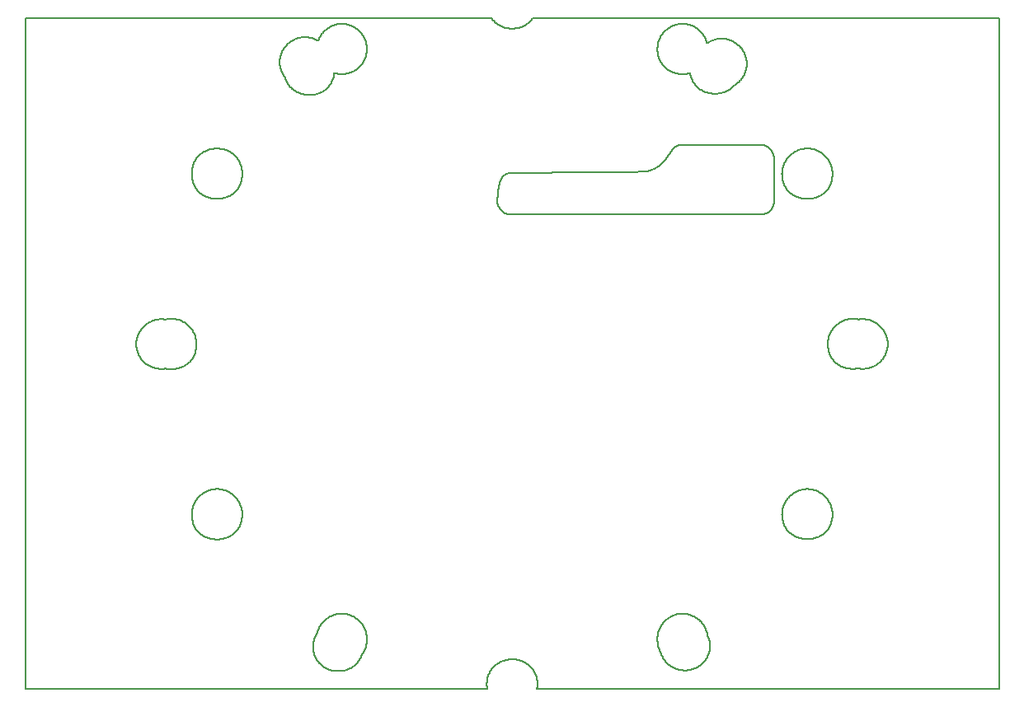
<source format=gm1>
G04 MADE WITH FRITZING*
G04 WWW.FRITZING.ORG*
G04 DOUBLE SIDED*
G04 HOLES PLATED*
G04 CONTOUR ON CENTER OF CONTOUR VECTOR*
%ASAXBY*%
%FSLAX23Y23*%
%MOIN*%
%OFA0B0*%
%SFA1.0B1.0*%
%ADD10C,0.008*%
%LNCONTOUR*%
G90*
G70*
G54D10*
X0Y2717D02*
X0Y2716D01*
X0Y2D01*
X1Y2D01*
X2Y2D01*
X3Y2D01*
X4Y2D01*
X5Y2D01*
X6Y2D01*
X7Y2D01*
X8Y2D01*
X9Y2D01*
X10Y2D01*
X11Y2D01*
X12Y2D01*
X13Y2D01*
X14Y2D01*
X15Y2D01*
X16Y2D01*
X17Y2D01*
X18Y2D01*
X19Y2D01*
X20Y2D01*
X21Y2D01*
X22Y2D01*
X23Y2D01*
X24Y2D01*
X25Y2D01*
X26Y2D01*
X27Y2D01*
X28Y2D01*
X29Y2D01*
X30Y2D01*
X31Y2D01*
X32Y2D01*
X33Y2D01*
X34Y2D01*
X35Y2D01*
X36Y2D01*
X37Y2D01*
X38Y2D01*
X39Y2D01*
X40Y2D01*
X41Y2D01*
X42Y2D01*
X43Y2D01*
X44Y2D01*
X45Y2D01*
X46Y2D01*
X47Y2D01*
X48Y2D01*
X49Y2D01*
X50Y2D01*
X51Y2D01*
X52Y2D01*
X53Y2D01*
X54Y2D01*
X55Y2D01*
X56Y2D01*
X57Y2D01*
X58Y2D01*
X59Y2D01*
X60Y2D01*
X61Y2D01*
X62Y2D01*
X63Y2D01*
X64Y2D01*
X65Y2D01*
X66Y2D01*
X67Y2D01*
X68Y2D01*
X69Y2D01*
X70Y2D01*
X71Y2D01*
X72Y2D01*
X73Y2D01*
X74Y2D01*
X75Y2D01*
X76Y2D01*
X77Y2D01*
X78Y2D01*
X79Y2D01*
X80Y2D01*
X81Y2D01*
X82Y2D01*
X83Y2D01*
X84Y2D01*
X85Y2D01*
X86Y2D01*
X87Y2D01*
X88Y2D01*
X89Y2D01*
X90Y2D01*
X91Y2D01*
X92Y2D01*
X93Y2D01*
X94Y2D01*
X95Y2D01*
X96Y2D01*
X97Y2D01*
X98Y2D01*
X99Y2D01*
X100Y2D01*
X101Y2D01*
X102Y2D01*
X103Y2D01*
X104Y2D01*
X105Y2D01*
X106Y2D01*
X107Y2D01*
X108Y2D01*
X109Y2D01*
X110Y2D01*
X111Y2D01*
X112Y2D01*
X113Y2D01*
X114Y2D01*
X115Y2D01*
X116Y2D01*
X117Y2D01*
X118Y2D01*
X119Y2D01*
X120Y2D01*
X121Y2D01*
X122Y2D01*
X123Y2D01*
X124Y2D01*
X125Y2D01*
X126Y2D01*
X127Y2D01*
X128Y2D01*
X129Y2D01*
X130Y2D01*
X131Y2D01*
X132Y2D01*
X133Y2D01*
X134Y2D01*
X135Y2D01*
X136Y2D01*
X137Y2D01*
X138Y2D01*
X139Y2D01*
X140Y2D01*
X141Y2D01*
X142Y2D01*
X143Y2D01*
X144Y2D01*
X145Y2D01*
X146Y2D01*
X147Y2D01*
X148Y2D01*
X149Y2D01*
X150Y2D01*
X151Y2D01*
X152Y2D01*
X153Y2D01*
X154Y2D01*
X155Y2D01*
X156Y2D01*
X157Y2D01*
X158Y2D01*
X159Y2D01*
X160Y2D01*
X161Y2D01*
X162Y2D01*
X163Y2D01*
X164Y2D01*
X165Y2D01*
X166Y2D01*
X167Y2D01*
X168Y2D01*
X169Y2D01*
X170Y2D01*
X171Y2D01*
X172Y2D01*
X173Y2D01*
X174Y2D01*
X175Y2D01*
X176Y2D01*
X177Y2D01*
X178Y2D01*
X179Y2D01*
X180Y2D01*
X181Y2D01*
X182Y2D01*
X183Y2D01*
X184Y2D01*
X185Y2D01*
X186Y2D01*
X187Y2D01*
X188Y2D01*
X189Y2D01*
X190Y2D01*
X191Y2D01*
X192Y2D01*
X193Y2D01*
X194Y2D01*
X195Y2D01*
X196Y2D01*
X197Y2D01*
X198Y2D01*
X199Y2D01*
X200Y2D01*
X201Y2D01*
X202Y2D01*
X203Y2D01*
X204Y2D01*
X205Y2D01*
X206Y2D01*
X207Y2D01*
X208Y2D01*
X209Y2D01*
X210Y2D01*
X211Y2D01*
X212Y2D01*
X213Y2D01*
X214Y2D01*
X215Y2D01*
X216Y2D01*
X217Y2D01*
X218Y2D01*
X219Y2D01*
X220Y2D01*
X221Y2D01*
X222Y2D01*
X223Y2D01*
X224Y2D01*
X225Y2D01*
X226Y2D01*
X227Y2D01*
X228Y2D01*
X229Y2D01*
X230Y2D01*
X231Y2D01*
X232Y2D01*
X233Y2D01*
X234Y2D01*
X235Y2D01*
X236Y2D01*
X237Y2D01*
X238Y2D01*
X239Y2D01*
X240Y2D01*
X241Y2D01*
X242Y2D01*
X243Y2D01*
X244Y2D01*
X245Y2D01*
X246Y2D01*
X247Y2D01*
X248Y2D01*
X249Y2D01*
X250Y2D01*
X251Y2D01*
X252Y2D01*
X253Y2D01*
X254Y2D01*
X255Y2D01*
X256Y2D01*
X257Y2D01*
X258Y2D01*
X259Y2D01*
X260Y2D01*
X261Y2D01*
X262Y2D01*
X263Y2D01*
X264Y2D01*
X265Y2D01*
X266Y2D01*
X267Y2D01*
X268Y2D01*
X269Y2D01*
X270Y2D01*
X271Y2D01*
X272Y2D01*
X273Y2D01*
X274Y2D01*
X275Y2D01*
X276Y2D01*
X277Y2D01*
X278Y2D01*
X279Y2D01*
X280Y2D01*
X281Y2D01*
X282Y2D01*
X283Y2D01*
X284Y2D01*
X285Y2D01*
X286Y2D01*
X287Y2D01*
X288Y2D01*
X289Y2D01*
X290Y2D01*
X291Y2D01*
X292Y2D01*
X293Y2D01*
X294Y2D01*
X295Y2D01*
X296Y2D01*
X297Y2D01*
X298Y2D01*
X299Y2D01*
X300Y2D01*
X301Y2D01*
X302Y2D01*
X303Y2D01*
X304Y2D01*
X305Y2D01*
X306Y2D01*
X307Y2D01*
X308Y2D01*
X309Y2D01*
X310Y2D01*
X311Y2D01*
X312Y2D01*
X313Y2D01*
X314Y2D01*
X315Y2D01*
X316Y2D01*
X317Y2D01*
X318Y2D01*
X319Y2D01*
X320Y2D01*
X321Y2D01*
X322Y2D01*
X323Y2D01*
X324Y2D01*
X325Y2D01*
X326Y2D01*
X327Y2D01*
X328Y2D01*
X329Y2D01*
X330Y2D01*
X331Y2D01*
X332Y2D01*
X333Y2D01*
X334Y2D01*
X335Y2D01*
X336Y2D01*
X337Y2D01*
X338Y2D01*
X339Y2D01*
X340Y2D01*
X341Y2D01*
X342Y2D01*
X343Y2D01*
X344Y2D01*
X345Y2D01*
X346Y2D01*
X347Y2D01*
X348Y2D01*
X349Y2D01*
X350Y2D01*
X351Y2D01*
X352Y2D01*
X353Y2D01*
X354Y2D01*
X355Y2D01*
X356Y2D01*
X357Y2D01*
X358Y2D01*
X359Y2D01*
X360Y2D01*
X361Y2D01*
X362Y2D01*
X363Y2D01*
X364Y2D01*
X365Y2D01*
X366Y2D01*
X367Y2D01*
X368Y2D01*
X369Y2D01*
X370Y2D01*
X371Y2D01*
X372Y2D01*
X373Y2D01*
X374Y2D01*
X375Y2D01*
X376Y2D01*
X377Y2D01*
X378Y2D01*
X379Y2D01*
X380Y2D01*
X381Y2D01*
X382Y2D01*
X383Y2D01*
X384Y2D01*
X385Y2D01*
X386Y2D01*
X387Y2D01*
X388Y2D01*
X389Y2D01*
X390Y2D01*
X391Y2D01*
X392Y2D01*
X393Y2D01*
X394Y2D01*
X395Y2D01*
X396Y2D01*
X397Y2D01*
X398Y2D01*
X399Y2D01*
X400Y2D01*
X401Y2D01*
X402Y2D01*
X403Y2D01*
X404Y2D01*
X405Y2D01*
X406Y2D01*
X407Y2D01*
X408Y2D01*
X409Y2D01*
X410Y2D01*
X411Y2D01*
X412Y2D01*
X413Y2D01*
X414Y2D01*
X415Y2D01*
X416Y2D01*
X417Y2D01*
X418Y2D01*
X419Y2D01*
X420Y2D01*
X421Y2D01*
X422Y2D01*
X423Y2D01*
X424Y2D01*
X425Y2D01*
X426Y2D01*
X427Y2D01*
X428Y2D01*
X429Y2D01*
X430Y2D01*
X431Y2D01*
X432Y2D01*
X433Y2D01*
X434Y2D01*
X435Y2D01*
X436Y2D01*
X437Y2D01*
X438Y2D01*
X439Y2D01*
X440Y2D01*
X441Y2D01*
X442Y2D01*
X443Y2D01*
X444Y2D01*
X445Y2D01*
X446Y2D01*
X447Y2D01*
X448Y2D01*
X449Y2D01*
X450Y2D01*
X451Y2D01*
X452Y2D01*
X453Y2D01*
X454Y2D01*
X455Y2D01*
X456Y2D01*
X457Y2D01*
X458Y2D01*
X459Y2D01*
X460Y2D01*
X461Y2D01*
X462Y2D01*
X463Y2D01*
X464Y2D01*
X465Y2D01*
X466Y2D01*
X467Y2D01*
X468Y2D01*
X469Y2D01*
X470Y2D01*
X471Y2D01*
X472Y2D01*
X473Y2D01*
X474Y2D01*
X475Y2D01*
X476Y2D01*
X477Y2D01*
X478Y2D01*
X479Y2D01*
X480Y2D01*
X481Y2D01*
X482Y2D01*
X483Y2D01*
X484Y2D01*
X485Y2D01*
X486Y2D01*
X487Y2D01*
X488Y2D01*
X489Y2D01*
X490Y2D01*
X491Y2D01*
X492Y2D01*
X493Y2D01*
X494Y2D01*
X495Y2D01*
X496Y2D01*
X497Y2D01*
X498Y2D01*
X499Y2D01*
X500Y2D01*
X501Y2D01*
X502Y2D01*
X503Y2D01*
X504Y2D01*
X505Y2D01*
X506Y2D01*
X507Y2D01*
X508Y2D01*
X509Y2D01*
X510Y2D01*
X511Y2D01*
X512Y2D01*
X513Y2D01*
X514Y2D01*
X515Y2D01*
X516Y2D01*
X517Y2D01*
X518Y2D01*
X519Y2D01*
X520Y2D01*
X521Y2D01*
X522Y2D01*
X523Y2D01*
X524Y2D01*
X525Y2D01*
X526Y2D01*
X527Y2D01*
X528Y2D01*
X529Y2D01*
X530Y2D01*
X531Y2D01*
X532Y2D01*
X533Y2D01*
X534Y2D01*
X535Y2D01*
X536Y2D01*
X537Y2D01*
X538Y2D01*
X539Y2D01*
X540Y2D01*
X541Y2D01*
X542Y2D01*
X543Y2D01*
X544Y2D01*
X545Y2D01*
X546Y2D01*
X547Y2D01*
X548Y2D01*
X549Y2D01*
X550Y2D01*
X551Y2D01*
X552Y2D01*
X553Y2D01*
X554Y2D01*
X555Y2D01*
X556Y2D01*
X557Y2D01*
X558Y2D01*
X559Y2D01*
X560Y2D01*
X561Y2D01*
X562Y2D01*
X563Y2D01*
X564Y2D01*
X565Y2D01*
X566Y2D01*
X567Y2D01*
X568Y2D01*
X569Y2D01*
X570Y2D01*
X571Y2D01*
X572Y2D01*
X573Y2D01*
X574Y2D01*
X575Y2D01*
X576Y2D01*
X577Y2D01*
X578Y2D01*
X579Y2D01*
X580Y2D01*
X581Y2D01*
X582Y2D01*
X583Y2D01*
X584Y2D01*
X585Y2D01*
X586Y2D01*
X587Y2D01*
X588Y2D01*
X589Y2D01*
X590Y2D01*
X591Y2D01*
X592Y2D01*
X593Y2D01*
X594Y2D01*
X595Y2D01*
X596Y2D01*
X597Y2D01*
X598Y2D01*
X599Y2D01*
X600Y2D01*
X601Y2D01*
X602Y2D01*
X603Y2D01*
X604Y2D01*
X605Y2D01*
X606Y2D01*
X607Y2D01*
X608Y2D01*
X609Y2D01*
X610Y2D01*
X611Y2D01*
X612Y2D01*
X613Y2D01*
X614Y2D01*
X615Y2D01*
X616Y2D01*
X617Y2D01*
X618Y2D01*
X619Y2D01*
X620Y2D01*
X621Y2D01*
X622Y2D01*
X623Y2D01*
X624Y2D01*
X625Y2D01*
X626Y2D01*
X627Y2D01*
X628Y2D01*
X629Y2D01*
X630Y2D01*
X631Y2D01*
X632Y2D01*
X633Y2D01*
X634Y2D01*
X635Y2D01*
X636Y2D01*
X637Y2D01*
X638Y2D01*
X639Y2D01*
X640Y2D01*
X641Y2D01*
X642Y2D01*
X643Y2D01*
X644Y2D01*
X645Y2D01*
X646Y2D01*
X647Y2D01*
X648Y2D01*
X649Y2D01*
X650Y2D01*
X651Y2D01*
X652Y2D01*
X653Y2D01*
X654Y2D01*
X655Y2D01*
X656Y2D01*
X657Y2D01*
X658Y2D01*
X659Y2D01*
X660Y2D01*
X661Y2D01*
X662Y2D01*
X663Y2D01*
X664Y2D01*
X665Y2D01*
X666Y2D01*
X667Y2D01*
X668Y2D01*
X669Y2D01*
X670Y2D01*
X671Y2D01*
X672Y2D01*
X673Y2D01*
X674Y2D01*
X675Y2D01*
X676Y2D01*
X677Y2D01*
X678Y2D01*
X679Y2D01*
X680Y2D01*
X681Y2D01*
X682Y2D01*
X683Y2D01*
X684Y2D01*
X685Y2D01*
X686Y2D01*
X687Y2D01*
X688Y2D01*
X689Y2D01*
X690Y2D01*
X691Y2D01*
X692Y2D01*
X693Y2D01*
X694Y2D01*
X695Y2D01*
X696Y2D01*
X697Y2D01*
X698Y2D01*
X699Y2D01*
X700Y2D01*
X701Y2D01*
X702Y2D01*
X703Y2D01*
X704Y2D01*
X705Y2D01*
X706Y2D01*
X707Y2D01*
X708Y2D01*
X709Y2D01*
X710Y2D01*
X711Y2D01*
X712Y2D01*
X713Y2D01*
X714Y2D01*
X715Y2D01*
X716Y2D01*
X717Y2D01*
X718Y2D01*
X719Y2D01*
X720Y2D01*
X721Y2D01*
X722Y2D01*
X723Y2D01*
X724Y2D01*
X725Y2D01*
X726Y2D01*
X727Y2D01*
X728Y2D01*
X729Y2D01*
X730Y2D01*
X731Y2D01*
X732Y2D01*
X733Y2D01*
X734Y2D01*
X735Y2D01*
X736Y2D01*
X737Y2D01*
X738Y2D01*
X739Y2D01*
X740Y2D01*
X741Y2D01*
X742Y2D01*
X743Y2D01*
X744Y2D01*
X745Y2D01*
X746Y2D01*
X747Y2D01*
X748Y2D01*
X749Y2D01*
X750Y2D01*
X751Y2D01*
X752Y2D01*
X753Y2D01*
X754Y2D01*
X755Y2D01*
X756Y2D01*
X757Y2D01*
X758Y2D01*
X759Y2D01*
X760Y2D01*
X761Y2D01*
X762Y2D01*
X763Y2D01*
X764Y2D01*
X765Y2D01*
X766Y2D01*
X767Y2D01*
X768Y2D01*
X769Y2D01*
X770Y2D01*
X771Y2D01*
X772Y2D01*
X773Y2D01*
X774Y2D01*
X775Y2D01*
X776Y2D01*
X777Y2D01*
X778Y2D01*
X779Y2D01*
X780Y2D01*
X781Y2D01*
X782Y2D01*
X783Y2D01*
X784Y2D01*
X785Y2D01*
X786Y2D01*
X787Y2D01*
X788Y2D01*
X789Y2D01*
X790Y2D01*
X791Y2D01*
X792Y2D01*
X793Y2D01*
X794Y2D01*
X795Y2D01*
X796Y2D01*
X797Y2D01*
X798Y2D01*
X799Y2D01*
X800Y2D01*
X801Y2D01*
X802Y2D01*
X803Y2D01*
X804Y2D01*
X805Y2D01*
X806Y2D01*
X807Y2D01*
X808Y2D01*
X809Y2D01*
X810Y2D01*
X811Y2D01*
X812Y2D01*
X813Y2D01*
X814Y2D01*
X815Y2D01*
X816Y2D01*
X817Y2D01*
X818Y2D01*
X819Y2D01*
X820Y2D01*
X821Y2D01*
X822Y2D01*
X823Y2D01*
X824Y2D01*
X825Y2D01*
X826Y2D01*
X827Y2D01*
X828Y2D01*
X829Y2D01*
X830Y2D01*
X831Y2D01*
X832Y2D01*
X833Y2D01*
X834Y2D01*
X835Y2D01*
X836Y2D01*
X837Y2D01*
X838Y2D01*
X839Y2D01*
X840Y2D01*
X841Y2D01*
X842Y2D01*
X843Y2D01*
X844Y2D01*
X845Y2D01*
X846Y2D01*
X847Y2D01*
X848Y2D01*
X849Y2D01*
X850Y2D01*
X851Y2D01*
X852Y2D01*
X853Y2D01*
X854Y2D01*
X855Y2D01*
X856Y2D01*
X857Y2D01*
X858Y2D01*
X859Y2D01*
X860Y2D01*
X861Y2D01*
X862Y2D01*
X863Y2D01*
X864Y2D01*
X865Y2D01*
X866Y2D01*
X867Y2D01*
X868Y2D01*
X869Y2D01*
X870Y2D01*
X871Y2D01*
X872Y2D01*
X873Y2D01*
X874Y2D01*
X875Y2D01*
X876Y2D01*
X877Y2D01*
X878Y2D01*
X879Y2D01*
X880Y2D01*
X881Y2D01*
X882Y2D01*
X883Y2D01*
X884Y2D01*
X885Y2D01*
X886Y2D01*
X887Y2D01*
X888Y2D01*
X889Y2D01*
X890Y2D01*
X891Y2D01*
X892Y2D01*
X893Y2D01*
X894Y2D01*
X895Y2D01*
X896Y2D01*
X897Y2D01*
X898Y2D01*
X899Y2D01*
X900Y2D01*
X901Y2D01*
X902Y2D01*
X903Y2D01*
X904Y2D01*
X905Y2D01*
X906Y2D01*
X907Y2D01*
X908Y2D01*
X909Y2D01*
X910Y2D01*
X911Y2D01*
X912Y2D01*
X913Y2D01*
X914Y2D01*
X915Y2D01*
X916Y2D01*
X917Y2D01*
X918Y2D01*
X919Y2D01*
X920Y2D01*
X921Y2D01*
X922Y2D01*
X923Y2D01*
X924Y2D01*
X925Y2D01*
X926Y2D01*
X927Y2D01*
X928Y2D01*
X929Y2D01*
X930Y2D01*
X931Y2D01*
X932Y2D01*
X933Y2D01*
X934Y2D01*
X935Y2D01*
X936Y2D01*
X937Y2D01*
X938Y2D01*
X939Y2D01*
X940Y2D01*
X941Y2D01*
X942Y2D01*
X943Y2D01*
X944Y2D01*
X945Y2D01*
X946Y2D01*
X947Y2D01*
X948Y2D01*
X949Y2D01*
X950Y2D01*
X951Y2D01*
X952Y2D01*
X953Y2D01*
X954Y2D01*
X955Y2D01*
X956Y2D01*
X957Y2D01*
X958Y2D01*
X959Y2D01*
X960Y2D01*
X961Y2D01*
X962Y2D01*
X963Y2D01*
X964Y2D01*
X965Y2D01*
X966Y2D01*
X967Y2D01*
X968Y2D01*
X969Y2D01*
X970Y2D01*
X971Y2D01*
X972Y2D01*
X973Y2D01*
X974Y2D01*
X975Y2D01*
X976Y2D01*
X977Y2D01*
X978Y2D01*
X979Y2D01*
X980Y2D01*
X981Y2D01*
X982Y2D01*
X983Y2D01*
X984Y2D01*
X985Y2D01*
X986Y2D01*
X987Y2D01*
X988Y2D01*
X989Y2D01*
X990Y2D01*
X991Y2D01*
X992Y2D01*
X993Y2D01*
X994Y2D01*
X995Y2D01*
X996Y2D01*
X997Y2D01*
X998Y2D01*
X999Y2D01*
X1000Y2D01*
X1001Y2D01*
X1002Y2D01*
X1003Y2D01*
X1004Y2D01*
X1005Y2D01*
X1006Y2D01*
X1007Y2D01*
X1008Y2D01*
X1009Y2D01*
X1010Y2D01*
X1011Y2D01*
X1012Y2D01*
X1013Y2D01*
X1014Y2D01*
X1015Y2D01*
X1016Y2D01*
X1017Y2D01*
X1018Y2D01*
X1019Y2D01*
X1020Y2D01*
X1021Y2D01*
X1022Y2D01*
X1023Y2D01*
X1024Y2D01*
X1025Y2D01*
X1026Y2D01*
X1027Y2D01*
X1028Y2D01*
X1029Y2D01*
X1030Y2D01*
X1031Y2D01*
X1032Y2D01*
X1033Y2D01*
X1034Y2D01*
X1035Y2D01*
X1036Y2D01*
X1037Y2D01*
X1038Y2D01*
X1039Y2D01*
X1040Y2D01*
X1041Y2D01*
X1042Y2D01*
X1043Y2D01*
X1044Y2D01*
X1045Y2D01*
X1046Y2D01*
X1047Y2D01*
X1048Y2D01*
X1049Y2D01*
X1050Y2D01*
X1051Y2D01*
X1052Y2D01*
X1053Y2D01*
X1054Y2D01*
X1055Y2D01*
X1056Y2D01*
X1057Y2D01*
X1058Y2D01*
X1059Y2D01*
X1060Y2D01*
X1061Y2D01*
X1062Y2D01*
X1063Y2D01*
X1064Y2D01*
X1065Y2D01*
X1066Y2D01*
X1067Y2D01*
X1068Y2D01*
X1069Y2D01*
X1070Y2D01*
X1071Y2D01*
X1072Y2D01*
X1073Y2D01*
X1074Y2D01*
X1075Y2D01*
X1076Y2D01*
X1077Y2D01*
X1078Y2D01*
X1079Y2D01*
X1080Y2D01*
X1081Y2D01*
X1082Y2D01*
X1083Y2D01*
X1084Y2D01*
X1085Y2D01*
X1086Y2D01*
X1087Y2D01*
X1088Y2D01*
X1089Y2D01*
X1090Y2D01*
X1091Y2D01*
X1092Y2D01*
X1093Y2D01*
X1094Y2D01*
X1095Y2D01*
X1096Y2D01*
X1097Y2D01*
X1098Y2D01*
X1099Y2D01*
X1100Y2D01*
X1101Y2D01*
X1102Y2D01*
X1103Y2D01*
X1104Y2D01*
X1105Y2D01*
X1106Y2D01*
X1107Y2D01*
X1108Y2D01*
X1109Y2D01*
X1110Y2D01*
X1111Y2D01*
X1112Y2D01*
X1113Y2D01*
X1114Y2D01*
X1115Y2D01*
X1116Y2D01*
X1117Y2D01*
X1118Y2D01*
X1119Y2D01*
X1120Y2D01*
X1121Y2D01*
X1122Y2D01*
X1123Y2D01*
X1124Y2D01*
X1125Y2D01*
X1126Y2D01*
X1127Y2D01*
X1128Y2D01*
X1129Y2D01*
X1130Y2D01*
X1131Y2D01*
X1132Y2D01*
X1133Y2D01*
X1134Y2D01*
X1135Y2D01*
X1136Y2D01*
X1137Y2D01*
X1138Y2D01*
X1139Y2D01*
X1140Y2D01*
X1141Y2D01*
X1142Y2D01*
X1143Y2D01*
X1144Y2D01*
X1145Y2D01*
X1146Y2D01*
X1147Y2D01*
X1148Y2D01*
X1149Y2D01*
X1150Y2D01*
X1151Y2D01*
X1152Y2D01*
X1153Y2D01*
X1154Y2D01*
X1155Y2D01*
X1156Y2D01*
X1157Y2D01*
X1158Y2D01*
X1159Y2D01*
X1160Y2D01*
X1161Y2D01*
X1162Y2D01*
X1163Y2D01*
X1164Y2D01*
X1165Y2D01*
X1166Y2D01*
X1167Y2D01*
X1168Y2D01*
X1169Y2D01*
X1170Y2D01*
X1171Y2D01*
X1172Y2D01*
X1173Y2D01*
X1174Y2D01*
X1175Y2D01*
X1176Y2D01*
X1177Y2D01*
X1178Y2D01*
X1179Y2D01*
X1180Y2D01*
X1181Y2D01*
X1182Y2D01*
X1183Y2D01*
X1184Y2D01*
X1185Y2D01*
X1186Y2D01*
X1187Y2D01*
X1188Y2D01*
X1189Y2D01*
X1190Y2D01*
X1191Y2D01*
X1192Y2D01*
X1193Y2D01*
X1194Y2D01*
X1195Y2D01*
X1196Y2D01*
X1197Y2D01*
X1198Y2D01*
X1199Y2D01*
X1200Y2D01*
X1201Y2D01*
X1202Y2D01*
X1203Y2D01*
X1204Y2D01*
X1205Y2D01*
X1206Y2D01*
X1207Y2D01*
X1208Y2D01*
X1209Y2D01*
X1210Y2D01*
X1211Y2D01*
X1212Y2D01*
X1213Y2D01*
X1214Y2D01*
X1215Y2D01*
X1216Y2D01*
X1217Y2D01*
X1218Y2D01*
X1219Y2D01*
X1220Y2D01*
X1221Y2D01*
X1222Y2D01*
X1223Y2D01*
X1224Y2D01*
X1225Y2D01*
X1226Y2D01*
X1227Y2D01*
X1228Y2D01*
X1229Y2D01*
X1230Y2D01*
X1231Y2D01*
X1232Y2D01*
X1233Y2D01*
X1234Y2D01*
X1235Y2D01*
X1236Y2D01*
X1237Y2D01*
X1238Y2D01*
X1239Y2D01*
X1240Y2D01*
X1241Y2D01*
X1242Y2D01*
X1243Y2D01*
X1244Y2D01*
X1245Y2D01*
X1246Y2D01*
X1247Y2D01*
X1248Y2D01*
X1249Y2D01*
X1250Y2D01*
X1251Y2D01*
X1252Y2D01*
X1253Y2D01*
X1254Y2D01*
X1255Y2D01*
X1256Y2D01*
X1257Y2D01*
X1258Y2D01*
X1259Y2D01*
X1260Y2D01*
X1261Y2D01*
X1262Y2D01*
X1263Y2D01*
X1264Y2D01*
X1265Y2D01*
X1266Y2D01*
X1267Y2D01*
X1268Y2D01*
X1269Y2D01*
X1270Y2D01*
X1271Y2D01*
X1272Y2D01*
X1273Y2D01*
X1274Y2D01*
X1275Y2D01*
X1276Y2D01*
X1277Y2D01*
X1278Y2D01*
X1279Y2D01*
X1280Y2D01*
X1281Y2D01*
X1282Y2D01*
X1283Y2D01*
X1284Y2D01*
X1285Y2D01*
X1286Y2D01*
X1287Y2D01*
X1288Y2D01*
X1289Y2D01*
X1290Y2D01*
X1291Y2D01*
X1292Y2D01*
X1293Y2D01*
X1294Y2D01*
X1295Y2D01*
X1296Y2D01*
X1297Y2D01*
X1298Y2D01*
X1299Y2D01*
X1300Y2D01*
X1301Y2D01*
X1302Y2D01*
X1303Y2D01*
X1304Y2D01*
X1305Y2D01*
X1306Y2D01*
X1307Y2D01*
X1308Y2D01*
X1309Y2D01*
X1310Y2D01*
X1311Y2D01*
X1312Y2D01*
X1313Y2D01*
X1314Y2D01*
X1315Y2D01*
X1316Y2D01*
X1317Y2D01*
X1318Y2D01*
X1319Y2D01*
X1320Y2D01*
X1321Y2D01*
X1322Y2D01*
X1323Y2D01*
X1324Y2D01*
X1325Y2D01*
X1326Y2D01*
X1327Y2D01*
X1328Y2D01*
X1329Y2D01*
X1330Y2D01*
X1331Y2D01*
X1332Y2D01*
X1333Y2D01*
X1334Y2D01*
X1335Y2D01*
X1336Y2D01*
X1337Y2D01*
X1338Y2D01*
X1339Y2D01*
X1340Y2D01*
X1341Y2D01*
X1342Y2D01*
X1343Y2D01*
X1344Y2D01*
X1345Y2D01*
X1346Y2D01*
X1347Y2D01*
X1348Y2D01*
X1349Y2D01*
X1350Y2D01*
X1351Y2D01*
X1352Y2D01*
X1353Y2D01*
X1354Y2D01*
X1355Y2D01*
X1356Y2D01*
X1357Y2D01*
X1358Y2D01*
X1359Y2D01*
X1360Y2D01*
X1361Y2D01*
X1362Y2D01*
X1363Y2D01*
X1364Y2D01*
X1365Y2D01*
X1366Y2D01*
X1367Y2D01*
X1368Y2D01*
X1369Y2D01*
X1370Y2D01*
X1371Y2D01*
X1372Y2D01*
X1373Y2D01*
X1374Y2D01*
X1375Y2D01*
X1376Y2D01*
X1377Y2D01*
X1378Y2D01*
X1379Y2D01*
X1380Y2D01*
X1381Y2D01*
X1382Y2D01*
X1383Y2D01*
X1384Y2D01*
X1385Y2D01*
X1386Y2D01*
X1387Y2D01*
X1388Y2D01*
X1389Y2D01*
X1390Y2D01*
X1391Y2D01*
X1392Y2D01*
X1393Y2D01*
X1394Y2D01*
X1395Y2D01*
X1396Y2D01*
X1397Y2D01*
X1398Y2D01*
X1399Y2D01*
X1400Y2D01*
X1401Y2D01*
X1402Y2D01*
X1403Y2D01*
X1404Y2D01*
X1405Y2D01*
X1406Y2D01*
X1407Y2D01*
X1408Y2D01*
X1409Y2D01*
X1410Y2D01*
X1411Y2D01*
X1412Y2D01*
X1413Y2D01*
X1414Y2D01*
X1415Y2D01*
X1416Y2D01*
X1417Y2D01*
X1418Y2D01*
X1419Y2D01*
X1420Y2D01*
X1421Y2D01*
X1422Y2D01*
X1423Y2D01*
X1424Y2D01*
X1425Y2D01*
X1426Y2D01*
X1427Y2D01*
X1428Y2D01*
X1429Y2D01*
X1430Y2D01*
X1431Y2D01*
X1432Y2D01*
X1433Y2D01*
X1434Y2D01*
X1435Y2D01*
X1436Y2D01*
X1437Y2D01*
X1438Y2D01*
X1439Y2D01*
X1440Y2D01*
X1441Y2D01*
X1442Y2D01*
X1443Y2D01*
X1444Y2D01*
X1445Y2D01*
X1446Y2D01*
X1447Y2D01*
X1448Y2D01*
X1449Y2D01*
X1450Y2D01*
X1451Y2D01*
X1452Y2D01*
X1453Y2D01*
X1454Y2D01*
X1455Y2D01*
X1456Y2D01*
X1457Y2D01*
X1458Y2D01*
X1459Y2D01*
X1460Y2D01*
X1461Y2D01*
X1462Y2D01*
X1463Y2D01*
X1464Y2D01*
X1465Y2D01*
X1466Y2D01*
X1467Y2D01*
X1468Y2D01*
X1469Y2D01*
X1470Y2D01*
X1471Y2D01*
X1472Y2D01*
X1473Y2D01*
X1474Y2D01*
X1475Y2D01*
X1476Y2D01*
X1477Y2D01*
X1478Y2D01*
X1479Y2D01*
X1480Y2D01*
X1481Y2D01*
X1482Y2D01*
X1483Y2D01*
X1484Y2D01*
X1485Y2D01*
X1486Y2D01*
X1487Y2D01*
X1488Y2D01*
X1489Y2D01*
X1490Y2D01*
X1491Y2D01*
X1492Y2D01*
X1493Y2D01*
X1494Y2D01*
X1495Y2D01*
X1496Y2D01*
X1497Y2D01*
X1498Y2D01*
X1499Y2D01*
X1500Y2D01*
X1501Y2D01*
X1502Y2D01*
X1503Y2D01*
X1504Y2D01*
X1505Y2D01*
X1506Y2D01*
X1507Y2D01*
X1508Y2D01*
X1509Y2D01*
X1510Y2D01*
X1511Y2D01*
X1512Y2D01*
X1513Y2D01*
X1514Y2D01*
X1515Y2D01*
X1516Y2D01*
X1517Y2D01*
X1518Y2D01*
X1519Y2D01*
X1520Y2D01*
X1521Y2D01*
X1522Y2D01*
X1523Y2D01*
X1524Y2D01*
X1525Y2D01*
X1526Y2D01*
X1527Y2D01*
X1528Y2D01*
X1529Y2D01*
X1530Y2D01*
X1531Y2D01*
X1532Y2D01*
X1533Y2D01*
X1534Y2D01*
X1535Y2D01*
X1536Y2D01*
X1537Y2D01*
X1538Y2D01*
X1539Y2D01*
X1540Y2D01*
X1541Y2D01*
X1542Y2D01*
X1543Y2D01*
X1544Y2D01*
X1545Y2D01*
X1546Y2D01*
X1547Y2D01*
X1548Y2D01*
X1549Y2D01*
X1550Y2D01*
X1551Y2D01*
X1552Y2D01*
X1553Y2D01*
X1554Y2D01*
X1555Y2D01*
X1556Y2D01*
X1557Y2D01*
X1558Y2D01*
X1559Y2D01*
X1560Y2D01*
X1561Y2D01*
X1562Y2D01*
X1563Y2D01*
X1564Y2D01*
X1565Y2D01*
X1566Y2D01*
X1567Y2D01*
X1568Y2D01*
X1569Y2D01*
X1570Y2D01*
X1571Y2D01*
X1572Y2D01*
X1573Y2D01*
X1574Y2D01*
X1575Y2D01*
X1576Y2D01*
X1577Y2D01*
X1578Y2D01*
X1579Y2D01*
X1580Y2D01*
X1581Y2D01*
X1582Y2D01*
X1583Y2D01*
X1584Y2D01*
X1585Y2D01*
X1586Y2D01*
X1587Y2D01*
X1588Y2D01*
X1589Y2D01*
X1590Y2D01*
X1591Y2D01*
X1592Y2D01*
X1593Y2D01*
X1594Y2D01*
X1595Y2D01*
X1596Y2D01*
X1597Y2D01*
X1598Y2D01*
X1599Y2D01*
X1600Y2D01*
X1601Y2D01*
X1602Y2D01*
X1603Y2D01*
X1604Y2D01*
X1605Y2D01*
X1606Y2D01*
X1607Y2D01*
X1608Y2D01*
X1609Y2D01*
X1610Y2D01*
X1611Y2D01*
X1612Y2D01*
X1613Y2D01*
X1614Y2D01*
X1615Y2D01*
X1616Y2D01*
X1617Y2D01*
X1618Y2D01*
X1619Y2D01*
X1620Y2D01*
X1621Y2D01*
X1622Y2D01*
X1623Y2D01*
X1624Y2D01*
X1625Y2D01*
X1626Y2D01*
X1627Y2D01*
X1628Y2D01*
X1629Y2D01*
X1630Y2D01*
X1631Y2D01*
X1632Y2D01*
X1633Y2D01*
X1634Y2D01*
X1635Y2D01*
X1636Y2D01*
X1637Y2D01*
X1638Y2D01*
X1639Y2D01*
X1640Y2D01*
X1641Y2D01*
X1642Y2D01*
X1643Y2D01*
X1644Y2D01*
X1645Y2D01*
X1646Y2D01*
X1647Y2D01*
X1648Y2D01*
X1649Y2D01*
X1650Y2D01*
X1651Y2D01*
X1652Y2D01*
X1653Y2D01*
X1654Y2D01*
X1655Y2D01*
X1656Y2D01*
X1657Y2D01*
X1658Y2D01*
X1659Y2D01*
X1660Y2D01*
X1661Y2D01*
X1662Y2D01*
X1663Y2D01*
X1664Y2D01*
X1665Y2D01*
X1666Y2D01*
X1667Y2D01*
X1668Y2D01*
X1669Y2D01*
X1670Y2D01*
X1671Y2D01*
X1672Y2D01*
X1673Y2D01*
X1674Y2D01*
X1675Y2D01*
X1676Y2D01*
X1677Y2D01*
X1678Y2D01*
X1679Y2D01*
X1680Y2D01*
X1681Y2D01*
X1682Y2D01*
X1683Y2D01*
X1684Y2D01*
X1685Y2D01*
X1686Y2D01*
X1687Y2D01*
X1688Y2D01*
X1689Y2D01*
X1690Y2D01*
X1691Y2D01*
X1692Y2D01*
X1693Y2D01*
X1694Y2D01*
X1695Y2D01*
X1696Y2D01*
X1697Y2D01*
X1698Y2D01*
X1699Y2D01*
X1700Y2D01*
X1701Y2D01*
X1702Y2D01*
X1703Y2D01*
X1704Y2D01*
X1705Y2D01*
X1706Y2D01*
X1707Y2D01*
X1708Y2D01*
X1709Y2D01*
X1710Y2D01*
X1711Y2D01*
X1712Y2D01*
X1713Y2D01*
X1714Y2D01*
X1715Y2D01*
X1716Y2D01*
X1717Y2D01*
X1718Y2D01*
X1719Y2D01*
X1720Y2D01*
X1721Y2D01*
X1722Y2D01*
X1723Y2D01*
X1724Y2D01*
X1725Y2D01*
X1726Y2D01*
X1727Y2D01*
X1728Y2D01*
X1729Y2D01*
X1730Y2D01*
X1731Y2D01*
X1732Y2D01*
X1733Y2D01*
X1734Y2D01*
X1735Y2D01*
X1736Y2D01*
X1737Y2D01*
X1738Y2D01*
X1739Y2D01*
X1740Y2D01*
X1741Y2D01*
X1742Y2D01*
X1743Y2D01*
X1744Y2D01*
X1745Y2D01*
X1746Y2D01*
X1747Y2D01*
X1748Y2D01*
X1749Y2D01*
X1750Y2D01*
X1751Y2D01*
X1752Y2D01*
X1753Y2D01*
X1754Y2D01*
X1755Y2D01*
X1756Y2D01*
X1757Y2D01*
X1758Y2D01*
X1759Y2D01*
X1760Y2D01*
X1761Y2D01*
X1762Y2D01*
X1763Y2D01*
X1764Y2D01*
X1765Y2D01*
X1766Y2D01*
X1767Y2D01*
X1768Y2D01*
X1769Y2D01*
X1770Y2D01*
X1771Y2D01*
X1772Y2D01*
X1773Y2D01*
X1774Y2D01*
X1775Y2D01*
X1776Y2D01*
X1777Y2D01*
X1778Y2D01*
X1779Y2D01*
X1780Y2D01*
X1781Y2D01*
X1782Y2D01*
X1783Y2D01*
X1784Y2D01*
X1785Y2D01*
X1786Y2D01*
X1787Y2D01*
X1788Y2D01*
X1789Y2D01*
X1790Y2D01*
X1791Y2D01*
X1792Y2D01*
X1793Y2D01*
X1794Y2D01*
X1795Y2D01*
X1796Y2D01*
X1797Y2D01*
X1798Y2D01*
X1799Y2D01*
X1800Y2D01*
X1801Y2D01*
X1802Y2D01*
X1803Y2D01*
X1804Y2D01*
X1805Y2D01*
X1806Y2D01*
X1807Y2D01*
X1808Y2D01*
X1809Y2D01*
X1810Y2D01*
X1811Y2D01*
X1812Y2D01*
X1813Y2D01*
X1814Y2D01*
X1815Y2D01*
X1816Y2D01*
X1817Y2D01*
X1818Y2D01*
X1819Y2D01*
X1820Y2D01*
X1821Y2D01*
X1822Y2D01*
X1823Y2D01*
X1824Y2D01*
X1825Y2D01*
X1826Y2D01*
X1827Y2D01*
X1828Y2D01*
X1829Y2D01*
X1830Y2D01*
X1831Y2D01*
X1832Y2D01*
X1833Y2D01*
X1834Y2D01*
X1835Y2D01*
X1836Y2D01*
X1837Y2D01*
X1838Y2D01*
X1839Y2D01*
X1840Y2D01*
X1841Y2D01*
X1842Y2D01*
X1843Y2D01*
X1844Y2D01*
X1845Y2D01*
X1846Y2D01*
X1847Y2D01*
X1848Y2D01*
X1849Y2D01*
X1850Y2D01*
X1851Y2D01*
X1852Y2D01*
X1853Y2D01*
X1854Y2D01*
X1855Y2D01*
X1856Y2D01*
X1857Y2D01*
X1858Y2D01*
X1859Y2D01*
X1860Y2D01*
X1861Y2D01*
X1862Y2D01*
X1863Y2D01*
X1864Y2D01*
X1865Y2D01*
X1866Y2D01*
X1867Y2D01*
X1868Y2D01*
X1868Y4D01*
X1867Y5D01*
X1867Y9D01*
X1866Y10D01*
X1866Y16D01*
X1865Y17D01*
X1865Y29D01*
X1866Y30D01*
X1866Y38D01*
X1867Y39D01*
X1867Y43D01*
X1868Y44D01*
X1868Y48D01*
X1869Y49D01*
X1869Y52D01*
X1870Y53D01*
X1870Y55D01*
X1871Y56D01*
X1871Y58D01*
X1872Y59D01*
X1872Y61D01*
X1873Y62D01*
X1873Y63D01*
X1874Y64D01*
X1874Y65D01*
X1875Y66D01*
X1875Y67D01*
X1876Y68D01*
X1876Y70D01*
X1877Y71D01*
X1878Y72D01*
X1878Y73D01*
X1879Y74D01*
X1879Y75D01*
X1880Y76D01*
X1880Y77D01*
X1881Y78D01*
X1882Y79D01*
X1882Y80D01*
X1883Y81D01*
X1884Y82D01*
X1885Y83D01*
X1885Y84D01*
X1886Y85D01*
X1887Y86D01*
X1888Y87D01*
X1889Y88D01*
X1890Y89D01*
X1890Y90D01*
X1891Y91D01*
X1892Y92D01*
X1893Y93D01*
X1894Y94D01*
X1895Y95D01*
X1896Y96D01*
X1897Y97D01*
X1898Y98D01*
X1899Y98D01*
X1900Y99D01*
X1901Y100D01*
X1902Y101D01*
X1903Y102D01*
X1904Y102D01*
X1905Y103D01*
X1906Y104D01*
X1907Y104D01*
X1908Y105D01*
X1909Y106D01*
X1910Y106D01*
X1911Y107D01*
X1912Y108D01*
X1913Y108D01*
X1914Y109D01*
X1915Y109D01*
X1916Y110D01*
X1917Y110D01*
X1918Y111D01*
X1919Y112D01*
X1920Y112D01*
X1921Y113D01*
X1922Y113D01*
X1923Y113D01*
X1924Y114D01*
X1925Y114D01*
X1926Y115D01*
X1927Y115D01*
X1928Y115D01*
X1929Y116D01*
X1930Y116D01*
X1931Y117D01*
X1932Y117D01*
X1933Y117D01*
X1934Y118D01*
X1935Y118D01*
X1936Y118D01*
X1937Y119D01*
X1938Y119D01*
X1939Y119D01*
X1940Y119D01*
X1941Y120D01*
X1942Y120D01*
X1943Y120D01*
X1944Y120D01*
X1945Y120D01*
X1946Y121D01*
X1947Y121D01*
X1948Y121D01*
X1949Y121D01*
X1950Y121D01*
X1951Y122D01*
X1952Y122D01*
X1953Y122D01*
X1954Y122D01*
X1955Y122D01*
X1956Y122D01*
X1957Y122D01*
X1958Y122D01*
X1959Y123D01*
X1960Y123D01*
X1961Y123D01*
X1962Y123D01*
X1963Y123D01*
X1964Y123D01*
X1965Y123D01*
X1966Y123D01*
X1967Y123D01*
X1968Y123D01*
X1969Y123D01*
X1970Y123D01*
X1971Y123D01*
X1972Y123D01*
X1973Y123D01*
X1974Y123D01*
X1975Y123D01*
X1976Y123D01*
X1977Y123D01*
X1978Y122D01*
X1979Y122D01*
X1980Y122D01*
X1981Y122D01*
X1982Y122D01*
X1983Y122D01*
X1984Y122D01*
X1985Y122D01*
X1986Y121D01*
X1987Y121D01*
X1988Y121D01*
X1989Y121D01*
X1990Y121D01*
X1991Y120D01*
X1992Y120D01*
X1993Y120D01*
X1994Y120D01*
X1995Y120D01*
X1996Y119D01*
X1997Y119D01*
X1998Y119D01*
X1999Y119D01*
X2000Y118D01*
X2001Y118D01*
X2002Y118D01*
X2003Y117D01*
X2004Y117D01*
X2005Y117D01*
X2006Y116D01*
X2007Y116D01*
X2008Y115D01*
X2009Y115D01*
X2010Y115D01*
X2011Y114D01*
X2012Y114D01*
X2013Y113D01*
X2014Y113D01*
X2015Y113D01*
X2016Y112D01*
X2017Y112D01*
X2018Y111D01*
X2019Y110D01*
X2020Y110D01*
X2021Y109D01*
X2022Y109D01*
X2023Y108D01*
X2024Y108D01*
X2025Y107D01*
X2026Y106D01*
X2027Y106D01*
X2028Y105D01*
X2029Y104D01*
X2030Y104D01*
X2031Y103D01*
X2032Y102D01*
X2033Y102D01*
X2034Y101D01*
X2035Y100D01*
X2036Y99D01*
X2037Y98D01*
X2038Y98D01*
X2039Y97D01*
X2040Y96D01*
X2041Y95D01*
X2042Y94D01*
X2043Y93D01*
X2044Y92D01*
X2045Y91D01*
X2046Y90D01*
X2046Y89D01*
X2047Y88D01*
X2048Y87D01*
X2049Y86D01*
X2050Y85D01*
X2051Y84D01*
X2051Y83D01*
X2052Y82D01*
X2053Y81D01*
X2054Y80D01*
X2054Y79D01*
X2055Y78D01*
X2055Y77D01*
X2056Y76D01*
X2057Y75D01*
X2057Y74D01*
X2058Y73D01*
X2058Y72D01*
X2059Y71D01*
X2060Y70D01*
X2060Y68D01*
X2061Y67D01*
X2061Y66D01*
X2062Y65D01*
X2062Y64D01*
X2063Y63D01*
X2063Y62D01*
X2064Y61D01*
X2064Y59D01*
X2065Y58D01*
X2065Y56D01*
X2066Y55D01*
X2066Y53D01*
X2067Y52D01*
X2067Y49D01*
X2068Y48D01*
X2068Y44D01*
X2069Y43D01*
X2069Y39D01*
X2070Y38D01*
X2070Y30D01*
X2071Y29D01*
X2071Y17D01*
X2070Y16D01*
X2070Y10D01*
X2069Y9D01*
X2069Y5D01*
X2068Y4D01*
X2068Y2D01*
X2069Y2D01*
X2070Y2D01*
X2071Y2D01*
X2072Y2D01*
X2073Y2D01*
X2074Y2D01*
X2075Y2D01*
X2076Y2D01*
X2077Y2D01*
X2078Y2D01*
X2079Y2D01*
X2080Y2D01*
X2081Y2D01*
X2082Y2D01*
X2083Y2D01*
X2084Y2D01*
X2085Y2D01*
X2086Y2D01*
X2087Y2D01*
X2088Y2D01*
X2089Y2D01*
X2090Y2D01*
X2091Y2D01*
X2092Y2D01*
X2093Y2D01*
X2094Y2D01*
X2095Y2D01*
X2096Y2D01*
X2097Y2D01*
X2098Y2D01*
X2099Y2D01*
X2100Y2D01*
X2101Y2D01*
X2102Y2D01*
X2103Y2D01*
X2104Y2D01*
X2105Y2D01*
X2106Y2D01*
X2107Y2D01*
X2108Y2D01*
X2109Y2D01*
X2110Y2D01*
X2111Y2D01*
X2112Y2D01*
X2113Y2D01*
X2114Y2D01*
X2115Y2D01*
X2116Y2D01*
X2117Y2D01*
X2118Y2D01*
X2119Y2D01*
X2120Y2D01*
X2121Y2D01*
X2122Y2D01*
X2123Y2D01*
X2124Y2D01*
X2125Y2D01*
X2126Y2D01*
X2127Y2D01*
X2128Y2D01*
X2129Y2D01*
X2130Y2D01*
X2131Y2D01*
X2132Y2D01*
X2133Y2D01*
X2134Y2D01*
X2135Y2D01*
X2136Y2D01*
X2137Y2D01*
X2138Y2D01*
X2139Y2D01*
X2140Y2D01*
X2141Y2D01*
X2142Y2D01*
X2143Y2D01*
X2144Y2D01*
X2145Y2D01*
X2146Y2D01*
X2147Y2D01*
X2148Y2D01*
X2149Y2D01*
X2150Y2D01*
X2151Y2D01*
X2152Y2D01*
X2153Y2D01*
X2154Y2D01*
X2155Y2D01*
X2156Y2D01*
X2157Y2D01*
X2158Y2D01*
X2159Y2D01*
X2160Y2D01*
X2161Y2D01*
X2162Y2D01*
X2163Y2D01*
X2164Y2D01*
X2165Y2D01*
X2166Y2D01*
X2167Y2D01*
X2168Y2D01*
X2169Y2D01*
X2170Y2D01*
X2171Y2D01*
X2172Y2D01*
X2173Y2D01*
X2174Y2D01*
X2175Y2D01*
X2176Y2D01*
X2177Y2D01*
X2178Y2D01*
X2179Y2D01*
X2180Y2D01*
X2181Y2D01*
X2182Y2D01*
X2183Y2D01*
X2184Y2D01*
X2185Y2D01*
X2186Y2D01*
X2187Y2D01*
X2188Y2D01*
X2189Y2D01*
X2190Y2D01*
X2191Y2D01*
X2192Y2D01*
X2193Y2D01*
X2194Y2D01*
X2195Y2D01*
X2196Y2D01*
X2197Y2D01*
X2198Y2D01*
X2199Y2D01*
X2200Y2D01*
X2201Y2D01*
X2202Y2D01*
X2203Y2D01*
X2204Y2D01*
X2205Y2D01*
X2206Y2D01*
X2207Y2D01*
X2208Y2D01*
X2209Y2D01*
X2210Y2D01*
X2211Y2D01*
X2212Y2D01*
X2213Y2D01*
X2214Y2D01*
X2215Y2D01*
X2216Y2D01*
X2217Y2D01*
X2218Y2D01*
X2219Y2D01*
X2220Y2D01*
X2221Y2D01*
X2222Y2D01*
X2223Y2D01*
X2224Y2D01*
X2225Y2D01*
X2226Y2D01*
X2227Y2D01*
X2228Y2D01*
X2229Y2D01*
X2230Y2D01*
X2231Y2D01*
X2232Y2D01*
X2233Y2D01*
X2234Y2D01*
X2235Y2D01*
X2236Y2D01*
X2237Y2D01*
X2238Y2D01*
X2239Y2D01*
X2240Y2D01*
X2241Y2D01*
X2242Y2D01*
X2243Y2D01*
X2244Y2D01*
X2245Y2D01*
X2246Y2D01*
X2247Y2D01*
X2248Y2D01*
X2249Y2D01*
X2250Y2D01*
X2251Y2D01*
X2252Y2D01*
X2253Y2D01*
X2254Y2D01*
X2255Y2D01*
X2256Y2D01*
X2257Y2D01*
X2258Y2D01*
X2259Y2D01*
X2260Y2D01*
X2261Y2D01*
X2262Y2D01*
X2263Y2D01*
X2264Y2D01*
X2265Y2D01*
X2266Y2D01*
X2267Y2D01*
X2268Y2D01*
X2269Y2D01*
X2270Y2D01*
X2271Y2D01*
X2272Y2D01*
X2273Y2D01*
X2274Y2D01*
X2275Y2D01*
X2276Y2D01*
X2277Y2D01*
X2278Y2D01*
X2279Y2D01*
X2280Y2D01*
X2281Y2D01*
X2282Y2D01*
X2283Y2D01*
X2284Y2D01*
X2285Y2D01*
X2286Y2D01*
X2287Y2D01*
X2288Y2D01*
X2289Y2D01*
X2290Y2D01*
X2291Y2D01*
X2292Y2D01*
X2293Y2D01*
X2294Y2D01*
X2295Y2D01*
X2296Y2D01*
X2297Y2D01*
X2298Y2D01*
X2299Y2D01*
X2300Y2D01*
X2301Y2D01*
X2302Y2D01*
X2303Y2D01*
X2304Y2D01*
X2305Y2D01*
X2306Y2D01*
X2307Y2D01*
X2308Y2D01*
X2309Y2D01*
X2310Y2D01*
X2311Y2D01*
X2312Y2D01*
X2313Y2D01*
X2314Y2D01*
X2315Y2D01*
X2316Y2D01*
X2317Y2D01*
X2318Y2D01*
X2319Y2D01*
X2320Y2D01*
X2321Y2D01*
X2322Y2D01*
X2323Y2D01*
X2324Y2D01*
X2325Y2D01*
X2326Y2D01*
X2327Y2D01*
X2328Y2D01*
X2329Y2D01*
X2330Y2D01*
X2331Y2D01*
X2332Y2D01*
X2333Y2D01*
X2334Y2D01*
X2335Y2D01*
X2336Y2D01*
X2337Y2D01*
X2338Y2D01*
X2339Y2D01*
X2340Y2D01*
X2341Y2D01*
X2342Y2D01*
X2343Y2D01*
X2344Y2D01*
X2345Y2D01*
X2346Y2D01*
X2347Y2D01*
X2348Y2D01*
X2349Y2D01*
X2350Y2D01*
X2351Y2D01*
X2352Y2D01*
X2353Y2D01*
X2354Y2D01*
X2355Y2D01*
X2356Y2D01*
X2357Y2D01*
X2358Y2D01*
X2359Y2D01*
X2360Y2D01*
X2361Y2D01*
X2362Y2D01*
X2363Y2D01*
X2364Y2D01*
X2365Y2D01*
X2366Y2D01*
X2367Y2D01*
X2368Y2D01*
X2369Y2D01*
X2370Y2D01*
X2371Y2D01*
X2372Y2D01*
X2373Y2D01*
X2374Y2D01*
X2375Y2D01*
X2376Y2D01*
X2377Y2D01*
X2378Y2D01*
X2379Y2D01*
X2380Y2D01*
X2381Y2D01*
X2382Y2D01*
X2383Y2D01*
X2384Y2D01*
X2385Y2D01*
X2386Y2D01*
X2387Y2D01*
X2388Y2D01*
X2389Y2D01*
X2390Y2D01*
X2391Y2D01*
X2392Y2D01*
X2393Y2D01*
X2394Y2D01*
X2395Y2D01*
X2396Y2D01*
X2397Y2D01*
X2398Y2D01*
X2399Y2D01*
X2400Y2D01*
X2401Y2D01*
X2402Y2D01*
X2403Y2D01*
X2404Y2D01*
X2405Y2D01*
X2406Y2D01*
X2407Y2D01*
X2408Y2D01*
X2409Y2D01*
X2410Y2D01*
X2411Y2D01*
X2412Y2D01*
X2413Y2D01*
X2414Y2D01*
X2415Y2D01*
X2416Y2D01*
X2417Y2D01*
X2418Y2D01*
X2419Y2D01*
X2420Y2D01*
X2421Y2D01*
X2422Y2D01*
X2423Y2D01*
X2424Y2D01*
X2425Y2D01*
X2426Y2D01*
X2427Y2D01*
X2428Y2D01*
X2429Y2D01*
X2430Y2D01*
X2431Y2D01*
X2432Y2D01*
X2433Y2D01*
X2434Y2D01*
X2435Y2D01*
X2436Y2D01*
X2437Y2D01*
X2438Y2D01*
X2439Y2D01*
X2440Y2D01*
X2441Y2D01*
X2442Y2D01*
X2443Y2D01*
X2444Y2D01*
X2445Y2D01*
X2446Y2D01*
X2447Y2D01*
X2448Y2D01*
X2449Y2D01*
X2450Y2D01*
X2451Y2D01*
X2452Y2D01*
X2453Y2D01*
X2454Y2D01*
X2455Y2D01*
X2456Y2D01*
X2457Y2D01*
X2458Y2D01*
X2459Y2D01*
X2460Y2D01*
X2461Y2D01*
X2462Y2D01*
X2463Y2D01*
X2464Y2D01*
X2465Y2D01*
X2466Y2D01*
X2467Y2D01*
X2468Y2D01*
X2469Y2D01*
X2470Y2D01*
X2471Y2D01*
X2472Y2D01*
X2473Y2D01*
X2474Y2D01*
X2475Y2D01*
X2476Y2D01*
X2477Y2D01*
X2478Y2D01*
X2479Y2D01*
X2480Y2D01*
X2481Y2D01*
X2482Y2D01*
X2483Y2D01*
X2484Y2D01*
X2485Y2D01*
X2486Y2D01*
X2487Y2D01*
X2488Y2D01*
X2489Y2D01*
X2490Y2D01*
X2491Y2D01*
X2492Y2D01*
X2493Y2D01*
X2494Y2D01*
X2495Y2D01*
X2496Y2D01*
X2497Y2D01*
X2498Y2D01*
X2499Y2D01*
X2500Y2D01*
X2501Y2D01*
X2502Y2D01*
X2503Y2D01*
X2504Y2D01*
X2505Y2D01*
X2506Y2D01*
X2507Y2D01*
X2508Y2D01*
X2509Y2D01*
X2510Y2D01*
X2511Y2D01*
X2512Y2D01*
X2513Y2D01*
X2514Y2D01*
X2515Y2D01*
X2516Y2D01*
X2517Y2D01*
X2518Y2D01*
X2519Y2D01*
X2520Y2D01*
X2521Y2D01*
X2522Y2D01*
X2523Y2D01*
X2524Y2D01*
X2525Y2D01*
X2526Y2D01*
X2527Y2D01*
X2528Y2D01*
X2529Y2D01*
X2530Y2D01*
X2531Y2D01*
X2532Y2D01*
X2533Y2D01*
X2534Y2D01*
X2535Y2D01*
X2536Y2D01*
X2537Y2D01*
X2538Y2D01*
X2539Y2D01*
X2540Y2D01*
X2541Y2D01*
X2542Y2D01*
X2543Y2D01*
X2544Y2D01*
X2545Y2D01*
X2546Y2D01*
X2547Y2D01*
X2548Y2D01*
X2549Y2D01*
X2550Y2D01*
X2551Y2D01*
X2552Y2D01*
X2553Y2D01*
X2554Y2D01*
X2555Y2D01*
X2556Y2D01*
X2557Y2D01*
X2558Y2D01*
X2559Y2D01*
X2560Y2D01*
X2561Y2D01*
X2562Y2D01*
X2563Y2D01*
X2564Y2D01*
X2565Y2D01*
X2566Y2D01*
X2567Y2D01*
X2568Y2D01*
X2569Y2D01*
X2570Y2D01*
X2571Y2D01*
X2572Y2D01*
X2573Y2D01*
X2574Y2D01*
X2575Y2D01*
X2576Y2D01*
X2577Y2D01*
X2578Y2D01*
X2579Y2D01*
X2580Y2D01*
X2581Y2D01*
X2582Y2D01*
X2583Y2D01*
X2584Y2D01*
X2585Y2D01*
X2586Y2D01*
X2587Y2D01*
X2588Y2D01*
X2589Y2D01*
X2590Y2D01*
X2591Y2D01*
X2592Y2D01*
X2593Y2D01*
X2594Y2D01*
X2595Y2D01*
X2596Y2D01*
X2597Y2D01*
X2598Y2D01*
X2599Y2D01*
X2600Y2D01*
X2601Y2D01*
X2602Y2D01*
X2603Y2D01*
X2604Y2D01*
X2605Y2D01*
X2606Y2D01*
X2607Y2D01*
X2608Y2D01*
X2609Y2D01*
X2610Y2D01*
X2611Y2D01*
X2612Y2D01*
X2613Y2D01*
X2614Y2D01*
X2615Y2D01*
X2616Y2D01*
X2617Y2D01*
X2618Y2D01*
X2619Y2D01*
X2620Y2D01*
X2621Y2D01*
X2622Y2D01*
X2623Y2D01*
X2624Y2D01*
X2625Y2D01*
X2626Y2D01*
X2627Y2D01*
X2628Y2D01*
X2629Y2D01*
X2630Y2D01*
X2631Y2D01*
X2632Y2D01*
X2633Y2D01*
X2634Y2D01*
X2635Y2D01*
X2636Y2D01*
X2637Y2D01*
X2638Y2D01*
X2639Y2D01*
X2640Y2D01*
X2641Y2D01*
X2642Y2D01*
X2643Y2D01*
X2644Y2D01*
X2645Y2D01*
X2646Y2D01*
X2647Y2D01*
X2648Y2D01*
X2649Y2D01*
X2650Y2D01*
X2651Y2D01*
X2652Y2D01*
X2653Y2D01*
X2654Y2D01*
X2655Y2D01*
X2656Y2D01*
X2657Y2D01*
X2658Y2D01*
X2659Y2D01*
X2660Y2D01*
X2661Y2D01*
X2662Y2D01*
X2663Y2D01*
X2664Y2D01*
X2665Y2D01*
X2666Y2D01*
X2667Y2D01*
X2668Y2D01*
X2669Y2D01*
X2670Y2D01*
X2671Y2D01*
X2672Y2D01*
X2673Y2D01*
X2674Y2D01*
X2675Y2D01*
X2676Y2D01*
X2677Y2D01*
X2678Y2D01*
X2679Y2D01*
X2680Y2D01*
X2681Y2D01*
X2682Y2D01*
X2683Y2D01*
X2684Y2D01*
X2685Y2D01*
X2686Y2D01*
X2687Y2D01*
X2688Y2D01*
X2689Y2D01*
X2690Y2D01*
X2691Y2D01*
X2692Y2D01*
X2693Y2D01*
X2694Y2D01*
X2695Y2D01*
X2696Y2D01*
X2697Y2D01*
X2698Y2D01*
X2699Y2D01*
X2700Y2D01*
X2701Y2D01*
X2702Y2D01*
X2703Y2D01*
X2704Y2D01*
X2705Y2D01*
X2706Y2D01*
X2707Y2D01*
X2708Y2D01*
X2709Y2D01*
X2710Y2D01*
X2711Y2D01*
X2712Y2D01*
X2713Y2D01*
X2714Y2D01*
X2715Y2D01*
X2716Y2D01*
X2717Y2D01*
X2718Y2D01*
X2719Y2D01*
X2720Y2D01*
X2721Y2D01*
X2722Y2D01*
X2723Y2D01*
X2724Y2D01*
X2725Y2D01*
X2726Y2D01*
X2727Y2D01*
X2728Y2D01*
X2729Y2D01*
X2730Y2D01*
X2731Y2D01*
X2732Y2D01*
X2733Y2D01*
X2734Y2D01*
X2735Y2D01*
X2736Y2D01*
X2737Y2D01*
X2738Y2D01*
X2739Y2D01*
X2740Y2D01*
X2741Y2D01*
X2742Y2D01*
X2743Y2D01*
X2744Y2D01*
X2745Y2D01*
X2746Y2D01*
X2747Y2D01*
X2748Y2D01*
X2749Y2D01*
X2750Y2D01*
X2751Y2D01*
X2752Y2D01*
X2753Y2D01*
X2754Y2D01*
X2755Y2D01*
X2756Y2D01*
X2757Y2D01*
X2758Y2D01*
X2759Y2D01*
X2760Y2D01*
X2761Y2D01*
X2762Y2D01*
X2763Y2D01*
X2764Y2D01*
X2765Y2D01*
X2766Y2D01*
X2767Y2D01*
X2768Y2D01*
X2769Y2D01*
X2770Y2D01*
X2771Y2D01*
X2772Y2D01*
X2773Y2D01*
X2774Y2D01*
X2775Y2D01*
X2776Y2D01*
X2777Y2D01*
X2778Y2D01*
X2779Y2D01*
X2780Y2D01*
X2781Y2D01*
X2782Y2D01*
X2783Y2D01*
X2784Y2D01*
X2785Y2D01*
X2786Y2D01*
X2787Y2D01*
X2788Y2D01*
X2789Y2D01*
X2790Y2D01*
X2791Y2D01*
X2792Y2D01*
X2793Y2D01*
X2794Y2D01*
X2795Y2D01*
X2796Y2D01*
X2797Y2D01*
X2798Y2D01*
X2799Y2D01*
X2800Y2D01*
X2801Y2D01*
X2802Y2D01*
X2803Y2D01*
X2804Y2D01*
X2805Y2D01*
X2806Y2D01*
X2807Y2D01*
X2808Y2D01*
X2809Y2D01*
X2810Y2D01*
X2811Y2D01*
X2812Y2D01*
X2813Y2D01*
X2814Y2D01*
X2815Y2D01*
X2816Y2D01*
X2817Y2D01*
X2818Y2D01*
X2819Y2D01*
X2820Y2D01*
X2821Y2D01*
X2822Y2D01*
X2823Y2D01*
X2824Y2D01*
X2825Y2D01*
X2826Y2D01*
X2827Y2D01*
X2828Y2D01*
X2829Y2D01*
X2830Y2D01*
X2831Y2D01*
X2832Y2D01*
X2833Y2D01*
X2834Y2D01*
X2835Y2D01*
X2836Y2D01*
X2837Y2D01*
X2838Y2D01*
X2839Y2D01*
X2840Y2D01*
X2841Y2D01*
X2842Y2D01*
X2843Y2D01*
X2844Y2D01*
X2845Y2D01*
X2846Y2D01*
X2847Y2D01*
X2848Y2D01*
X2849Y2D01*
X2850Y2D01*
X2851Y2D01*
X2852Y2D01*
X2853Y2D01*
X2854Y2D01*
X2855Y2D01*
X2856Y2D01*
X2857Y2D01*
X2858Y2D01*
X2859Y2D01*
X2860Y2D01*
X2861Y2D01*
X2862Y2D01*
X2863Y2D01*
X2864Y2D01*
X2865Y2D01*
X2866Y2D01*
X2867Y2D01*
X2868Y2D01*
X2869Y2D01*
X2870Y2D01*
X2871Y2D01*
X2872Y2D01*
X2873Y2D01*
X2874Y2D01*
X2875Y2D01*
X2876Y2D01*
X2877Y2D01*
X2878Y2D01*
X2879Y2D01*
X2880Y2D01*
X2881Y2D01*
X2882Y2D01*
X2883Y2D01*
X2884Y2D01*
X2885Y2D01*
X2886Y2D01*
X2887Y2D01*
X2888Y2D01*
X2889Y2D01*
X2890Y2D01*
X2891Y2D01*
X2892Y2D01*
X2893Y2D01*
X2894Y2D01*
X2895Y2D01*
X2896Y2D01*
X2897Y2D01*
X2898Y2D01*
X2899Y2D01*
X2900Y2D01*
X2901Y2D01*
X2902Y2D01*
X2903Y2D01*
X2904Y2D01*
X2905Y2D01*
X2906Y2D01*
X2907Y2D01*
X2908Y2D01*
X2909Y2D01*
X2910Y2D01*
X2911Y2D01*
X2912Y2D01*
X2913Y2D01*
X2914Y2D01*
X2915Y2D01*
X2916Y2D01*
X2917Y2D01*
X2918Y2D01*
X2919Y2D01*
X2920Y2D01*
X2921Y2D01*
X2922Y2D01*
X2923Y2D01*
X2924Y2D01*
X2925Y2D01*
X2926Y2D01*
X2927Y2D01*
X2928Y2D01*
X2929Y2D01*
X2930Y2D01*
X2931Y2D01*
X2932Y2D01*
X2933Y2D01*
X2934Y2D01*
X2935Y2D01*
X2936Y2D01*
X2937Y2D01*
X2938Y2D01*
X2939Y2D01*
X2940Y2D01*
X2941Y2D01*
X2942Y2D01*
X2943Y2D01*
X2944Y2D01*
X2945Y2D01*
X2946Y2D01*
X2947Y2D01*
X2948Y2D01*
X2949Y2D01*
X2950Y2D01*
X2951Y2D01*
X2952Y2D01*
X2953Y2D01*
X2954Y2D01*
X2955Y2D01*
X2956Y2D01*
X2957Y2D01*
X2958Y2D01*
X2959Y2D01*
X2960Y2D01*
X2961Y2D01*
X2962Y2D01*
X2963Y2D01*
X2964Y2D01*
X2965Y2D01*
X2966Y2D01*
X2967Y2D01*
X2968Y2D01*
X2969Y2D01*
X2970Y2D01*
X2971Y2D01*
X2972Y2D01*
X2973Y2D01*
X2974Y2D01*
X2975Y2D01*
X2976Y2D01*
X2977Y2D01*
X2978Y2D01*
X2979Y2D01*
X2980Y2D01*
X2981Y2D01*
X2982Y2D01*
X2983Y2D01*
X2984Y2D01*
X2985Y2D01*
X2986Y2D01*
X2987Y2D01*
X2988Y2D01*
X2989Y2D01*
X2990Y2D01*
X2991Y2D01*
X2992Y2D01*
X2993Y2D01*
X2994Y2D01*
X2995Y2D01*
X2996Y2D01*
X2997Y2D01*
X2998Y2D01*
X2999Y2D01*
X3000Y2D01*
X3001Y2D01*
X3002Y2D01*
X3003Y2D01*
X3004Y2D01*
X3005Y2D01*
X3006Y2D01*
X3007Y2D01*
X3008Y2D01*
X3009Y2D01*
X3010Y2D01*
X3011Y2D01*
X3012Y2D01*
X3013Y2D01*
X3014Y2D01*
X3015Y2D01*
X3016Y2D01*
X3017Y2D01*
X3018Y2D01*
X3019Y2D01*
X3020Y2D01*
X3021Y2D01*
X3022Y2D01*
X3023Y2D01*
X3024Y2D01*
X3025Y2D01*
X3026Y2D01*
X3027Y2D01*
X3028Y2D01*
X3029Y2D01*
X3030Y2D01*
X3031Y2D01*
X3032Y2D01*
X3033Y2D01*
X3034Y2D01*
X3035Y2D01*
X3036Y2D01*
X3037Y2D01*
X3038Y2D01*
X3039Y2D01*
X3040Y2D01*
X3041Y2D01*
X3042Y2D01*
X3043Y2D01*
X3044Y2D01*
X3045Y2D01*
X3046Y2D01*
X3047Y2D01*
X3048Y2D01*
X3049Y2D01*
X3050Y2D01*
X3051Y2D01*
X3052Y2D01*
X3053Y2D01*
X3054Y2D01*
X3055Y2D01*
X3056Y2D01*
X3057Y2D01*
X3058Y2D01*
X3059Y2D01*
X3060Y2D01*
X3061Y2D01*
X3062Y2D01*
X3063Y2D01*
X3064Y2D01*
X3065Y2D01*
X3066Y2D01*
X3067Y2D01*
X3068Y2D01*
X3069Y2D01*
X3070Y2D01*
X3071Y2D01*
X3072Y2D01*
X3073Y2D01*
X3074Y2D01*
X3075Y2D01*
X3076Y2D01*
X3077Y2D01*
X3078Y2D01*
X3079Y2D01*
X3080Y2D01*
X3081Y2D01*
X3082Y2D01*
X3083Y2D01*
X3084Y2D01*
X3085Y2D01*
X3086Y2D01*
X3087Y2D01*
X3088Y2D01*
X3089Y2D01*
X3090Y2D01*
X3091Y2D01*
X3092Y2D01*
X3093Y2D01*
X3094Y2D01*
X3095Y2D01*
X3096Y2D01*
X3097Y2D01*
X3098Y2D01*
X3099Y2D01*
X3100Y2D01*
X3101Y2D01*
X3102Y2D01*
X3103Y2D01*
X3104Y2D01*
X3105Y2D01*
X3106Y2D01*
X3107Y2D01*
X3108Y2D01*
X3109Y2D01*
X3110Y2D01*
X3111Y2D01*
X3112Y2D01*
X3113Y2D01*
X3114Y2D01*
X3115Y2D01*
X3116Y2D01*
X3117Y2D01*
X3118Y2D01*
X3119Y2D01*
X3120Y2D01*
X3121Y2D01*
X3122Y2D01*
X3123Y2D01*
X3124Y2D01*
X3125Y2D01*
X3126Y2D01*
X3127Y2D01*
X3128Y2D01*
X3129Y2D01*
X3130Y2D01*
X3131Y2D01*
X3132Y2D01*
X3133Y2D01*
X3134Y2D01*
X3135Y2D01*
X3136Y2D01*
X3137Y2D01*
X3138Y2D01*
X3139Y2D01*
X3140Y2D01*
X3141Y2D01*
X3142Y2D01*
X3143Y2D01*
X3144Y2D01*
X3145Y2D01*
X3146Y2D01*
X3147Y2D01*
X3148Y2D01*
X3149Y2D01*
X3150Y2D01*
X3151Y2D01*
X3152Y2D01*
X3153Y2D01*
X3154Y2D01*
X3155Y2D01*
X3156Y2D01*
X3157Y2D01*
X3158Y2D01*
X3159Y2D01*
X3160Y2D01*
X3161Y2D01*
X3162Y2D01*
X3163Y2D01*
X3164Y2D01*
X3165Y2D01*
X3166Y2D01*
X3167Y2D01*
X3168Y2D01*
X3169Y2D01*
X3170Y2D01*
X3171Y2D01*
X3172Y2D01*
X3173Y2D01*
X3174Y2D01*
X3175Y2D01*
X3176Y2D01*
X3177Y2D01*
X3178Y2D01*
X3179Y2D01*
X3180Y2D01*
X3181Y2D01*
X3182Y2D01*
X3183Y2D01*
X3184Y2D01*
X3185Y2D01*
X3186Y2D01*
X3187Y2D01*
X3188Y2D01*
X3189Y2D01*
X3190Y2D01*
X3191Y2D01*
X3192Y2D01*
X3193Y2D01*
X3194Y2D01*
X3195Y2D01*
X3196Y2D01*
X3197Y2D01*
X3198Y2D01*
X3199Y2D01*
X3200Y2D01*
X3201Y2D01*
X3202Y2D01*
X3203Y2D01*
X3204Y2D01*
X3205Y2D01*
X3206Y2D01*
X3207Y2D01*
X3208Y2D01*
X3209Y2D01*
X3210Y2D01*
X3211Y2D01*
X3212Y2D01*
X3213Y2D01*
X3214Y2D01*
X3215Y2D01*
X3216Y2D01*
X3217Y2D01*
X3218Y2D01*
X3219Y2D01*
X3220Y2D01*
X3221Y2D01*
X3222Y2D01*
X3223Y2D01*
X3224Y2D01*
X3225Y2D01*
X3226Y2D01*
X3227Y2D01*
X3228Y2D01*
X3229Y2D01*
X3230Y2D01*
X3231Y2D01*
X3232Y2D01*
X3233Y2D01*
X3234Y2D01*
X3235Y2D01*
X3236Y2D01*
X3237Y2D01*
X3238Y2D01*
X3239Y2D01*
X3240Y2D01*
X3241Y2D01*
X3242Y2D01*
X3243Y2D01*
X3244Y2D01*
X3245Y2D01*
X3246Y2D01*
X3247Y2D01*
X3248Y2D01*
X3249Y2D01*
X3250Y2D01*
X3251Y2D01*
X3252Y2D01*
X3253Y2D01*
X3254Y2D01*
X3255Y2D01*
X3256Y2D01*
X3257Y2D01*
X3258Y2D01*
X3259Y2D01*
X3260Y2D01*
X3261Y2D01*
X3262Y2D01*
X3263Y2D01*
X3264Y2D01*
X3265Y2D01*
X3266Y2D01*
X3267Y2D01*
X3268Y2D01*
X3269Y2D01*
X3270Y2D01*
X3271Y2D01*
X3272Y2D01*
X3273Y2D01*
X3274Y2D01*
X3275Y2D01*
X3276Y2D01*
X3277Y2D01*
X3278Y2D01*
X3279Y2D01*
X3280Y2D01*
X3281Y2D01*
X3282Y2D01*
X3283Y2D01*
X3284Y2D01*
X3285Y2D01*
X3286Y2D01*
X3287Y2D01*
X3288Y2D01*
X3289Y2D01*
X3290Y2D01*
X3291Y2D01*
X3292Y2D01*
X3293Y2D01*
X3294Y2D01*
X3295Y2D01*
X3296Y2D01*
X3297Y2D01*
X3298Y2D01*
X3299Y2D01*
X3300Y2D01*
X3301Y2D01*
X3302Y2D01*
X3303Y2D01*
X3304Y2D01*
X3305Y2D01*
X3306Y2D01*
X3307Y2D01*
X3308Y2D01*
X3309Y2D01*
X3310Y2D01*
X3311Y2D01*
X3312Y2D01*
X3313Y2D01*
X3314Y2D01*
X3315Y2D01*
X3316Y2D01*
X3317Y2D01*
X3318Y2D01*
X3319Y2D01*
X3320Y2D01*
X3321Y2D01*
X3322Y2D01*
X3323Y2D01*
X3324Y2D01*
X3325Y2D01*
X3326Y2D01*
X3327Y2D01*
X3328Y2D01*
X3329Y2D01*
X3330Y2D01*
X3331Y2D01*
X3332Y2D01*
X3333Y2D01*
X3334Y2D01*
X3335Y2D01*
X3336Y2D01*
X3337Y2D01*
X3338Y2D01*
X3339Y2D01*
X3340Y2D01*
X3341Y2D01*
X3342Y2D01*
X3343Y2D01*
X3344Y2D01*
X3345Y2D01*
X3346Y2D01*
X3347Y2D01*
X3348Y2D01*
X3349Y2D01*
X3350Y2D01*
X3351Y2D01*
X3352Y2D01*
X3353Y2D01*
X3354Y2D01*
X3355Y2D01*
X3356Y2D01*
X3357Y2D01*
X3358Y2D01*
X3359Y2D01*
X3360Y2D01*
X3361Y2D01*
X3362Y2D01*
X3363Y2D01*
X3364Y2D01*
X3365Y2D01*
X3366Y2D01*
X3367Y2D01*
X3368Y2D01*
X3369Y2D01*
X3370Y2D01*
X3371Y2D01*
X3372Y2D01*
X3373Y2D01*
X3374Y2D01*
X3375Y2D01*
X3376Y2D01*
X3377Y2D01*
X3378Y2D01*
X3379Y2D01*
X3380Y2D01*
X3381Y2D01*
X3382Y2D01*
X3383Y2D01*
X3384Y2D01*
X3385Y2D01*
X3386Y2D01*
X3387Y2D01*
X3388Y2D01*
X3389Y2D01*
X3390Y2D01*
X3391Y2D01*
X3392Y2D01*
X3393Y2D01*
X3394Y2D01*
X3395Y2D01*
X3396Y2D01*
X3397Y2D01*
X3398Y2D01*
X3399Y2D01*
X3400Y2D01*
X3401Y2D01*
X3402Y2D01*
X3403Y2D01*
X3404Y2D01*
X3405Y2D01*
X3406Y2D01*
X3407Y2D01*
X3408Y2D01*
X3409Y2D01*
X3410Y2D01*
X3411Y2D01*
X3412Y2D01*
X3413Y2D01*
X3414Y2D01*
X3415Y2D01*
X3416Y2D01*
X3417Y2D01*
X3418Y2D01*
X3419Y2D01*
X3420Y2D01*
X3421Y2D01*
X3422Y2D01*
X3423Y2D01*
X3424Y2D01*
X3425Y2D01*
X3426Y2D01*
X3427Y2D01*
X3428Y2D01*
X3429Y2D01*
X3430Y2D01*
X3431Y2D01*
X3432Y2D01*
X3433Y2D01*
X3434Y2D01*
X3435Y2D01*
X3436Y2D01*
X3437Y2D01*
X3438Y2D01*
X3439Y2D01*
X3440Y2D01*
X3441Y2D01*
X3442Y2D01*
X3443Y2D01*
X3444Y2D01*
X3445Y2D01*
X3446Y2D01*
X3447Y2D01*
X3448Y2D01*
X3449Y2D01*
X3450Y2D01*
X3451Y2D01*
X3452Y2D01*
X3453Y2D01*
X3454Y2D01*
X3455Y2D01*
X3456Y2D01*
X3457Y2D01*
X3458Y2D01*
X3459Y2D01*
X3460Y2D01*
X3461Y2D01*
X3462Y2D01*
X3463Y2D01*
X3464Y2D01*
X3465Y2D01*
X3466Y2D01*
X3467Y2D01*
X3468Y2D01*
X3469Y2D01*
X3470Y2D01*
X3471Y2D01*
X3472Y2D01*
X3473Y2D01*
X3474Y2D01*
X3475Y2D01*
X3476Y2D01*
X3477Y2D01*
X3478Y2D01*
X3479Y2D01*
X3480Y2D01*
X3481Y2D01*
X3482Y2D01*
X3483Y2D01*
X3484Y2D01*
X3485Y2D01*
X3486Y2D01*
X3487Y2D01*
X3488Y2D01*
X3489Y2D01*
X3490Y2D01*
X3491Y2D01*
X3492Y2D01*
X3493Y2D01*
X3494Y2D01*
X3495Y2D01*
X3496Y2D01*
X3497Y2D01*
X3498Y2D01*
X3499Y2D01*
X3500Y2D01*
X3501Y2D01*
X3502Y2D01*
X3503Y2D01*
X3504Y2D01*
X3505Y2D01*
X3506Y2D01*
X3507Y2D01*
X3508Y2D01*
X3509Y2D01*
X3510Y2D01*
X3511Y2D01*
X3512Y2D01*
X3513Y2D01*
X3514Y2D01*
X3515Y2D01*
X3516Y2D01*
X3517Y2D01*
X3518Y2D01*
X3519Y2D01*
X3520Y2D01*
X3521Y2D01*
X3522Y2D01*
X3523Y2D01*
X3524Y2D01*
X3525Y2D01*
X3526Y2D01*
X3527Y2D01*
X3528Y2D01*
X3529Y2D01*
X3530Y2D01*
X3531Y2D01*
X3532Y2D01*
X3533Y2D01*
X3534Y2D01*
X3535Y2D01*
X3536Y2D01*
X3537Y2D01*
X3538Y2D01*
X3539Y2D01*
X3540Y2D01*
X3541Y2D01*
X3542Y2D01*
X3543Y2D01*
X3544Y2D01*
X3545Y2D01*
X3546Y2D01*
X3547Y2D01*
X3548Y2D01*
X3549Y2D01*
X3550Y2D01*
X3551Y2D01*
X3552Y2D01*
X3553Y2D01*
X3554Y2D01*
X3555Y2D01*
X3556Y2D01*
X3557Y2D01*
X3558Y2D01*
X3559Y2D01*
X3560Y2D01*
X3561Y2D01*
X3562Y2D01*
X3563Y2D01*
X3564Y2D01*
X3565Y2D01*
X3566Y2D01*
X3567Y2D01*
X3568Y2D01*
X3569Y2D01*
X3570Y2D01*
X3571Y2D01*
X3572Y2D01*
X3573Y2D01*
X3574Y2D01*
X3575Y2D01*
X3576Y2D01*
X3577Y2D01*
X3578Y2D01*
X3579Y2D01*
X3580Y2D01*
X3581Y2D01*
X3582Y2D01*
X3583Y2D01*
X3584Y2D01*
X3585Y2D01*
X3586Y2D01*
X3587Y2D01*
X3588Y2D01*
X3589Y2D01*
X3590Y2D01*
X3591Y2D01*
X3592Y2D01*
X3593Y2D01*
X3594Y2D01*
X3595Y2D01*
X3596Y2D01*
X3597Y2D01*
X3598Y2D01*
X3599Y2D01*
X3600Y2D01*
X3601Y2D01*
X3602Y2D01*
X3603Y2D01*
X3604Y2D01*
X3605Y2D01*
X3606Y2D01*
X3607Y2D01*
X3608Y2D01*
X3609Y2D01*
X3610Y2D01*
X3611Y2D01*
X3612Y2D01*
X3613Y2D01*
X3614Y2D01*
X3615Y2D01*
X3616Y2D01*
X3617Y2D01*
X3618Y2D01*
X3619Y2D01*
X3620Y2D01*
X3621Y2D01*
X3622Y2D01*
X3623Y2D01*
X3624Y2D01*
X3625Y2D01*
X3626Y2D01*
X3627Y2D01*
X3628Y2D01*
X3629Y2D01*
X3630Y2D01*
X3631Y2D01*
X3632Y2D01*
X3633Y2D01*
X3634Y2D01*
X3635Y2D01*
X3636Y2D01*
X3637Y2D01*
X3638Y2D01*
X3639Y2D01*
X3640Y2D01*
X3641Y2D01*
X3642Y2D01*
X3643Y2D01*
X3644Y2D01*
X3645Y2D01*
X3646Y2D01*
X3647Y2D01*
X3648Y2D01*
X3649Y2D01*
X3650Y2D01*
X3651Y2D01*
X3652Y2D01*
X3653Y2D01*
X3654Y2D01*
X3655Y2D01*
X3656Y2D01*
X3657Y2D01*
X3658Y2D01*
X3659Y2D01*
X3660Y2D01*
X3661Y2D01*
X3662Y2D01*
X3663Y2D01*
X3664Y2D01*
X3665Y2D01*
X3666Y2D01*
X3667Y2D01*
X3668Y2D01*
X3669Y2D01*
X3670Y2D01*
X3671Y2D01*
X3672Y2D01*
X3673Y2D01*
X3674Y2D01*
X3675Y2D01*
X3676Y2D01*
X3677Y2D01*
X3678Y2D01*
X3679Y2D01*
X3680Y2D01*
X3681Y2D01*
X3682Y2D01*
X3683Y2D01*
X3684Y2D01*
X3685Y2D01*
X3686Y2D01*
X3687Y2D01*
X3688Y2D01*
X3689Y2D01*
X3690Y2D01*
X3691Y2D01*
X3692Y2D01*
X3693Y2D01*
X3694Y2D01*
X3695Y2D01*
X3696Y2D01*
X3697Y2D01*
X3698Y2D01*
X3699Y2D01*
X3700Y2D01*
X3701Y2D01*
X3702Y2D01*
X3703Y2D01*
X3704Y2D01*
X3705Y2D01*
X3706Y2D01*
X3707Y2D01*
X3708Y2D01*
X3709Y2D01*
X3710Y2D01*
X3711Y2D01*
X3712Y2D01*
X3713Y2D01*
X3714Y2D01*
X3715Y2D01*
X3716Y2D01*
X3717Y2D01*
X3718Y2D01*
X3719Y2D01*
X3720Y2D01*
X3721Y2D01*
X3722Y2D01*
X3723Y2D01*
X3724Y2D01*
X3725Y2D01*
X3726Y2D01*
X3727Y2D01*
X3728Y2D01*
X3729Y2D01*
X3730Y2D01*
X3731Y2D01*
X3732Y2D01*
X3733Y2D01*
X3734Y2D01*
X3735Y2D01*
X3736Y2D01*
X3737Y2D01*
X3738Y2D01*
X3739Y2D01*
X3740Y2D01*
X3741Y2D01*
X3742Y2D01*
X3743Y2D01*
X3744Y2D01*
X3745Y2D01*
X3746Y2D01*
X3747Y2D01*
X3748Y2D01*
X3749Y2D01*
X3750Y2D01*
X3751Y2D01*
X3752Y2D01*
X3753Y2D01*
X3754Y2D01*
X3755Y2D01*
X3756Y2D01*
X3757Y2D01*
X3758Y2D01*
X3759Y2D01*
X3760Y2D01*
X3761Y2D01*
X3762Y2D01*
X3763Y2D01*
X3764Y2D01*
X3765Y2D01*
X3766Y2D01*
X3767Y2D01*
X3768Y2D01*
X3769Y2D01*
X3770Y2D01*
X3771Y2D01*
X3772Y2D01*
X3773Y2D01*
X3774Y2D01*
X3775Y2D01*
X3776Y2D01*
X3777Y2D01*
X3778Y2D01*
X3779Y2D01*
X3780Y2D01*
X3781Y2D01*
X3782Y2D01*
X3783Y2D01*
X3784Y2D01*
X3785Y2D01*
X3786Y2D01*
X3787Y2D01*
X3788Y2D01*
X3789Y2D01*
X3790Y2D01*
X3791Y2D01*
X3792Y2D01*
X3793Y2D01*
X3794Y2D01*
X3795Y2D01*
X3796Y2D01*
X3797Y2D01*
X3798Y2D01*
X3799Y2D01*
X3800Y2D01*
X3801Y2D01*
X3802Y2D01*
X3803Y2D01*
X3804Y2D01*
X3805Y2D01*
X3806Y2D01*
X3807Y2D01*
X3808Y2D01*
X3809Y2D01*
X3810Y2D01*
X3811Y2D01*
X3812Y2D01*
X3813Y2D01*
X3814Y2D01*
X3815Y2D01*
X3816Y2D01*
X3817Y2D01*
X3818Y2D01*
X3819Y2D01*
X3820Y2D01*
X3821Y2D01*
X3822Y2D01*
X3823Y2D01*
X3824Y2D01*
X3825Y2D01*
X3826Y2D01*
X3827Y2D01*
X3828Y2D01*
X3829Y2D01*
X3830Y2D01*
X3831Y2D01*
X3832Y2D01*
X3833Y2D01*
X3834Y2D01*
X3835Y2D01*
X3836Y2D01*
X3837Y2D01*
X3838Y2D01*
X3839Y2D01*
X3840Y2D01*
X3841Y2D01*
X3842Y2D01*
X3843Y2D01*
X3844Y2D01*
X3845Y2D01*
X3846Y2D01*
X3847Y2D01*
X3848Y2D01*
X3849Y2D01*
X3850Y2D01*
X3851Y2D01*
X3852Y2D01*
X3853Y2D01*
X3854Y2D01*
X3855Y2D01*
X3856Y2D01*
X3857Y2D01*
X3858Y2D01*
X3859Y2D01*
X3860Y2D01*
X3861Y2D01*
X3862Y2D01*
X3863Y2D01*
X3864Y2D01*
X3865Y2D01*
X3866Y2D01*
X3867Y2D01*
X3868Y2D01*
X3869Y2D01*
X3870Y2D01*
X3871Y2D01*
X3872Y2D01*
X3873Y2D01*
X3874Y2D01*
X3875Y2D01*
X3876Y2D01*
X3877Y2D01*
X3878Y2D01*
X3879Y2D01*
X3880Y2D01*
X3881Y2D01*
X3882Y2D01*
X3883Y2D01*
X3884Y2D01*
X3885Y2D01*
X3886Y2D01*
X3887Y2D01*
X3888Y2D01*
X3889Y2D01*
X3890Y2D01*
X3891Y2D01*
X3892Y2D01*
X3893Y2D01*
X3894Y2D01*
X3895Y2D01*
X3896Y2D01*
X3897Y2D01*
X3898Y2D01*
X3899Y2D01*
X3900Y2D01*
X3901Y2D01*
X3902Y2D01*
X3903Y2D01*
X3904Y2D01*
X3905Y2D01*
X3906Y2D01*
X3907Y2D01*
X3908Y2D01*
X3909Y2D01*
X3910Y2D01*
X3911Y2D01*
X3912Y2D01*
X3913Y2D01*
X3914Y2D01*
X3915Y2D01*
X3916Y2D01*
X3917Y2D01*
X3918Y2D01*
X3919Y2D01*
X3920Y2D01*
X3921Y2D01*
X3922Y2D01*
X3923Y2D01*
X3924Y2D01*
X3925Y2D01*
X3926Y2D01*
X3927Y2D01*
X3928Y2D01*
X3929Y2D01*
X3930Y2D01*
X3931Y2D01*
X3932Y2D01*
X3933Y2D01*
X3934Y2D01*
X3935Y2D01*
X3936Y2D01*
X3936Y2717D01*
X3935Y2717D01*
X3934Y2717D01*
X3933Y2717D01*
X3932Y2717D01*
X3931Y2717D01*
X3930Y2717D01*
X3929Y2717D01*
X3928Y2717D01*
X3927Y2717D01*
X3926Y2717D01*
X3925Y2717D01*
X3924Y2717D01*
X3923Y2717D01*
X3922Y2717D01*
X3921Y2717D01*
X3920Y2717D01*
X3919Y2717D01*
X3918Y2717D01*
X3917Y2717D01*
X3916Y2717D01*
X3915Y2717D01*
X3914Y2717D01*
X3913Y2717D01*
X3912Y2717D01*
X3911Y2717D01*
X3910Y2717D01*
X3909Y2717D01*
X3908Y2717D01*
X3907Y2717D01*
X3906Y2717D01*
X3905Y2717D01*
X3904Y2717D01*
X3903Y2717D01*
X3902Y2717D01*
X3901Y2717D01*
X3900Y2717D01*
X3899Y2717D01*
X3898Y2717D01*
X3897Y2717D01*
X3896Y2717D01*
X3895Y2717D01*
X3894Y2717D01*
X3893Y2717D01*
X3892Y2717D01*
X3891Y2717D01*
X3890Y2717D01*
X3889Y2717D01*
X3888Y2717D01*
X3887Y2717D01*
X3886Y2717D01*
X3885Y2717D01*
X3884Y2717D01*
X3883Y2717D01*
X3882Y2717D01*
X3881Y2717D01*
X3880Y2717D01*
X3879Y2717D01*
X3878Y2717D01*
X3877Y2717D01*
X3876Y2717D01*
X3875Y2717D01*
X3874Y2717D01*
X3873Y2717D01*
X3872Y2717D01*
X3871Y2717D01*
X3870Y2717D01*
X3869Y2717D01*
X3868Y2717D01*
X3867Y2717D01*
X3866Y2717D01*
X3865Y2717D01*
X3864Y2717D01*
X3863Y2717D01*
X3862Y2717D01*
X3861Y2717D01*
X3860Y2717D01*
X3859Y2717D01*
X3858Y2717D01*
X3857Y2717D01*
X3856Y2717D01*
X3855Y2717D01*
X3854Y2717D01*
X3853Y2717D01*
X3852Y2717D01*
X3851Y2717D01*
X3850Y2717D01*
X3849Y2717D01*
X3848Y2717D01*
X3847Y2717D01*
X3846Y2717D01*
X3845Y2717D01*
X3844Y2717D01*
X3843Y2717D01*
X3842Y2717D01*
X3841Y2717D01*
X3840Y2717D01*
X3839Y2717D01*
X3838Y2717D01*
X3837Y2717D01*
X3836Y2717D01*
X3835Y2717D01*
X3834Y2717D01*
X3833Y2717D01*
X3832Y2717D01*
X3831Y2717D01*
X3830Y2717D01*
X3829Y2717D01*
X3828Y2717D01*
X3827Y2717D01*
X3826Y2717D01*
X3825Y2717D01*
X3824Y2717D01*
X3823Y2717D01*
X3822Y2717D01*
X3821Y2717D01*
X3820Y2717D01*
X3819Y2717D01*
X3818Y2717D01*
X3817Y2717D01*
X3816Y2717D01*
X3815Y2717D01*
X3814Y2717D01*
X3813Y2717D01*
X3812Y2717D01*
X3811Y2717D01*
X3810Y2717D01*
X3809Y2717D01*
X3808Y2717D01*
X3807Y2717D01*
X3806Y2717D01*
X3805Y2717D01*
X3804Y2717D01*
X3803Y2717D01*
X3802Y2717D01*
X3801Y2717D01*
X3800Y2717D01*
X3799Y2717D01*
X3798Y2717D01*
X3797Y2717D01*
X3796Y2717D01*
X3795Y2717D01*
X3794Y2717D01*
X3793Y2717D01*
X3792Y2717D01*
X3791Y2717D01*
X3790Y2717D01*
X3789Y2717D01*
X3788Y2717D01*
X3787Y2717D01*
X3786Y2717D01*
X3785Y2717D01*
X3784Y2717D01*
X3783Y2717D01*
X3782Y2717D01*
X3781Y2717D01*
X3780Y2717D01*
X3779Y2717D01*
X3778Y2717D01*
X3777Y2717D01*
X3776Y2717D01*
X3775Y2717D01*
X3774Y2717D01*
X3773Y2717D01*
X3772Y2717D01*
X3771Y2717D01*
X3770Y2717D01*
X3769Y2717D01*
X3768Y2717D01*
X3767Y2717D01*
X3766Y2717D01*
X3765Y2717D01*
X3764Y2717D01*
X3763Y2717D01*
X3762Y2717D01*
X3761Y2717D01*
X3760Y2717D01*
X3759Y2717D01*
X3758Y2717D01*
X3757Y2717D01*
X3756Y2717D01*
X3755Y2717D01*
X3754Y2717D01*
X3753Y2717D01*
X3752Y2717D01*
X3751Y2717D01*
X3750Y2717D01*
X3749Y2717D01*
X3748Y2717D01*
X3747Y2717D01*
X3746Y2717D01*
X3745Y2717D01*
X3744Y2717D01*
X3743Y2717D01*
X3742Y2717D01*
X3741Y2717D01*
X3740Y2717D01*
X3739Y2717D01*
X3738Y2717D01*
X3737Y2717D01*
X3736Y2717D01*
X3735Y2717D01*
X3734Y2717D01*
X3733Y2717D01*
X3732Y2717D01*
X3731Y2717D01*
X3730Y2717D01*
X3729Y2717D01*
X3728Y2717D01*
X3727Y2717D01*
X3726Y2717D01*
X3725Y2717D01*
X3724Y2717D01*
X3723Y2717D01*
X3722Y2717D01*
X3721Y2717D01*
X3720Y2717D01*
X3719Y2717D01*
X3718Y2717D01*
X3717Y2717D01*
X3716Y2717D01*
X3715Y2717D01*
X3714Y2717D01*
X3713Y2717D01*
X3712Y2717D01*
X3711Y2717D01*
X3710Y2717D01*
X3709Y2717D01*
X3708Y2717D01*
X3707Y2717D01*
X3706Y2717D01*
X3705Y2717D01*
X3704Y2717D01*
X3703Y2717D01*
X3702Y2717D01*
X3701Y2717D01*
X3700Y2717D01*
X3699Y2717D01*
X3698Y2717D01*
X3697Y2717D01*
X3696Y2717D01*
X3695Y2717D01*
X3694Y2717D01*
X3693Y2717D01*
X3692Y2717D01*
X3691Y2717D01*
X3690Y2717D01*
X3689Y2717D01*
X3688Y2717D01*
X3687Y2717D01*
X3686Y2717D01*
X3685Y2717D01*
X3684Y2717D01*
X3683Y2717D01*
X3682Y2717D01*
X3681Y2717D01*
X3680Y2717D01*
X3679Y2717D01*
X3678Y2717D01*
X3677Y2717D01*
X3676Y2717D01*
X3675Y2717D01*
X3674Y2717D01*
X3673Y2717D01*
X3672Y2717D01*
X3671Y2717D01*
X3670Y2717D01*
X3669Y2717D01*
X3668Y2717D01*
X3667Y2717D01*
X3666Y2717D01*
X3665Y2717D01*
X3664Y2717D01*
X3663Y2717D01*
X3662Y2717D01*
X3661Y2717D01*
X3660Y2717D01*
X3659Y2717D01*
X3658Y2717D01*
X3657Y2717D01*
X3656Y2717D01*
X3655Y2717D01*
X3654Y2717D01*
X3653Y2717D01*
X3652Y2717D01*
X3651Y2717D01*
X3650Y2717D01*
X3649Y2717D01*
X3648Y2717D01*
X3647Y2717D01*
X3646Y2717D01*
X3645Y2717D01*
X3644Y2717D01*
X3643Y2717D01*
X3642Y2717D01*
X3641Y2717D01*
X3640Y2717D01*
X3639Y2717D01*
X3638Y2717D01*
X3637Y2717D01*
X3636Y2717D01*
X3635Y2717D01*
X3634Y2717D01*
X3633Y2717D01*
X3632Y2717D01*
X3631Y2717D01*
X3630Y2717D01*
X3629Y2717D01*
X3628Y2717D01*
X3627Y2717D01*
X3626Y2717D01*
X3625Y2717D01*
X3624Y2717D01*
X3623Y2717D01*
X3622Y2717D01*
X3621Y2717D01*
X3620Y2717D01*
X3619Y2717D01*
X3618Y2717D01*
X3617Y2717D01*
X3616Y2717D01*
X3615Y2717D01*
X3614Y2717D01*
X3613Y2717D01*
X3612Y2717D01*
X3611Y2717D01*
X3610Y2717D01*
X3609Y2717D01*
X3608Y2717D01*
X3607Y2717D01*
X3606Y2717D01*
X3605Y2717D01*
X3604Y2717D01*
X3603Y2717D01*
X3602Y2717D01*
X3601Y2717D01*
X3600Y2717D01*
X3599Y2717D01*
X3598Y2717D01*
X3597Y2717D01*
X3596Y2717D01*
X3595Y2717D01*
X3594Y2717D01*
X3593Y2717D01*
X3592Y2717D01*
X3591Y2717D01*
X3590Y2717D01*
X3589Y2717D01*
X3588Y2717D01*
X3587Y2717D01*
X3586Y2717D01*
X3585Y2717D01*
X3584Y2717D01*
X3583Y2717D01*
X3582Y2717D01*
X3581Y2717D01*
X3580Y2717D01*
X3579Y2717D01*
X3578Y2717D01*
X3577Y2717D01*
X3576Y2717D01*
X3575Y2717D01*
X3574Y2717D01*
X3573Y2717D01*
X3572Y2717D01*
X3571Y2717D01*
X3570Y2717D01*
X3569Y2717D01*
X3568Y2717D01*
X3567Y2717D01*
X3566Y2717D01*
X3565Y2717D01*
X3564Y2717D01*
X3563Y2717D01*
X3562Y2717D01*
X3561Y2717D01*
X3560Y2717D01*
X3559Y2717D01*
X3558Y2717D01*
X3557Y2717D01*
X3556Y2717D01*
X3555Y2717D01*
X3554Y2717D01*
X3553Y2717D01*
X3552Y2717D01*
X3551Y2717D01*
X3550Y2717D01*
X3549Y2717D01*
X3548Y2717D01*
X3547Y2717D01*
X3546Y2717D01*
X3545Y2717D01*
X3544Y2717D01*
X3543Y2717D01*
X3542Y2717D01*
X3541Y2717D01*
X3540Y2717D01*
X3539Y2717D01*
X3538Y2717D01*
X3537Y2717D01*
X3536Y2717D01*
X3535Y2717D01*
X3534Y2717D01*
X3533Y2717D01*
X3532Y2717D01*
X3531Y2717D01*
X3530Y2717D01*
X3529Y2717D01*
X3528Y2717D01*
X3527Y2717D01*
X3526Y2717D01*
X3525Y2717D01*
X3524Y2717D01*
X3523Y2717D01*
X3522Y2717D01*
X3521Y2717D01*
X3520Y2717D01*
X3519Y2717D01*
X3518Y2717D01*
X3517Y2717D01*
X3516Y2717D01*
X3515Y2717D01*
X3514Y2717D01*
X3513Y2717D01*
X3512Y2717D01*
X3511Y2717D01*
X3510Y2717D01*
X3509Y2717D01*
X3508Y2717D01*
X3507Y2717D01*
X3506Y2717D01*
X3505Y2717D01*
X3504Y2717D01*
X3503Y2717D01*
X3502Y2717D01*
X3501Y2717D01*
X3500Y2717D01*
X3499Y2717D01*
X3498Y2717D01*
X3497Y2717D01*
X3496Y2717D01*
X3495Y2717D01*
X3494Y2717D01*
X3493Y2717D01*
X3492Y2717D01*
X3491Y2717D01*
X3490Y2717D01*
X3489Y2717D01*
X3488Y2717D01*
X3487Y2717D01*
X3486Y2717D01*
X3485Y2717D01*
X3484Y2717D01*
X3483Y2717D01*
X3482Y2717D01*
X3481Y2717D01*
X3480Y2717D01*
X3479Y2717D01*
X3478Y2717D01*
X3477Y2717D01*
X3476Y2717D01*
X3475Y2717D01*
X3474Y2717D01*
X3473Y2717D01*
X3472Y2717D01*
X3471Y2717D01*
X3470Y2717D01*
X3469Y2717D01*
X3468Y2717D01*
X3467Y2717D01*
X3466Y2717D01*
X3465Y2717D01*
X3464Y2717D01*
X3463Y2717D01*
X3462Y2717D01*
X3461Y2717D01*
X3460Y2717D01*
X3459Y2717D01*
X3458Y2717D01*
X3457Y2717D01*
X3456Y2717D01*
X3455Y2717D01*
X3454Y2717D01*
X3453Y2717D01*
X3452Y2717D01*
X3451Y2717D01*
X3450Y2717D01*
X3449Y2717D01*
X3448Y2717D01*
X3447Y2717D01*
X3446Y2717D01*
X3445Y2717D01*
X3444Y2717D01*
X3443Y2717D01*
X3442Y2717D01*
X3441Y2717D01*
X3440Y2717D01*
X3439Y2717D01*
X3438Y2717D01*
X3437Y2717D01*
X3436Y2717D01*
X3435Y2717D01*
X3434Y2717D01*
X3433Y2717D01*
X3432Y2717D01*
X3431Y2717D01*
X3430Y2717D01*
X3429Y2717D01*
X3428Y2717D01*
X3427Y2717D01*
X3426Y2717D01*
X3425Y2717D01*
X3424Y2717D01*
X3423Y2717D01*
X3422Y2717D01*
X3421Y2717D01*
X3420Y2717D01*
X3419Y2717D01*
X3418Y2717D01*
X3417Y2717D01*
X3416Y2717D01*
X3415Y2717D01*
X3414Y2717D01*
X3413Y2717D01*
X3412Y2717D01*
X3411Y2717D01*
X3410Y2717D01*
X3409Y2717D01*
X3408Y2717D01*
X3407Y2717D01*
X3406Y2717D01*
X3405Y2717D01*
X3404Y2717D01*
X3403Y2717D01*
X3402Y2717D01*
X3401Y2717D01*
X3400Y2717D01*
X3399Y2717D01*
X3398Y2717D01*
X3397Y2717D01*
X3396Y2717D01*
X3395Y2717D01*
X3394Y2717D01*
X3393Y2717D01*
X3392Y2717D01*
X3391Y2717D01*
X3390Y2717D01*
X3389Y2717D01*
X3388Y2717D01*
X3387Y2717D01*
X3386Y2717D01*
X3385Y2717D01*
X3384Y2717D01*
X3383Y2717D01*
X3382Y2717D01*
X3381Y2717D01*
X3380Y2717D01*
X3379Y2717D01*
X3378Y2717D01*
X3377Y2717D01*
X3376Y2717D01*
X3375Y2717D01*
X3374Y2717D01*
X3373Y2717D01*
X3372Y2717D01*
X3371Y2717D01*
X3370Y2717D01*
X3369Y2717D01*
X3368Y2717D01*
X3367Y2717D01*
X3366Y2717D01*
X3365Y2717D01*
X3364Y2717D01*
X3363Y2717D01*
X3362Y2717D01*
X3361Y2717D01*
X3360Y2717D01*
X3359Y2717D01*
X3358Y2717D01*
X3357Y2717D01*
X3356Y2717D01*
X3355Y2717D01*
X3354Y2717D01*
X3353Y2717D01*
X3352Y2717D01*
X3351Y2717D01*
X3350Y2717D01*
X3349Y2717D01*
X3348Y2717D01*
X3347Y2717D01*
X3346Y2717D01*
X3345Y2717D01*
X3344Y2717D01*
X3343Y2717D01*
X3342Y2717D01*
X3341Y2717D01*
X3340Y2717D01*
X3339Y2717D01*
X3338Y2717D01*
X3337Y2717D01*
X3336Y2717D01*
X3335Y2717D01*
X3334Y2717D01*
X3333Y2717D01*
X3332Y2717D01*
X3331Y2717D01*
X3330Y2717D01*
X3329Y2717D01*
X3328Y2717D01*
X3327Y2717D01*
X3326Y2717D01*
X3325Y2717D01*
X3324Y2717D01*
X3323Y2717D01*
X3322Y2717D01*
X3321Y2717D01*
X3320Y2717D01*
X3319Y2717D01*
X3318Y2717D01*
X3317Y2717D01*
X3316Y2717D01*
X3315Y2717D01*
X3314Y2717D01*
X3313Y2717D01*
X3312Y2717D01*
X3311Y2717D01*
X3310Y2717D01*
X3309Y2717D01*
X3308Y2717D01*
X3307Y2717D01*
X3306Y2717D01*
X3305Y2717D01*
X3304Y2717D01*
X3303Y2717D01*
X3302Y2717D01*
X3301Y2717D01*
X3300Y2717D01*
X3299Y2717D01*
X3298Y2717D01*
X3297Y2717D01*
X3296Y2717D01*
X3295Y2717D01*
X3294Y2717D01*
X3293Y2717D01*
X3292Y2717D01*
X3291Y2717D01*
X3290Y2717D01*
X3289Y2717D01*
X3288Y2717D01*
X3287Y2717D01*
X3286Y2717D01*
X3285Y2717D01*
X3284Y2717D01*
X3283Y2717D01*
X3282Y2717D01*
X3281Y2717D01*
X3280Y2717D01*
X3279Y2717D01*
X3278Y2717D01*
X3277Y2717D01*
X3276Y2717D01*
X3275Y2717D01*
X3274Y2717D01*
X3273Y2717D01*
X3272Y2717D01*
X3271Y2717D01*
X3270Y2717D01*
X3269Y2717D01*
X3268Y2717D01*
X3267Y2717D01*
X3266Y2717D01*
X3265Y2717D01*
X3264Y2717D01*
X3263Y2717D01*
X3262Y2717D01*
X3261Y2717D01*
X3260Y2717D01*
X3259Y2717D01*
X3258Y2717D01*
X3257Y2717D01*
X3256Y2717D01*
X3255Y2717D01*
X3254Y2717D01*
X3253Y2717D01*
X3252Y2717D01*
X3251Y2717D01*
X3250Y2717D01*
X3249Y2717D01*
X3248Y2717D01*
X3247Y2717D01*
X3246Y2717D01*
X3245Y2717D01*
X3244Y2717D01*
X3243Y2717D01*
X3242Y2717D01*
X3241Y2717D01*
X3240Y2717D01*
X3239Y2717D01*
X3238Y2717D01*
X3237Y2717D01*
X3236Y2717D01*
X3235Y2717D01*
X3234Y2717D01*
X3233Y2717D01*
X3232Y2717D01*
X3231Y2717D01*
X3230Y2717D01*
X3229Y2717D01*
X3228Y2717D01*
X3227Y2717D01*
X3226Y2717D01*
X3225Y2717D01*
X3224Y2717D01*
X3223Y2717D01*
X3222Y2717D01*
X3221Y2717D01*
X3220Y2717D01*
X3219Y2717D01*
X3218Y2717D01*
X3217Y2717D01*
X3216Y2717D01*
X3215Y2717D01*
X3214Y2717D01*
X3213Y2717D01*
X3212Y2717D01*
X3211Y2717D01*
X3210Y2717D01*
X3209Y2717D01*
X3208Y2717D01*
X3207Y2717D01*
X3206Y2717D01*
X3205Y2717D01*
X3204Y2717D01*
X3203Y2717D01*
X3202Y2717D01*
X3201Y2717D01*
X3200Y2717D01*
X3199Y2717D01*
X3198Y2717D01*
X3197Y2717D01*
X3196Y2717D01*
X3195Y2717D01*
X3194Y2717D01*
X3193Y2717D01*
X3192Y2717D01*
X3191Y2717D01*
X3190Y2717D01*
X3189Y2717D01*
X3188Y2717D01*
X3187Y2717D01*
X3186Y2717D01*
X3185Y2717D01*
X3184Y2717D01*
X3183Y2717D01*
X3182Y2717D01*
X3181Y2717D01*
X3180Y2717D01*
X3179Y2717D01*
X3178Y2717D01*
X3177Y2717D01*
X3176Y2717D01*
X3175Y2717D01*
X3174Y2717D01*
X3173Y2717D01*
X3172Y2717D01*
X3171Y2717D01*
X3170Y2717D01*
X3169Y2717D01*
X3168Y2717D01*
X3167Y2717D01*
X3166Y2717D01*
X3165Y2717D01*
X3164Y2717D01*
X3163Y2717D01*
X3162Y2717D01*
X3161Y2717D01*
X3160Y2717D01*
X3159Y2717D01*
X3158Y2717D01*
X3157Y2717D01*
X3156Y2717D01*
X3155Y2717D01*
X3154Y2717D01*
X3153Y2717D01*
X3152Y2717D01*
X3151Y2717D01*
X3150Y2717D01*
X3149Y2717D01*
X3148Y2717D01*
X3147Y2717D01*
X3146Y2717D01*
X3145Y2717D01*
X3144Y2717D01*
X3143Y2717D01*
X3142Y2717D01*
X3141Y2717D01*
X3140Y2717D01*
X3139Y2717D01*
X3138Y2717D01*
X3137Y2717D01*
X3136Y2717D01*
X3135Y2717D01*
X3134Y2717D01*
X3133Y2717D01*
X3132Y2717D01*
X3131Y2717D01*
X3130Y2717D01*
X3129Y2717D01*
X3128Y2717D01*
X3127Y2717D01*
X3126Y2717D01*
X3125Y2717D01*
X3124Y2717D01*
X3123Y2717D01*
X3122Y2717D01*
X3121Y2717D01*
X3120Y2717D01*
X3119Y2717D01*
X3118Y2717D01*
X3117Y2717D01*
X3116Y2717D01*
X3115Y2717D01*
X3114Y2717D01*
X3113Y2717D01*
X3112Y2717D01*
X3111Y2717D01*
X3110Y2717D01*
X3109Y2717D01*
X3108Y2717D01*
X3107Y2717D01*
X3106Y2717D01*
X3105Y2717D01*
X3104Y2717D01*
X3103Y2717D01*
X3102Y2717D01*
X3101Y2717D01*
X3100Y2717D01*
X3099Y2717D01*
X3098Y2717D01*
X3097Y2717D01*
X3096Y2717D01*
X3095Y2717D01*
X3094Y2717D01*
X3093Y2717D01*
X3092Y2717D01*
X3091Y2717D01*
X3090Y2717D01*
X3089Y2717D01*
X3088Y2717D01*
X3087Y2717D01*
X3086Y2717D01*
X3085Y2717D01*
X3084Y2717D01*
X3083Y2717D01*
X3082Y2717D01*
X3081Y2717D01*
X3080Y2717D01*
X3079Y2717D01*
X3078Y2717D01*
X3077Y2717D01*
X3076Y2717D01*
X3075Y2717D01*
X3074Y2717D01*
X3073Y2717D01*
X3072Y2717D01*
X3071Y2717D01*
X3070Y2717D01*
X3069Y2717D01*
X3068Y2717D01*
X3067Y2717D01*
X3066Y2717D01*
X3065Y2717D01*
X3064Y2717D01*
X3063Y2717D01*
X3062Y2717D01*
X3061Y2717D01*
X3060Y2717D01*
X3059Y2717D01*
X3058Y2717D01*
X3057Y2717D01*
X3056Y2717D01*
X3055Y2717D01*
X3054Y2717D01*
X3053Y2717D01*
X3052Y2717D01*
X3051Y2717D01*
X3050Y2717D01*
X3049Y2717D01*
X3048Y2717D01*
X3047Y2717D01*
X3046Y2717D01*
X3045Y2717D01*
X3044Y2717D01*
X3043Y2717D01*
X3042Y2717D01*
X3041Y2717D01*
X3040Y2717D01*
X3039Y2717D01*
X3038Y2717D01*
X3037Y2717D01*
X3036Y2717D01*
X3035Y2717D01*
X3034Y2717D01*
X3033Y2717D01*
X3032Y2717D01*
X3031Y2717D01*
X3030Y2717D01*
X3029Y2717D01*
X3028Y2717D01*
X3027Y2717D01*
X3026Y2717D01*
X3025Y2717D01*
X3024Y2717D01*
X3023Y2717D01*
X3022Y2717D01*
X3021Y2717D01*
X3020Y2717D01*
X3019Y2717D01*
X3018Y2717D01*
X3017Y2717D01*
X3016Y2717D01*
X3015Y2717D01*
X3014Y2717D01*
X3013Y2717D01*
X3012Y2717D01*
X3011Y2717D01*
X3010Y2717D01*
X3009Y2717D01*
X3008Y2717D01*
X3007Y2717D01*
X3006Y2717D01*
X3005Y2717D01*
X3004Y2717D01*
X3003Y2717D01*
X3002Y2717D01*
X3001Y2717D01*
X3000Y2717D01*
X2999Y2717D01*
X2998Y2717D01*
X2997Y2717D01*
X2996Y2717D01*
X2995Y2717D01*
X2994Y2717D01*
X2993Y2717D01*
X2992Y2717D01*
X2991Y2717D01*
X2990Y2717D01*
X2989Y2717D01*
X2988Y2717D01*
X2987Y2717D01*
X2986Y2717D01*
X2985Y2717D01*
X2984Y2717D01*
X2983Y2717D01*
X2982Y2717D01*
X2981Y2717D01*
X2980Y2717D01*
X2979Y2717D01*
X2978Y2717D01*
X2977Y2717D01*
X2976Y2717D01*
X2975Y2717D01*
X2974Y2717D01*
X2973Y2717D01*
X2972Y2717D01*
X2971Y2717D01*
X2970Y2717D01*
X2969Y2717D01*
X2968Y2717D01*
X2967Y2717D01*
X2966Y2717D01*
X2965Y2717D01*
X2964Y2717D01*
X2963Y2717D01*
X2962Y2717D01*
X2961Y2717D01*
X2960Y2717D01*
X2959Y2717D01*
X2958Y2717D01*
X2957Y2717D01*
X2956Y2717D01*
X2955Y2717D01*
X2954Y2717D01*
X2953Y2717D01*
X2952Y2717D01*
X2951Y2717D01*
X2950Y2717D01*
X2949Y2717D01*
X2948Y2717D01*
X2947Y2717D01*
X2946Y2717D01*
X2945Y2717D01*
X2944Y2717D01*
X2943Y2717D01*
X2942Y2717D01*
X2941Y2717D01*
X2940Y2717D01*
X2939Y2717D01*
X2938Y2717D01*
X2937Y2717D01*
X2936Y2717D01*
X2935Y2717D01*
X2934Y2717D01*
X2933Y2717D01*
X2932Y2717D01*
X2931Y2717D01*
X2930Y2717D01*
X2929Y2717D01*
X2928Y2717D01*
X2927Y2717D01*
X2926Y2717D01*
X2925Y2717D01*
X2924Y2717D01*
X2923Y2717D01*
X2922Y2717D01*
X2921Y2717D01*
X2920Y2717D01*
X2919Y2717D01*
X2918Y2717D01*
X2917Y2717D01*
X2916Y2717D01*
X2915Y2717D01*
X2914Y2717D01*
X2913Y2717D01*
X2912Y2717D01*
X2911Y2717D01*
X2910Y2717D01*
X2909Y2717D01*
X2908Y2717D01*
X2907Y2717D01*
X2906Y2717D01*
X2905Y2717D01*
X2904Y2717D01*
X2903Y2717D01*
X2902Y2717D01*
X2901Y2717D01*
X2900Y2717D01*
X2899Y2717D01*
X2898Y2717D01*
X2897Y2717D01*
X2896Y2717D01*
X2895Y2717D01*
X2894Y2717D01*
X2893Y2717D01*
X2892Y2717D01*
X2891Y2717D01*
X2890Y2717D01*
X2889Y2717D01*
X2888Y2717D01*
X2887Y2717D01*
X2886Y2717D01*
X2885Y2717D01*
X2884Y2717D01*
X2883Y2717D01*
X2882Y2717D01*
X2881Y2717D01*
X2880Y2717D01*
X2879Y2717D01*
X2878Y2717D01*
X2877Y2717D01*
X2876Y2717D01*
X2875Y2717D01*
X2874Y2717D01*
X2873Y2717D01*
X2872Y2717D01*
X2871Y2717D01*
X2870Y2717D01*
X2869Y2717D01*
X2868Y2717D01*
X2867Y2717D01*
X2866Y2717D01*
X2865Y2717D01*
X2864Y2717D01*
X2863Y2717D01*
X2862Y2717D01*
X2861Y2717D01*
X2860Y2717D01*
X2859Y2717D01*
X2858Y2717D01*
X2857Y2717D01*
X2856Y2717D01*
X2855Y2717D01*
X2854Y2717D01*
X2853Y2717D01*
X2852Y2717D01*
X2851Y2717D01*
X2850Y2717D01*
X2849Y2717D01*
X2848Y2717D01*
X2847Y2717D01*
X2846Y2717D01*
X2845Y2717D01*
X2844Y2717D01*
X2843Y2717D01*
X2842Y2717D01*
X2841Y2717D01*
X2840Y2717D01*
X2839Y2717D01*
X2838Y2717D01*
X2837Y2717D01*
X2836Y2717D01*
X2835Y2717D01*
X2834Y2717D01*
X2833Y2717D01*
X2832Y2717D01*
X2831Y2717D01*
X2830Y2717D01*
X2829Y2717D01*
X2828Y2717D01*
X2827Y2717D01*
X2826Y2717D01*
X2825Y2717D01*
X2824Y2717D01*
X2823Y2717D01*
X2822Y2717D01*
X2821Y2717D01*
X2820Y2717D01*
X2819Y2717D01*
X2818Y2717D01*
X2817Y2717D01*
X2816Y2717D01*
X2815Y2717D01*
X2814Y2717D01*
X2813Y2717D01*
X2812Y2717D01*
X2811Y2717D01*
X2810Y2717D01*
X2809Y2717D01*
X2808Y2717D01*
X2807Y2717D01*
X2806Y2717D01*
X2805Y2717D01*
X2804Y2717D01*
X2803Y2717D01*
X2802Y2717D01*
X2801Y2717D01*
X2800Y2717D01*
X2799Y2717D01*
X2798Y2717D01*
X2797Y2717D01*
X2796Y2717D01*
X2795Y2717D01*
X2794Y2717D01*
X2793Y2717D01*
X2792Y2717D01*
X2791Y2717D01*
X2790Y2717D01*
X2789Y2717D01*
X2788Y2717D01*
X2787Y2717D01*
X2786Y2717D01*
X2785Y2717D01*
X2784Y2717D01*
X2783Y2717D01*
X2782Y2717D01*
X2781Y2717D01*
X2780Y2717D01*
X2779Y2717D01*
X2778Y2717D01*
X2777Y2717D01*
X2776Y2717D01*
X2775Y2717D01*
X2774Y2717D01*
X2773Y2717D01*
X2772Y2717D01*
X2771Y2717D01*
X2770Y2717D01*
X2769Y2717D01*
X2768Y2717D01*
X2767Y2717D01*
X2766Y2717D01*
X2765Y2717D01*
X2764Y2717D01*
X2763Y2717D01*
X2762Y2717D01*
X2761Y2717D01*
X2760Y2717D01*
X2759Y2717D01*
X2758Y2717D01*
X2757Y2717D01*
X2756Y2717D01*
X2755Y2717D01*
X2754Y2717D01*
X2753Y2717D01*
X2752Y2717D01*
X2751Y2717D01*
X2750Y2717D01*
X2749Y2717D01*
X2748Y2717D01*
X2747Y2717D01*
X2746Y2717D01*
X2745Y2717D01*
X2744Y2717D01*
X2743Y2717D01*
X2742Y2717D01*
X2741Y2717D01*
X2740Y2717D01*
X2739Y2717D01*
X2738Y2717D01*
X2737Y2717D01*
X2736Y2717D01*
X2735Y2717D01*
X2734Y2717D01*
X2733Y2717D01*
X2732Y2717D01*
X2731Y2717D01*
X2730Y2717D01*
X2729Y2717D01*
X2728Y2717D01*
X2727Y2717D01*
X2726Y2717D01*
X2725Y2717D01*
X2724Y2717D01*
X2723Y2717D01*
X2722Y2717D01*
X2721Y2717D01*
X2720Y2717D01*
X2719Y2717D01*
X2718Y2717D01*
X2717Y2717D01*
X2716Y2717D01*
X2715Y2717D01*
X2714Y2717D01*
X2713Y2717D01*
X2712Y2717D01*
X2711Y2717D01*
X2710Y2717D01*
X2709Y2717D01*
X2708Y2717D01*
X2707Y2717D01*
X2706Y2717D01*
X2705Y2717D01*
X2704Y2717D01*
X2703Y2717D01*
X2702Y2717D01*
X2701Y2717D01*
X2700Y2717D01*
X2699Y2717D01*
X2698Y2717D01*
X2697Y2717D01*
X2696Y2717D01*
X2695Y2717D01*
X2694Y2717D01*
X2693Y2717D01*
X2692Y2717D01*
X2691Y2717D01*
X2690Y2717D01*
X2689Y2717D01*
X2688Y2717D01*
X2687Y2717D01*
X2686Y2717D01*
X2685Y2717D01*
X2684Y2717D01*
X2683Y2717D01*
X2682Y2717D01*
X2681Y2717D01*
X2680Y2717D01*
X2679Y2717D01*
X2678Y2717D01*
X2677Y2717D01*
X2676Y2717D01*
X2675Y2717D01*
X2674Y2717D01*
X2673Y2717D01*
X2672Y2717D01*
X2671Y2717D01*
X2670Y2717D01*
X2669Y2717D01*
X2668Y2717D01*
X2667Y2717D01*
X2666Y2717D01*
X2665Y2717D01*
X2664Y2717D01*
X2663Y2717D01*
X2662Y2717D01*
X2661Y2717D01*
X2660Y2717D01*
X2659Y2717D01*
X2658Y2717D01*
X2657Y2717D01*
X2656Y2717D01*
X2655Y2717D01*
X2654Y2717D01*
X2653Y2717D01*
X2652Y2717D01*
X2651Y2717D01*
X2650Y2717D01*
X2649Y2717D01*
X2648Y2717D01*
X2647Y2717D01*
X2646Y2717D01*
X2645Y2717D01*
X2644Y2717D01*
X2643Y2717D01*
X2642Y2717D01*
X2641Y2717D01*
X2640Y2717D01*
X2639Y2717D01*
X2638Y2717D01*
X2637Y2717D01*
X2636Y2717D01*
X2635Y2717D01*
X2634Y2717D01*
X2633Y2717D01*
X2632Y2717D01*
X2631Y2717D01*
X2630Y2717D01*
X2629Y2717D01*
X2628Y2717D01*
X2627Y2717D01*
X2626Y2717D01*
X2625Y2717D01*
X2624Y2717D01*
X2623Y2717D01*
X2622Y2717D01*
X2621Y2717D01*
X2620Y2717D01*
X2619Y2717D01*
X2618Y2717D01*
X2617Y2717D01*
X2616Y2717D01*
X2615Y2717D01*
X2614Y2717D01*
X2613Y2717D01*
X2612Y2717D01*
X2611Y2717D01*
X2610Y2717D01*
X2609Y2717D01*
X2608Y2717D01*
X2607Y2717D01*
X2606Y2717D01*
X2605Y2717D01*
X2604Y2717D01*
X2603Y2717D01*
X2602Y2717D01*
X2601Y2717D01*
X2600Y2717D01*
X2599Y2717D01*
X2598Y2717D01*
X2597Y2717D01*
X2596Y2717D01*
X2595Y2717D01*
X2594Y2717D01*
X2593Y2717D01*
X2592Y2717D01*
X2591Y2717D01*
X2590Y2717D01*
X2589Y2717D01*
X2588Y2717D01*
X2587Y2717D01*
X2586Y2717D01*
X2585Y2717D01*
X2584Y2717D01*
X2583Y2717D01*
X2582Y2717D01*
X2581Y2717D01*
X2580Y2717D01*
X2579Y2717D01*
X2578Y2717D01*
X2577Y2717D01*
X2576Y2717D01*
X2575Y2717D01*
X2574Y2717D01*
X2573Y2717D01*
X2572Y2717D01*
X2571Y2717D01*
X2570Y2717D01*
X2569Y2717D01*
X2568Y2717D01*
X2567Y2717D01*
X2566Y2717D01*
X2565Y2717D01*
X2564Y2717D01*
X2563Y2717D01*
X2562Y2717D01*
X2561Y2717D01*
X2560Y2717D01*
X2559Y2717D01*
X2558Y2717D01*
X2557Y2717D01*
X2556Y2717D01*
X2555Y2717D01*
X2554Y2717D01*
X2553Y2717D01*
X2552Y2717D01*
X2551Y2717D01*
X2550Y2717D01*
X2549Y2717D01*
X2548Y2717D01*
X2547Y2717D01*
X2546Y2717D01*
X2545Y2717D01*
X2544Y2717D01*
X2543Y2717D01*
X2542Y2717D01*
X2541Y2717D01*
X2540Y2717D01*
X2539Y2717D01*
X2538Y2717D01*
X2537Y2717D01*
X2536Y2717D01*
X2535Y2717D01*
X2534Y2717D01*
X2533Y2717D01*
X2532Y2717D01*
X2531Y2717D01*
X2530Y2717D01*
X2529Y2717D01*
X2528Y2717D01*
X2527Y2717D01*
X2526Y2717D01*
X2525Y2717D01*
X2524Y2717D01*
X2523Y2717D01*
X2522Y2717D01*
X2521Y2717D01*
X2520Y2717D01*
X2519Y2717D01*
X2518Y2717D01*
X2517Y2717D01*
X2516Y2717D01*
X2515Y2717D01*
X2514Y2717D01*
X2513Y2717D01*
X2512Y2717D01*
X2511Y2717D01*
X2510Y2717D01*
X2509Y2717D01*
X2508Y2717D01*
X2507Y2717D01*
X2506Y2717D01*
X2505Y2717D01*
X2504Y2717D01*
X2503Y2717D01*
X2502Y2717D01*
X2501Y2717D01*
X2500Y2717D01*
X2499Y2717D01*
X2498Y2717D01*
X2497Y2717D01*
X2496Y2717D01*
X2495Y2717D01*
X2494Y2717D01*
X2493Y2717D01*
X2492Y2717D01*
X2491Y2717D01*
X2490Y2717D01*
X2489Y2717D01*
X2488Y2717D01*
X2487Y2717D01*
X2486Y2717D01*
X2485Y2717D01*
X2484Y2717D01*
X2483Y2717D01*
X2482Y2717D01*
X2481Y2717D01*
X2480Y2717D01*
X2479Y2717D01*
X2478Y2717D01*
X2477Y2717D01*
X2476Y2717D01*
X2475Y2717D01*
X2474Y2717D01*
X2473Y2717D01*
X2472Y2717D01*
X2471Y2717D01*
X2470Y2717D01*
X2469Y2717D01*
X2468Y2717D01*
X2467Y2717D01*
X2466Y2717D01*
X2465Y2717D01*
X2464Y2717D01*
X2463Y2717D01*
X2462Y2717D01*
X2461Y2717D01*
X2460Y2717D01*
X2459Y2717D01*
X2458Y2717D01*
X2457Y2717D01*
X2456Y2717D01*
X2455Y2717D01*
X2454Y2717D01*
X2453Y2717D01*
X2452Y2717D01*
X2451Y2717D01*
X2450Y2717D01*
X2449Y2717D01*
X2448Y2717D01*
X2447Y2717D01*
X2446Y2717D01*
X2445Y2717D01*
X2444Y2717D01*
X2443Y2717D01*
X2442Y2717D01*
X2441Y2717D01*
X2440Y2717D01*
X2439Y2717D01*
X2438Y2717D01*
X2437Y2717D01*
X2436Y2717D01*
X2435Y2717D01*
X2434Y2717D01*
X2433Y2717D01*
X2432Y2717D01*
X2431Y2717D01*
X2430Y2717D01*
X2429Y2717D01*
X2428Y2717D01*
X2427Y2717D01*
X2426Y2717D01*
X2425Y2717D01*
X2424Y2717D01*
X2423Y2717D01*
X2422Y2717D01*
X2421Y2717D01*
X2420Y2717D01*
X2419Y2717D01*
X2418Y2717D01*
X2417Y2717D01*
X2416Y2717D01*
X2415Y2717D01*
X2414Y2717D01*
X2413Y2717D01*
X2412Y2717D01*
X2411Y2717D01*
X2410Y2717D01*
X2409Y2717D01*
X2408Y2717D01*
X2407Y2717D01*
X2406Y2717D01*
X2405Y2717D01*
X2404Y2717D01*
X2403Y2717D01*
X2402Y2717D01*
X2401Y2717D01*
X2400Y2717D01*
X2399Y2717D01*
X2398Y2717D01*
X2397Y2717D01*
X2396Y2717D01*
X2395Y2717D01*
X2394Y2717D01*
X2393Y2717D01*
X2392Y2717D01*
X2391Y2717D01*
X2390Y2717D01*
X2389Y2717D01*
X2388Y2717D01*
X2387Y2717D01*
X2386Y2717D01*
X2385Y2717D01*
X2384Y2717D01*
X2383Y2717D01*
X2382Y2717D01*
X2381Y2717D01*
X2380Y2717D01*
X2379Y2717D01*
X2378Y2717D01*
X2377Y2717D01*
X2376Y2717D01*
X2375Y2717D01*
X2374Y2717D01*
X2373Y2717D01*
X2372Y2717D01*
X2371Y2717D01*
X2370Y2717D01*
X2369Y2717D01*
X2368Y2717D01*
X2367Y2717D01*
X2366Y2717D01*
X2365Y2717D01*
X2364Y2717D01*
X2363Y2717D01*
X2362Y2717D01*
X2361Y2717D01*
X2360Y2717D01*
X2359Y2717D01*
X2358Y2717D01*
X2357Y2717D01*
X2356Y2717D01*
X2355Y2717D01*
X2354Y2717D01*
X2353Y2717D01*
X2352Y2717D01*
X2351Y2717D01*
X2350Y2717D01*
X2349Y2717D01*
X2348Y2717D01*
X2347Y2717D01*
X2346Y2717D01*
X2345Y2717D01*
X2344Y2717D01*
X2343Y2717D01*
X2342Y2717D01*
X2341Y2717D01*
X2340Y2717D01*
X2339Y2717D01*
X2338Y2717D01*
X2337Y2717D01*
X2336Y2717D01*
X2335Y2717D01*
X2334Y2717D01*
X2333Y2717D01*
X2332Y2717D01*
X2331Y2717D01*
X2330Y2717D01*
X2329Y2717D01*
X2328Y2717D01*
X2327Y2717D01*
X2326Y2717D01*
X2325Y2717D01*
X2324Y2717D01*
X2323Y2717D01*
X2322Y2717D01*
X2321Y2717D01*
X2320Y2717D01*
X2319Y2717D01*
X2318Y2717D01*
X2317Y2717D01*
X2316Y2717D01*
X2315Y2717D01*
X2314Y2717D01*
X2313Y2717D01*
X2312Y2717D01*
X2311Y2717D01*
X2310Y2717D01*
X2309Y2717D01*
X2308Y2717D01*
X2307Y2717D01*
X2306Y2717D01*
X2305Y2717D01*
X2304Y2717D01*
X2303Y2717D01*
X2302Y2717D01*
X2301Y2717D01*
X2300Y2717D01*
X2299Y2717D01*
X2298Y2717D01*
X2297Y2717D01*
X2296Y2717D01*
X2295Y2717D01*
X2294Y2717D01*
X2293Y2717D01*
X2292Y2717D01*
X2291Y2717D01*
X2290Y2717D01*
X2289Y2717D01*
X2288Y2717D01*
X2287Y2717D01*
X2286Y2717D01*
X2285Y2717D01*
X2284Y2717D01*
X2283Y2717D01*
X2282Y2717D01*
X2281Y2717D01*
X2280Y2717D01*
X2279Y2717D01*
X2278Y2717D01*
X2277Y2717D01*
X2276Y2717D01*
X2275Y2717D01*
X2274Y2717D01*
X2273Y2717D01*
X2272Y2717D01*
X2271Y2717D01*
X2270Y2717D01*
X2269Y2717D01*
X2268Y2717D01*
X2267Y2717D01*
X2266Y2717D01*
X2265Y2717D01*
X2264Y2717D01*
X2263Y2717D01*
X2262Y2717D01*
X2261Y2717D01*
X2260Y2717D01*
X2259Y2717D01*
X2258Y2717D01*
X2257Y2717D01*
X2256Y2717D01*
X2255Y2717D01*
X2254Y2717D01*
X2253Y2717D01*
X2252Y2717D01*
X2251Y2717D01*
X2250Y2717D01*
X2249Y2717D01*
X2248Y2717D01*
X2247Y2717D01*
X2246Y2717D01*
X2245Y2717D01*
X2244Y2717D01*
X2243Y2717D01*
X2242Y2717D01*
X2241Y2717D01*
X2240Y2717D01*
X2239Y2717D01*
X2238Y2717D01*
X2237Y2717D01*
X2236Y2717D01*
X2235Y2717D01*
X2234Y2717D01*
X2233Y2717D01*
X2232Y2717D01*
X2231Y2717D01*
X2230Y2717D01*
X2229Y2717D01*
X2228Y2717D01*
X2227Y2717D01*
X2226Y2717D01*
X2225Y2717D01*
X2224Y2717D01*
X2223Y2717D01*
X2222Y2717D01*
X2221Y2717D01*
X2220Y2717D01*
X2219Y2717D01*
X2218Y2717D01*
X2217Y2717D01*
X2216Y2717D01*
X2215Y2717D01*
X2214Y2717D01*
X2213Y2717D01*
X2212Y2717D01*
X2211Y2717D01*
X2210Y2717D01*
X2209Y2717D01*
X2208Y2717D01*
X2207Y2717D01*
X2206Y2717D01*
X2205Y2717D01*
X2204Y2717D01*
X2203Y2717D01*
X2202Y2717D01*
X2201Y2717D01*
X2200Y2717D01*
X2199Y2717D01*
X2198Y2717D01*
X2197Y2717D01*
X2196Y2717D01*
X2195Y2717D01*
X2194Y2717D01*
X2193Y2717D01*
X2192Y2717D01*
X2191Y2717D01*
X2190Y2717D01*
X2189Y2717D01*
X2188Y2717D01*
X2187Y2717D01*
X2186Y2717D01*
X2185Y2717D01*
X2184Y2717D01*
X2183Y2717D01*
X2182Y2717D01*
X2181Y2717D01*
X2180Y2717D01*
X2179Y2717D01*
X2178Y2717D01*
X2177Y2717D01*
X2176Y2717D01*
X2175Y2717D01*
X2174Y2717D01*
X2173Y2717D01*
X2172Y2717D01*
X2171Y2717D01*
X2170Y2717D01*
X2169Y2717D01*
X2168Y2717D01*
X2167Y2717D01*
X2166Y2717D01*
X2165Y2717D01*
X2164Y2717D01*
X2163Y2717D01*
X2162Y2717D01*
X2161Y2717D01*
X2160Y2717D01*
X2159Y2717D01*
X2158Y2717D01*
X2157Y2717D01*
X2156Y2717D01*
X2155Y2717D01*
X2154Y2717D01*
X2153Y2717D01*
X2152Y2717D01*
X2151Y2717D01*
X2150Y2717D01*
X2149Y2717D01*
X2148Y2717D01*
X2147Y2717D01*
X2146Y2717D01*
X2145Y2717D01*
X2144Y2717D01*
X2143Y2717D01*
X2142Y2717D01*
X2141Y2717D01*
X2140Y2717D01*
X2139Y2717D01*
X2138Y2717D01*
X2137Y2717D01*
X2136Y2717D01*
X2135Y2717D01*
X2134Y2717D01*
X2133Y2717D01*
X2132Y2717D01*
X2131Y2717D01*
X2130Y2717D01*
X2129Y2717D01*
X2128Y2717D01*
X2127Y2717D01*
X2126Y2717D01*
X2125Y2717D01*
X2124Y2717D01*
X2123Y2717D01*
X2122Y2717D01*
X2121Y2717D01*
X2120Y2717D01*
X2119Y2717D01*
X2118Y2717D01*
X2117Y2717D01*
X2116Y2717D01*
X2115Y2717D01*
X2114Y2717D01*
X2113Y2717D01*
X2112Y2717D01*
X2111Y2717D01*
X2110Y2717D01*
X2109Y2717D01*
X2108Y2717D01*
X2107Y2717D01*
X2106Y2717D01*
X2105Y2717D01*
X2104Y2717D01*
X2103Y2717D01*
X2102Y2717D01*
X2101Y2717D01*
X2100Y2717D01*
X2099Y2717D01*
X2098Y2717D01*
X2097Y2717D01*
X2096Y2717D01*
X2095Y2717D01*
X2094Y2717D01*
X2093Y2717D01*
X2092Y2717D01*
X2091Y2717D01*
X2090Y2717D01*
X2089Y2717D01*
X2088Y2717D01*
X2087Y2717D01*
X2086Y2717D01*
X2085Y2717D01*
X2084Y2717D01*
X2083Y2717D01*
X2082Y2717D01*
X2081Y2717D01*
X2080Y2717D01*
X2079Y2717D01*
X2078Y2717D01*
X2077Y2717D01*
X2076Y2717D01*
X2075Y2717D01*
X2074Y2717D01*
X2073Y2717D01*
X2072Y2717D01*
X2071Y2717D01*
X2070Y2717D01*
X2069Y2717D01*
X2068Y2717D01*
X2067Y2717D01*
X2066Y2717D01*
X2065Y2717D01*
X2064Y2717D01*
X2063Y2717D01*
X2062Y2717D01*
X2061Y2717D01*
X2060Y2717D01*
X2059Y2717D01*
X2058Y2717D01*
X2057Y2717D01*
X2056Y2717D01*
X2055Y2717D01*
X2054Y2717D01*
X2053Y2717D01*
X2052Y2717D01*
X2051Y2717D01*
X2051Y2716D01*
X2050Y2715D01*
X2049Y2714D01*
X2048Y2713D01*
X2048Y2712D01*
X2047Y2711D01*
X2046Y2710D01*
X2045Y2709D01*
X2044Y2708D01*
X2043Y2707D01*
X2042Y2706D01*
X2041Y2705D01*
X2040Y2704D01*
X2039Y2703D01*
X2038Y2702D01*
X2037Y2701D01*
X2036Y2700D01*
X2035Y2699D01*
X2034Y2698D01*
X2033Y2697D01*
X2032Y2696D01*
X2031Y2696D01*
X2030Y2695D01*
X2029Y2694D01*
X2028Y2693D01*
X2027Y2693D01*
X2026Y2692D01*
X2025Y2691D01*
X2024Y2691D01*
X2023Y2690D01*
X2022Y2689D01*
X2021Y2689D01*
X2020Y2688D01*
X2019Y2688D01*
X2018Y2687D01*
X2017Y2686D01*
X2016Y2686D01*
X2015Y2685D01*
X2014Y2685D01*
X2013Y2684D01*
X2012Y2684D01*
X2011Y2683D01*
X2010Y2683D01*
X2009Y2683D01*
X2008Y2682D01*
X2007Y2682D01*
X2006Y2681D01*
X2005Y2681D01*
X2004Y2681D01*
X2003Y2680D01*
X2002Y2680D01*
X2001Y2679D01*
X2000Y2679D01*
X1999Y2679D01*
X1998Y2679D01*
X1997Y2678D01*
X1996Y2678D01*
X1995Y2678D01*
X1994Y2677D01*
X1993Y2677D01*
X1992Y2677D01*
X1991Y2677D01*
X1990Y2676D01*
X1989Y2676D01*
X1988Y2676D01*
X1987Y2676D01*
X1986Y2676D01*
X1985Y2675D01*
X1984Y2675D01*
X1983Y2675D01*
X1982Y2675D01*
X1981Y2675D01*
X1980Y2675D01*
X1979Y2675D01*
X1978Y2675D01*
X1977Y2674D01*
X1976Y2674D01*
X1975Y2674D01*
X1974Y2674D01*
X1973Y2674D01*
X1972Y2674D01*
X1971Y2674D01*
X1970Y2674D01*
X1969Y2674D01*
X1968Y2674D01*
X1967Y2674D01*
X1966Y2674D01*
X1965Y2674D01*
X1964Y2674D01*
X1963Y2674D01*
X1962Y2674D01*
X1961Y2674D01*
X1960Y2674D01*
X1959Y2674D01*
X1958Y2675D01*
X1957Y2675D01*
X1956Y2675D01*
X1955Y2675D01*
X1954Y2675D01*
X1953Y2675D01*
X1952Y2675D01*
X1951Y2675D01*
X1950Y2676D01*
X1949Y2676D01*
X1948Y2676D01*
X1947Y2676D01*
X1946Y2676D01*
X1945Y2677D01*
X1944Y2677D01*
X1943Y2677D01*
X1942Y2677D01*
X1941Y2678D01*
X1940Y2678D01*
X1939Y2678D01*
X1938Y2679D01*
X1937Y2679D01*
X1936Y2679D01*
X1935Y2679D01*
X1934Y2680D01*
X1933Y2680D01*
X1932Y2681D01*
X1931Y2681D01*
X1930Y2681D01*
X1929Y2682D01*
X1928Y2682D01*
X1927Y2683D01*
X1926Y2683D01*
X1925Y2683D01*
X1924Y2684D01*
X1923Y2684D01*
X1922Y2685D01*
X1921Y2685D01*
X1920Y2686D01*
X1919Y2686D01*
X1918Y2687D01*
X1917Y2688D01*
X1916Y2688D01*
X1915Y2689D01*
X1914Y2689D01*
X1913Y2690D01*
X1912Y2691D01*
X1911Y2691D01*
X1910Y2692D01*
X1909Y2693D01*
X1908Y2693D01*
X1907Y2694D01*
X1906Y2695D01*
X1905Y2696D01*
X1904Y2696D01*
X1903Y2697D01*
X1902Y2698D01*
X1901Y2699D01*
X1900Y2700D01*
X1899Y2701D01*
X1898Y2702D01*
X1897Y2703D01*
X1896Y2704D01*
X1895Y2705D01*
X1894Y2706D01*
X1893Y2707D01*
X1892Y2708D01*
X1891Y2709D01*
X1890Y2710D01*
X1889Y2711D01*
X1888Y2712D01*
X1888Y2713D01*
X1887Y2714D01*
X1886Y2715D01*
X1885Y2716D01*
X1885Y2717D01*
X1884Y2717D01*
X1883Y2717D01*
X1882Y2717D01*
X1881Y2717D01*
X1880Y2717D01*
X1879Y2717D01*
X1878Y2717D01*
X1877Y2717D01*
X1876Y2717D01*
X1875Y2717D01*
X1874Y2717D01*
X1873Y2717D01*
X1872Y2717D01*
X1871Y2717D01*
X1870Y2717D01*
X1869Y2717D01*
X1868Y2717D01*
X1867Y2717D01*
X1866Y2717D01*
X1865Y2717D01*
X1864Y2717D01*
X1863Y2717D01*
X1862Y2717D01*
X1861Y2717D01*
X1860Y2717D01*
X1859Y2717D01*
X1858Y2717D01*
X1857Y2717D01*
X1856Y2717D01*
X1855Y2717D01*
X1854Y2717D01*
X1853Y2717D01*
X1852Y2717D01*
X1851Y2717D01*
X1850Y2717D01*
X1849Y2717D01*
X1848Y2717D01*
X1847Y2717D01*
X1846Y2717D01*
X1845Y2717D01*
X1844Y2717D01*
X1843Y2717D01*
X1842Y2717D01*
X1841Y2717D01*
X1840Y2717D01*
X1839Y2717D01*
X1838Y2717D01*
X1837Y2717D01*
X1836Y2717D01*
X1835Y2717D01*
X1834Y2717D01*
X1833Y2717D01*
X1832Y2717D01*
X1831Y2717D01*
X1830Y2717D01*
X1829Y2717D01*
X1828Y2717D01*
X1827Y2717D01*
X1826Y2717D01*
X1825Y2717D01*
X1824Y2717D01*
X1823Y2717D01*
X1822Y2717D01*
X1821Y2717D01*
X1820Y2717D01*
X1819Y2717D01*
X1818Y2717D01*
X1817Y2717D01*
X1816Y2717D01*
X1815Y2717D01*
X1814Y2717D01*
X1813Y2717D01*
X1812Y2717D01*
X1811Y2717D01*
X1810Y2717D01*
X1809Y2717D01*
X1808Y2717D01*
X1807Y2717D01*
X1806Y2717D01*
X1805Y2717D01*
X1804Y2717D01*
X1803Y2717D01*
X1802Y2717D01*
X1801Y2717D01*
X1800Y2717D01*
X1799Y2717D01*
X1798Y2717D01*
X1797Y2717D01*
X1796Y2717D01*
X1795Y2717D01*
X1794Y2717D01*
X1793Y2717D01*
X1792Y2717D01*
X1791Y2717D01*
X1790Y2717D01*
X1789Y2717D01*
X1788Y2717D01*
X1787Y2717D01*
X1786Y2717D01*
X1785Y2717D01*
X1784Y2717D01*
X1783Y2717D01*
X1782Y2717D01*
X1781Y2717D01*
X1780Y2717D01*
X1779Y2717D01*
X1778Y2717D01*
X1777Y2717D01*
X1776Y2717D01*
X1775Y2717D01*
X1774Y2717D01*
X1773Y2717D01*
X1772Y2717D01*
X1771Y2717D01*
X1770Y2717D01*
X1769Y2717D01*
X1768Y2717D01*
X1767Y2717D01*
X1766Y2717D01*
X1765Y2717D01*
X1764Y2717D01*
X1763Y2717D01*
X1762Y2717D01*
X1761Y2717D01*
X1760Y2717D01*
X1759Y2717D01*
X1758Y2717D01*
X1757Y2717D01*
X1756Y2717D01*
X1755Y2717D01*
X1754Y2717D01*
X1753Y2717D01*
X1752Y2717D01*
X1751Y2717D01*
X1750Y2717D01*
X1749Y2717D01*
X1748Y2717D01*
X1747Y2717D01*
X1746Y2717D01*
X1745Y2717D01*
X1744Y2717D01*
X1743Y2717D01*
X1742Y2717D01*
X1741Y2717D01*
X1740Y2717D01*
X1739Y2717D01*
X1738Y2717D01*
X1737Y2717D01*
X1736Y2717D01*
X1735Y2717D01*
X1734Y2717D01*
X1733Y2717D01*
X1732Y2717D01*
X1731Y2717D01*
X1730Y2717D01*
X1729Y2717D01*
X1728Y2717D01*
X1727Y2717D01*
X1726Y2717D01*
X1725Y2717D01*
X1724Y2717D01*
X1723Y2717D01*
X1722Y2717D01*
X1721Y2717D01*
X1720Y2717D01*
X1719Y2717D01*
X1718Y2717D01*
X1717Y2717D01*
X1716Y2717D01*
X1715Y2717D01*
X1714Y2717D01*
X1713Y2717D01*
X1712Y2717D01*
X1711Y2717D01*
X1710Y2717D01*
X1709Y2717D01*
X1708Y2717D01*
X1707Y2717D01*
X1706Y2717D01*
X1705Y2717D01*
X1704Y2717D01*
X1703Y2717D01*
X1702Y2717D01*
X1701Y2717D01*
X1700Y2717D01*
X1699Y2717D01*
X1698Y2717D01*
X1697Y2717D01*
X1696Y2717D01*
X1695Y2717D01*
X1694Y2717D01*
X1693Y2717D01*
X1692Y2717D01*
X1691Y2717D01*
X1690Y2717D01*
X1689Y2717D01*
X1688Y2717D01*
X1687Y2717D01*
X1686Y2717D01*
X1685Y2717D01*
X1684Y2717D01*
X1683Y2717D01*
X1682Y2717D01*
X1681Y2717D01*
X1680Y2717D01*
X1679Y2717D01*
X1678Y2717D01*
X1677Y2717D01*
X1676Y2717D01*
X1675Y2717D01*
X1674Y2717D01*
X1673Y2717D01*
X1672Y2717D01*
X1671Y2717D01*
X1670Y2717D01*
X1669Y2717D01*
X1668Y2717D01*
X1667Y2717D01*
X1666Y2717D01*
X1665Y2717D01*
X1664Y2717D01*
X1663Y2717D01*
X1662Y2717D01*
X1661Y2717D01*
X1660Y2717D01*
X1659Y2717D01*
X1658Y2717D01*
X1657Y2717D01*
X1656Y2717D01*
X1655Y2717D01*
X1654Y2717D01*
X1653Y2717D01*
X1652Y2717D01*
X1651Y2717D01*
X1650Y2717D01*
X1649Y2717D01*
X1648Y2717D01*
X1647Y2717D01*
X1646Y2717D01*
X1645Y2717D01*
X1644Y2717D01*
X1643Y2717D01*
X1642Y2717D01*
X1641Y2717D01*
X1640Y2717D01*
X1639Y2717D01*
X1638Y2717D01*
X1637Y2717D01*
X1636Y2717D01*
X1635Y2717D01*
X1634Y2717D01*
X1633Y2717D01*
X1632Y2717D01*
X1631Y2717D01*
X1630Y2717D01*
X1629Y2717D01*
X1628Y2717D01*
X1627Y2717D01*
X1626Y2717D01*
X1625Y2717D01*
X1624Y2717D01*
X1623Y2717D01*
X1622Y2717D01*
X1621Y2717D01*
X1620Y2717D01*
X1619Y2717D01*
X1618Y2717D01*
X1617Y2717D01*
X1616Y2717D01*
X1615Y2717D01*
X1614Y2717D01*
X1613Y2717D01*
X1612Y2717D01*
X1611Y2717D01*
X1610Y2717D01*
X1609Y2717D01*
X1608Y2717D01*
X1607Y2717D01*
X1606Y2717D01*
X1605Y2717D01*
X1604Y2717D01*
X1603Y2717D01*
X1602Y2717D01*
X1601Y2717D01*
X1600Y2717D01*
X1599Y2717D01*
X1598Y2717D01*
X1597Y2717D01*
X1596Y2717D01*
X1595Y2717D01*
X1594Y2717D01*
X1593Y2717D01*
X1592Y2717D01*
X1591Y2717D01*
X1590Y2717D01*
X1589Y2717D01*
X1588Y2717D01*
X1587Y2717D01*
X1586Y2717D01*
X1585Y2717D01*
X1584Y2717D01*
X1583Y2717D01*
X1582Y2717D01*
X1581Y2717D01*
X1580Y2717D01*
X1579Y2717D01*
X1578Y2717D01*
X1577Y2717D01*
X1576Y2717D01*
X1575Y2717D01*
X1574Y2717D01*
X1573Y2717D01*
X1572Y2717D01*
X1571Y2717D01*
X1570Y2717D01*
X1569Y2717D01*
X1568Y2717D01*
X1567Y2717D01*
X1566Y2717D01*
X1565Y2717D01*
X1564Y2717D01*
X1563Y2717D01*
X1562Y2717D01*
X1561Y2717D01*
X1560Y2717D01*
X1559Y2717D01*
X1558Y2717D01*
X1557Y2717D01*
X1556Y2717D01*
X1555Y2717D01*
X1554Y2717D01*
X1553Y2717D01*
X1552Y2717D01*
X1551Y2717D01*
X1550Y2717D01*
X1549Y2717D01*
X1548Y2717D01*
X1547Y2717D01*
X1546Y2717D01*
X1545Y2717D01*
X1544Y2717D01*
X1543Y2717D01*
X1542Y2717D01*
X1541Y2717D01*
X1540Y2717D01*
X1539Y2717D01*
X1538Y2717D01*
X1537Y2717D01*
X1536Y2717D01*
X1535Y2717D01*
X1534Y2717D01*
X1533Y2717D01*
X1532Y2717D01*
X1531Y2717D01*
X1530Y2717D01*
X1529Y2717D01*
X1528Y2717D01*
X1527Y2717D01*
X1526Y2717D01*
X1525Y2717D01*
X1524Y2717D01*
X1523Y2717D01*
X1522Y2717D01*
X1521Y2717D01*
X1520Y2717D01*
X1519Y2717D01*
X1518Y2717D01*
X1517Y2717D01*
X1516Y2717D01*
X1515Y2717D01*
X1514Y2717D01*
X1513Y2717D01*
X1512Y2717D01*
X1511Y2717D01*
X1510Y2717D01*
X1509Y2717D01*
X1508Y2717D01*
X1507Y2717D01*
X1506Y2717D01*
X1505Y2717D01*
X1504Y2717D01*
X1503Y2717D01*
X1502Y2717D01*
X1501Y2717D01*
X1500Y2717D01*
X1499Y2717D01*
X1498Y2717D01*
X1497Y2717D01*
X1496Y2717D01*
X1495Y2717D01*
X1494Y2717D01*
X1493Y2717D01*
X1492Y2717D01*
X1491Y2717D01*
X1490Y2717D01*
X1489Y2717D01*
X1488Y2717D01*
X1487Y2717D01*
X1486Y2717D01*
X1485Y2717D01*
X1484Y2717D01*
X1483Y2717D01*
X1482Y2717D01*
X1481Y2717D01*
X1480Y2717D01*
X1479Y2717D01*
X1478Y2717D01*
X1477Y2717D01*
X1476Y2717D01*
X1475Y2717D01*
X1474Y2717D01*
X1473Y2717D01*
X1472Y2717D01*
X1471Y2717D01*
X1470Y2717D01*
X1469Y2717D01*
X1468Y2717D01*
X1467Y2717D01*
X1466Y2717D01*
X1465Y2717D01*
X1464Y2717D01*
X1463Y2717D01*
X1462Y2717D01*
X1461Y2717D01*
X1460Y2717D01*
X1459Y2717D01*
X1458Y2717D01*
X1457Y2717D01*
X1456Y2717D01*
X1455Y2717D01*
X1454Y2717D01*
X1453Y2717D01*
X1452Y2717D01*
X1451Y2717D01*
X1450Y2717D01*
X1449Y2717D01*
X1448Y2717D01*
X1447Y2717D01*
X1446Y2717D01*
X1445Y2717D01*
X1444Y2717D01*
X1443Y2717D01*
X1442Y2717D01*
X1441Y2717D01*
X1440Y2717D01*
X1439Y2717D01*
X1438Y2717D01*
X1437Y2717D01*
X1436Y2717D01*
X1435Y2717D01*
X1434Y2717D01*
X1433Y2717D01*
X1432Y2717D01*
X1431Y2717D01*
X1430Y2717D01*
X1429Y2717D01*
X1428Y2717D01*
X1427Y2717D01*
X1426Y2717D01*
X1425Y2717D01*
X1424Y2717D01*
X1423Y2717D01*
X1422Y2717D01*
X1421Y2717D01*
X1420Y2717D01*
X1419Y2717D01*
X1418Y2717D01*
X1417Y2717D01*
X1416Y2717D01*
X1415Y2717D01*
X1414Y2717D01*
X1413Y2717D01*
X1412Y2717D01*
X1411Y2717D01*
X1410Y2717D01*
X1409Y2717D01*
X1408Y2717D01*
X1407Y2717D01*
X1406Y2717D01*
X1405Y2717D01*
X1404Y2717D01*
X1403Y2717D01*
X1402Y2717D01*
X1401Y2717D01*
X1400Y2717D01*
X1399Y2717D01*
X1398Y2717D01*
X1397Y2717D01*
X1396Y2717D01*
X1395Y2717D01*
X1394Y2717D01*
X1393Y2717D01*
X1392Y2717D01*
X1391Y2717D01*
X1390Y2717D01*
X1389Y2717D01*
X1388Y2717D01*
X1387Y2717D01*
X1386Y2717D01*
X1385Y2717D01*
X1384Y2717D01*
X1383Y2717D01*
X1382Y2717D01*
X1381Y2717D01*
X1380Y2717D01*
X1379Y2717D01*
X1378Y2717D01*
X1377Y2717D01*
X1376Y2717D01*
X1375Y2717D01*
X1374Y2717D01*
X1373Y2717D01*
X1372Y2717D01*
X1371Y2717D01*
X1370Y2717D01*
X1369Y2717D01*
X1368Y2717D01*
X1367Y2717D01*
X1366Y2717D01*
X1365Y2717D01*
X1364Y2717D01*
X1363Y2717D01*
X1362Y2717D01*
X1361Y2717D01*
X1360Y2717D01*
X1359Y2717D01*
X1358Y2717D01*
X1357Y2717D01*
X1356Y2717D01*
X1355Y2717D01*
X1354Y2717D01*
X1353Y2717D01*
X1352Y2717D01*
X1351Y2717D01*
X1350Y2717D01*
X1349Y2717D01*
X1348Y2717D01*
X1347Y2717D01*
X1346Y2717D01*
X1345Y2717D01*
X1344Y2717D01*
X1343Y2717D01*
X1342Y2717D01*
X1341Y2717D01*
X1340Y2717D01*
X1339Y2717D01*
X1338Y2717D01*
X1337Y2717D01*
X1336Y2717D01*
X1335Y2717D01*
X1334Y2717D01*
X1333Y2717D01*
X1332Y2717D01*
X1331Y2717D01*
X1330Y2717D01*
X1329Y2717D01*
X1328Y2717D01*
X1327Y2717D01*
X1326Y2717D01*
X1325Y2717D01*
X1324Y2717D01*
X1323Y2717D01*
X1322Y2717D01*
X1321Y2717D01*
X1320Y2717D01*
X1319Y2717D01*
X1318Y2717D01*
X1317Y2717D01*
X1316Y2717D01*
X1315Y2717D01*
X1314Y2717D01*
X1313Y2717D01*
X1312Y2717D01*
X1311Y2717D01*
X1310Y2717D01*
X1309Y2717D01*
X1308Y2717D01*
X1307Y2717D01*
X1306Y2717D01*
X1305Y2717D01*
X1304Y2717D01*
X1303Y2717D01*
X1302Y2717D01*
X1301Y2717D01*
X1300Y2717D01*
X1299Y2717D01*
X1298Y2717D01*
X1297Y2717D01*
X1296Y2717D01*
X1295Y2717D01*
X1294Y2717D01*
X1293Y2717D01*
X1292Y2717D01*
X1291Y2717D01*
X1290Y2717D01*
X1289Y2717D01*
X1288Y2717D01*
X1287Y2717D01*
X1286Y2717D01*
X1285Y2717D01*
X1284Y2717D01*
X1283Y2717D01*
X1282Y2717D01*
X1281Y2717D01*
X1280Y2717D01*
X1279Y2717D01*
X1278Y2717D01*
X1277Y2717D01*
X1276Y2717D01*
X1275Y2717D01*
X1274Y2717D01*
X1273Y2717D01*
X1272Y2717D01*
X1271Y2717D01*
X1270Y2717D01*
X1269Y2717D01*
X1268Y2717D01*
X1267Y2717D01*
X1266Y2717D01*
X1265Y2717D01*
X1264Y2717D01*
X1263Y2717D01*
X1262Y2717D01*
X1261Y2717D01*
X1260Y2717D01*
X1259Y2717D01*
X1258Y2717D01*
X1257Y2717D01*
X1256Y2717D01*
X1255Y2717D01*
X1254Y2717D01*
X1253Y2717D01*
X1252Y2717D01*
X1251Y2717D01*
X1250Y2717D01*
X1249Y2717D01*
X1248Y2717D01*
X1247Y2717D01*
X1246Y2717D01*
X1245Y2717D01*
X1244Y2717D01*
X1243Y2717D01*
X1242Y2717D01*
X1241Y2717D01*
X1240Y2717D01*
X1239Y2717D01*
X1238Y2717D01*
X1237Y2717D01*
X1236Y2717D01*
X1235Y2717D01*
X1234Y2717D01*
X1233Y2717D01*
X1232Y2717D01*
X1231Y2717D01*
X1230Y2717D01*
X1229Y2717D01*
X1228Y2717D01*
X1227Y2717D01*
X1226Y2717D01*
X1225Y2717D01*
X1224Y2717D01*
X1223Y2717D01*
X1222Y2717D01*
X1221Y2717D01*
X1220Y2717D01*
X1219Y2717D01*
X1218Y2717D01*
X1217Y2717D01*
X1216Y2717D01*
X1215Y2717D01*
X1214Y2717D01*
X1213Y2717D01*
X1212Y2717D01*
X1211Y2717D01*
X1210Y2717D01*
X1209Y2717D01*
X1208Y2717D01*
X1207Y2717D01*
X1206Y2717D01*
X1205Y2717D01*
X1204Y2717D01*
X1203Y2717D01*
X1202Y2717D01*
X1201Y2717D01*
X1200Y2717D01*
X1199Y2717D01*
X1198Y2717D01*
X1197Y2717D01*
X1196Y2717D01*
X1195Y2717D01*
X1194Y2717D01*
X1193Y2717D01*
X1192Y2717D01*
X1191Y2717D01*
X1190Y2717D01*
X1189Y2717D01*
X1188Y2717D01*
X1187Y2717D01*
X1186Y2717D01*
X1185Y2717D01*
X1184Y2717D01*
X1183Y2717D01*
X1182Y2717D01*
X1181Y2717D01*
X1180Y2717D01*
X1179Y2717D01*
X1178Y2717D01*
X1177Y2717D01*
X1176Y2717D01*
X1175Y2717D01*
X1174Y2717D01*
X1173Y2717D01*
X1172Y2717D01*
X1171Y2717D01*
X1170Y2717D01*
X1169Y2717D01*
X1168Y2717D01*
X1167Y2717D01*
X1166Y2717D01*
X1165Y2717D01*
X1164Y2717D01*
X1163Y2717D01*
X1162Y2717D01*
X1161Y2717D01*
X1160Y2717D01*
X1159Y2717D01*
X1158Y2717D01*
X1157Y2717D01*
X1156Y2717D01*
X1155Y2717D01*
X1154Y2717D01*
X1153Y2717D01*
X1152Y2717D01*
X1151Y2717D01*
X1150Y2717D01*
X1149Y2717D01*
X1148Y2717D01*
X1147Y2717D01*
X1146Y2717D01*
X1145Y2717D01*
X1144Y2717D01*
X1143Y2717D01*
X1142Y2717D01*
X1141Y2717D01*
X1140Y2717D01*
X1139Y2717D01*
X1138Y2717D01*
X1137Y2717D01*
X1136Y2717D01*
X1135Y2717D01*
X1134Y2717D01*
X1133Y2717D01*
X1132Y2717D01*
X1131Y2717D01*
X1130Y2717D01*
X1129Y2717D01*
X1128Y2717D01*
X1127Y2717D01*
X1126Y2717D01*
X1125Y2717D01*
X1124Y2717D01*
X1123Y2717D01*
X1122Y2717D01*
X1121Y2717D01*
X1120Y2717D01*
X1119Y2717D01*
X1118Y2717D01*
X1117Y2717D01*
X1116Y2717D01*
X1115Y2717D01*
X1114Y2717D01*
X1113Y2717D01*
X1112Y2717D01*
X1111Y2717D01*
X1110Y2717D01*
X1109Y2717D01*
X1108Y2717D01*
X1107Y2717D01*
X1106Y2717D01*
X1105Y2717D01*
X1104Y2717D01*
X1103Y2717D01*
X1102Y2717D01*
X1101Y2717D01*
X1100Y2717D01*
X1099Y2717D01*
X1098Y2717D01*
X1097Y2717D01*
X1096Y2717D01*
X1095Y2717D01*
X1094Y2717D01*
X1093Y2717D01*
X1092Y2717D01*
X1091Y2717D01*
X1090Y2717D01*
X1089Y2717D01*
X1088Y2717D01*
X1087Y2717D01*
X1086Y2717D01*
X1085Y2717D01*
X1084Y2717D01*
X1083Y2717D01*
X1082Y2717D01*
X1081Y2717D01*
X1080Y2717D01*
X1079Y2717D01*
X1078Y2717D01*
X1077Y2717D01*
X1076Y2717D01*
X1075Y2717D01*
X1074Y2717D01*
X1073Y2717D01*
X1072Y2717D01*
X1071Y2717D01*
X1070Y2717D01*
X1069Y2717D01*
X1068Y2717D01*
X1067Y2717D01*
X1066Y2717D01*
X1065Y2717D01*
X1064Y2717D01*
X1063Y2717D01*
X1062Y2717D01*
X1061Y2717D01*
X1060Y2717D01*
X1059Y2717D01*
X1058Y2717D01*
X1057Y2717D01*
X1056Y2717D01*
X1055Y2717D01*
X1054Y2717D01*
X1053Y2717D01*
X1052Y2717D01*
X1051Y2717D01*
X1050Y2717D01*
X1049Y2717D01*
X1048Y2717D01*
X1047Y2717D01*
X1046Y2717D01*
X1045Y2717D01*
X1044Y2717D01*
X1043Y2717D01*
X1042Y2717D01*
X1041Y2717D01*
X1040Y2717D01*
X1039Y2717D01*
X1038Y2717D01*
X1037Y2717D01*
X1036Y2717D01*
X1035Y2717D01*
X1034Y2717D01*
X1033Y2717D01*
X1032Y2717D01*
X1031Y2717D01*
X1030Y2717D01*
X1029Y2717D01*
X1028Y2717D01*
X1027Y2717D01*
X1026Y2717D01*
X1025Y2717D01*
X1024Y2717D01*
X1023Y2717D01*
X1022Y2717D01*
X1021Y2717D01*
X1020Y2717D01*
X1019Y2717D01*
X1018Y2717D01*
X1017Y2717D01*
X1016Y2717D01*
X1015Y2717D01*
X1014Y2717D01*
X1013Y2717D01*
X1012Y2717D01*
X1011Y2717D01*
X1010Y2717D01*
X1009Y2717D01*
X1008Y2717D01*
X1007Y2717D01*
X1006Y2717D01*
X1005Y2717D01*
X1004Y2717D01*
X1003Y2717D01*
X1002Y2717D01*
X1001Y2717D01*
X1000Y2717D01*
X999Y2717D01*
X998Y2717D01*
X997Y2717D01*
X996Y2717D01*
X995Y2717D01*
X994Y2717D01*
X993Y2717D01*
X992Y2717D01*
X991Y2717D01*
X990Y2717D01*
X989Y2717D01*
X988Y2717D01*
X987Y2717D01*
X986Y2717D01*
X985Y2717D01*
X984Y2717D01*
X983Y2717D01*
X982Y2717D01*
X981Y2717D01*
X980Y2717D01*
X979Y2717D01*
X978Y2717D01*
X977Y2717D01*
X976Y2717D01*
X975Y2717D01*
X974Y2717D01*
X973Y2717D01*
X972Y2717D01*
X971Y2717D01*
X970Y2717D01*
X969Y2717D01*
X968Y2717D01*
X967Y2717D01*
X966Y2717D01*
X965Y2717D01*
X964Y2717D01*
X963Y2717D01*
X962Y2717D01*
X961Y2717D01*
X960Y2717D01*
X959Y2717D01*
X958Y2717D01*
X957Y2717D01*
X956Y2717D01*
X955Y2717D01*
X954Y2717D01*
X953Y2717D01*
X952Y2717D01*
X951Y2717D01*
X950Y2717D01*
X949Y2717D01*
X948Y2717D01*
X947Y2717D01*
X946Y2717D01*
X945Y2717D01*
X944Y2717D01*
X943Y2717D01*
X942Y2717D01*
X941Y2717D01*
X940Y2717D01*
X939Y2717D01*
X938Y2717D01*
X937Y2717D01*
X936Y2717D01*
X935Y2717D01*
X934Y2717D01*
X933Y2717D01*
X932Y2717D01*
X931Y2717D01*
X930Y2717D01*
X929Y2717D01*
X928Y2717D01*
X927Y2717D01*
X926Y2717D01*
X925Y2717D01*
X924Y2717D01*
X923Y2717D01*
X922Y2717D01*
X921Y2717D01*
X920Y2717D01*
X919Y2717D01*
X918Y2717D01*
X917Y2717D01*
X916Y2717D01*
X915Y2717D01*
X914Y2717D01*
X913Y2717D01*
X912Y2717D01*
X911Y2717D01*
X910Y2717D01*
X909Y2717D01*
X908Y2717D01*
X907Y2717D01*
X906Y2717D01*
X905Y2717D01*
X904Y2717D01*
X903Y2717D01*
X902Y2717D01*
X901Y2717D01*
X900Y2717D01*
X899Y2717D01*
X898Y2717D01*
X897Y2717D01*
X896Y2717D01*
X895Y2717D01*
X894Y2717D01*
X893Y2717D01*
X892Y2717D01*
X891Y2717D01*
X890Y2717D01*
X889Y2717D01*
X888Y2717D01*
X887Y2717D01*
X886Y2717D01*
X885Y2717D01*
X884Y2717D01*
X883Y2717D01*
X882Y2717D01*
X881Y2717D01*
X880Y2717D01*
X879Y2717D01*
X878Y2717D01*
X877Y2717D01*
X876Y2717D01*
X875Y2717D01*
X874Y2717D01*
X873Y2717D01*
X872Y2717D01*
X871Y2717D01*
X870Y2717D01*
X869Y2717D01*
X868Y2717D01*
X867Y2717D01*
X866Y2717D01*
X865Y2717D01*
X864Y2717D01*
X863Y2717D01*
X862Y2717D01*
X861Y2717D01*
X860Y2717D01*
X859Y2717D01*
X858Y2717D01*
X857Y2717D01*
X856Y2717D01*
X855Y2717D01*
X854Y2717D01*
X853Y2717D01*
X852Y2717D01*
X851Y2717D01*
X850Y2717D01*
X849Y2717D01*
X848Y2717D01*
X847Y2717D01*
X846Y2717D01*
X845Y2717D01*
X844Y2717D01*
X843Y2717D01*
X842Y2717D01*
X841Y2717D01*
X840Y2717D01*
X839Y2717D01*
X838Y2717D01*
X837Y2717D01*
X836Y2717D01*
X835Y2717D01*
X834Y2717D01*
X833Y2717D01*
X832Y2717D01*
X831Y2717D01*
X830Y2717D01*
X829Y2717D01*
X828Y2717D01*
X827Y2717D01*
X826Y2717D01*
X825Y2717D01*
X824Y2717D01*
X823Y2717D01*
X822Y2717D01*
X821Y2717D01*
X820Y2717D01*
X819Y2717D01*
X818Y2717D01*
X817Y2717D01*
X816Y2717D01*
X815Y2717D01*
X814Y2717D01*
X813Y2717D01*
X812Y2717D01*
X811Y2717D01*
X810Y2717D01*
X809Y2717D01*
X808Y2717D01*
X807Y2717D01*
X806Y2717D01*
X805Y2717D01*
X804Y2717D01*
X803Y2717D01*
X802Y2717D01*
X801Y2717D01*
X800Y2717D01*
X799Y2717D01*
X798Y2717D01*
X797Y2717D01*
X796Y2717D01*
X795Y2717D01*
X794Y2717D01*
X793Y2717D01*
X792Y2717D01*
X791Y2717D01*
X790Y2717D01*
X789Y2717D01*
X788Y2717D01*
X787Y2717D01*
X786Y2717D01*
X785Y2717D01*
X784Y2717D01*
X783Y2717D01*
X782Y2717D01*
X781Y2717D01*
X780Y2717D01*
X779Y2717D01*
X778Y2717D01*
X777Y2717D01*
X776Y2717D01*
X775Y2717D01*
X774Y2717D01*
X773Y2717D01*
X772Y2717D01*
X771Y2717D01*
X770Y2717D01*
X769Y2717D01*
X768Y2717D01*
X767Y2717D01*
X766Y2717D01*
X765Y2717D01*
X764Y2717D01*
X763Y2717D01*
X762Y2717D01*
X761Y2717D01*
X760Y2717D01*
X759Y2717D01*
X758Y2717D01*
X757Y2717D01*
X756Y2717D01*
X755Y2717D01*
X754Y2717D01*
X753Y2717D01*
X752Y2717D01*
X751Y2717D01*
X750Y2717D01*
X749Y2717D01*
X748Y2717D01*
X747Y2717D01*
X746Y2717D01*
X745Y2717D01*
X744Y2717D01*
X743Y2717D01*
X742Y2717D01*
X741Y2717D01*
X740Y2717D01*
X739Y2717D01*
X738Y2717D01*
X737Y2717D01*
X736Y2717D01*
X735Y2717D01*
X734Y2717D01*
X733Y2717D01*
X732Y2717D01*
X731Y2717D01*
X730Y2717D01*
X729Y2717D01*
X728Y2717D01*
X727Y2717D01*
X726Y2717D01*
X725Y2717D01*
X724Y2717D01*
X723Y2717D01*
X722Y2717D01*
X721Y2717D01*
X720Y2717D01*
X719Y2717D01*
X718Y2717D01*
X717Y2717D01*
X716Y2717D01*
X715Y2717D01*
X714Y2717D01*
X713Y2717D01*
X712Y2717D01*
X711Y2717D01*
X710Y2717D01*
X709Y2717D01*
X708Y2717D01*
X707Y2717D01*
X706Y2717D01*
X705Y2717D01*
X704Y2717D01*
X703Y2717D01*
X702Y2717D01*
X701Y2717D01*
X700Y2717D01*
X699Y2717D01*
X698Y2717D01*
X697Y2717D01*
X696Y2717D01*
X695Y2717D01*
X694Y2717D01*
X693Y2717D01*
X692Y2717D01*
X691Y2717D01*
X690Y2717D01*
X689Y2717D01*
X688Y2717D01*
X687Y2717D01*
X686Y2717D01*
X685Y2717D01*
X684Y2717D01*
X683Y2717D01*
X682Y2717D01*
X681Y2717D01*
X680Y2717D01*
X679Y2717D01*
X678Y2717D01*
X677Y2717D01*
X676Y2717D01*
X675Y2717D01*
X674Y2717D01*
X673Y2717D01*
X672Y2717D01*
X671Y2717D01*
X670Y2717D01*
X669Y2717D01*
X668Y2717D01*
X667Y2717D01*
X666Y2717D01*
X665Y2717D01*
X664Y2717D01*
X663Y2717D01*
X662Y2717D01*
X661Y2717D01*
X660Y2717D01*
X659Y2717D01*
X658Y2717D01*
X657Y2717D01*
X656Y2717D01*
X655Y2717D01*
X654Y2717D01*
X653Y2717D01*
X652Y2717D01*
X651Y2717D01*
X650Y2717D01*
X649Y2717D01*
X648Y2717D01*
X647Y2717D01*
X646Y2717D01*
X645Y2717D01*
X644Y2717D01*
X643Y2717D01*
X642Y2717D01*
X641Y2717D01*
X640Y2717D01*
X639Y2717D01*
X638Y2717D01*
X637Y2717D01*
X636Y2717D01*
X635Y2717D01*
X634Y2717D01*
X633Y2717D01*
X632Y2717D01*
X631Y2717D01*
X630Y2717D01*
X629Y2717D01*
X628Y2717D01*
X627Y2717D01*
X626Y2717D01*
X625Y2717D01*
X624Y2717D01*
X623Y2717D01*
X622Y2717D01*
X621Y2717D01*
X620Y2717D01*
X619Y2717D01*
X618Y2717D01*
X617Y2717D01*
X616Y2717D01*
X615Y2717D01*
X614Y2717D01*
X613Y2717D01*
X612Y2717D01*
X611Y2717D01*
X610Y2717D01*
X609Y2717D01*
X608Y2717D01*
X607Y2717D01*
X606Y2717D01*
X605Y2717D01*
X604Y2717D01*
X603Y2717D01*
X602Y2717D01*
X601Y2717D01*
X600Y2717D01*
X599Y2717D01*
X598Y2717D01*
X597Y2717D01*
X596Y2717D01*
X595Y2717D01*
X594Y2717D01*
X593Y2717D01*
X592Y2717D01*
X591Y2717D01*
X590Y2717D01*
X589Y2717D01*
X588Y2717D01*
X587Y2717D01*
X586Y2717D01*
X585Y2717D01*
X584Y2717D01*
X583Y2717D01*
X582Y2717D01*
X581Y2717D01*
X580Y2717D01*
X579Y2717D01*
X578Y2717D01*
X577Y2717D01*
X576Y2717D01*
X575Y2717D01*
X574Y2717D01*
X573Y2717D01*
X572Y2717D01*
X571Y2717D01*
X570Y2717D01*
X569Y2717D01*
X568Y2717D01*
X567Y2717D01*
X566Y2717D01*
X565Y2717D01*
X564Y2717D01*
X563Y2717D01*
X562Y2717D01*
X561Y2717D01*
X560Y2717D01*
X559Y2717D01*
X558Y2717D01*
X557Y2717D01*
X556Y2717D01*
X555Y2717D01*
X554Y2717D01*
X553Y2717D01*
X552Y2717D01*
X551Y2717D01*
X550Y2717D01*
X549Y2717D01*
X548Y2717D01*
X547Y2717D01*
X546Y2717D01*
X545Y2717D01*
X544Y2717D01*
X543Y2717D01*
X542Y2717D01*
X541Y2717D01*
X540Y2717D01*
X539Y2717D01*
X538Y2717D01*
X537Y2717D01*
X536Y2717D01*
X535Y2717D01*
X534Y2717D01*
X533Y2717D01*
X532Y2717D01*
X531Y2717D01*
X530Y2717D01*
X529Y2717D01*
X528Y2717D01*
X527Y2717D01*
X526Y2717D01*
X525Y2717D01*
X524Y2717D01*
X523Y2717D01*
X522Y2717D01*
X521Y2717D01*
X520Y2717D01*
X519Y2717D01*
X518Y2717D01*
X517Y2717D01*
X516Y2717D01*
X515Y2717D01*
X514Y2717D01*
X513Y2717D01*
X512Y2717D01*
X511Y2717D01*
X510Y2717D01*
X509Y2717D01*
X508Y2717D01*
X507Y2717D01*
X506Y2717D01*
X505Y2717D01*
X504Y2717D01*
X503Y2717D01*
X502Y2717D01*
X501Y2717D01*
X500Y2717D01*
X499Y2717D01*
X498Y2717D01*
X497Y2717D01*
X496Y2717D01*
X495Y2717D01*
X494Y2717D01*
X493Y2717D01*
X492Y2717D01*
X491Y2717D01*
X490Y2717D01*
X489Y2717D01*
X488Y2717D01*
X487Y2717D01*
X486Y2717D01*
X485Y2717D01*
X484Y2717D01*
X483Y2717D01*
X482Y2717D01*
X481Y2717D01*
X480Y2717D01*
X479Y2717D01*
X478Y2717D01*
X477Y2717D01*
X476Y2717D01*
X475Y2717D01*
X474Y2717D01*
X473Y2717D01*
X472Y2717D01*
X471Y2717D01*
X470Y2717D01*
X469Y2717D01*
X468Y2717D01*
X467Y2717D01*
X466Y2717D01*
X465Y2717D01*
X464Y2717D01*
X463Y2717D01*
X462Y2717D01*
X461Y2717D01*
X460Y2717D01*
X459Y2717D01*
X458Y2717D01*
X457Y2717D01*
X456Y2717D01*
X455Y2717D01*
X454Y2717D01*
X453Y2717D01*
X452Y2717D01*
X451Y2717D01*
X450Y2717D01*
X449Y2717D01*
X448Y2717D01*
X447Y2717D01*
X446Y2717D01*
X445Y2717D01*
X444Y2717D01*
X443Y2717D01*
X442Y2717D01*
X441Y2717D01*
X440Y2717D01*
X439Y2717D01*
X438Y2717D01*
X437Y2717D01*
X436Y2717D01*
X435Y2717D01*
X434Y2717D01*
X433Y2717D01*
X432Y2717D01*
X431Y2717D01*
X430Y2717D01*
X429Y2717D01*
X428Y2717D01*
X427Y2717D01*
X426Y2717D01*
X425Y2717D01*
X424Y2717D01*
X423Y2717D01*
X422Y2717D01*
X421Y2717D01*
X420Y2717D01*
X419Y2717D01*
X418Y2717D01*
X417Y2717D01*
X416Y2717D01*
X415Y2717D01*
X414Y2717D01*
X413Y2717D01*
X412Y2717D01*
X411Y2717D01*
X410Y2717D01*
X409Y2717D01*
X408Y2717D01*
X407Y2717D01*
X406Y2717D01*
X405Y2717D01*
X404Y2717D01*
X403Y2717D01*
X402Y2717D01*
X401Y2717D01*
X400Y2717D01*
X399Y2717D01*
X398Y2717D01*
X397Y2717D01*
X396Y2717D01*
X395Y2717D01*
X394Y2717D01*
X393Y2717D01*
X392Y2717D01*
X391Y2717D01*
X390Y2717D01*
X389Y2717D01*
X388Y2717D01*
X387Y2717D01*
X386Y2717D01*
X385Y2717D01*
X384Y2717D01*
X383Y2717D01*
X382Y2717D01*
X381Y2717D01*
X380Y2717D01*
X379Y2717D01*
X378Y2717D01*
X377Y2717D01*
X376Y2717D01*
X375Y2717D01*
X374Y2717D01*
X373Y2717D01*
X372Y2717D01*
X371Y2717D01*
X370Y2717D01*
X369Y2717D01*
X368Y2717D01*
X367Y2717D01*
X366Y2717D01*
X365Y2717D01*
X364Y2717D01*
X363Y2717D01*
X362Y2717D01*
X361Y2717D01*
X360Y2717D01*
X359Y2717D01*
X358Y2717D01*
X357Y2717D01*
X356Y2717D01*
X355Y2717D01*
X354Y2717D01*
X353Y2717D01*
X352Y2717D01*
X351Y2717D01*
X350Y2717D01*
X349Y2717D01*
X348Y2717D01*
X347Y2717D01*
X346Y2717D01*
X345Y2717D01*
X344Y2717D01*
X343Y2717D01*
X342Y2717D01*
X341Y2717D01*
X340Y2717D01*
X339Y2717D01*
X338Y2717D01*
X337Y2717D01*
X336Y2717D01*
X335Y2717D01*
X334Y2717D01*
X333Y2717D01*
X332Y2717D01*
X331Y2717D01*
X330Y2717D01*
X329Y2717D01*
X328Y2717D01*
X327Y2717D01*
X326Y2717D01*
X325Y2717D01*
X324Y2717D01*
X323Y2717D01*
X322Y2717D01*
X321Y2717D01*
X320Y2717D01*
X319Y2717D01*
X318Y2717D01*
X317Y2717D01*
X316Y2717D01*
X315Y2717D01*
X314Y2717D01*
X313Y2717D01*
X312Y2717D01*
X311Y2717D01*
X310Y2717D01*
X309Y2717D01*
X308Y2717D01*
X307Y2717D01*
X306Y2717D01*
X305Y2717D01*
X304Y2717D01*
X303Y2717D01*
X302Y2717D01*
X301Y2717D01*
X300Y2717D01*
X299Y2717D01*
X298Y2717D01*
X297Y2717D01*
X296Y2717D01*
X295Y2717D01*
X294Y2717D01*
X293Y2717D01*
X292Y2717D01*
X291Y2717D01*
X290Y2717D01*
X289Y2717D01*
X288Y2717D01*
X287Y2717D01*
X286Y2717D01*
X285Y2717D01*
X284Y2717D01*
X283Y2717D01*
X282Y2717D01*
X281Y2717D01*
X280Y2717D01*
X279Y2717D01*
X278Y2717D01*
X277Y2717D01*
X276Y2717D01*
X275Y2717D01*
X274Y2717D01*
X273Y2717D01*
X272Y2717D01*
X271Y2717D01*
X270Y2717D01*
X269Y2717D01*
X268Y2717D01*
X267Y2717D01*
X266Y2717D01*
X265Y2717D01*
X264Y2717D01*
X263Y2717D01*
X262Y2717D01*
X261Y2717D01*
X260Y2717D01*
X259Y2717D01*
X258Y2717D01*
X257Y2717D01*
X256Y2717D01*
X255Y2717D01*
X254Y2717D01*
X253Y2717D01*
X252Y2717D01*
X251Y2717D01*
X250Y2717D01*
X249Y2717D01*
X248Y2717D01*
X247Y2717D01*
X246Y2717D01*
X245Y2717D01*
X244Y2717D01*
X243Y2717D01*
X242Y2717D01*
X241Y2717D01*
X240Y2717D01*
X239Y2717D01*
X238Y2717D01*
X237Y2717D01*
X236Y2717D01*
X235Y2717D01*
X234Y2717D01*
X233Y2717D01*
X232Y2717D01*
X231Y2717D01*
X230Y2717D01*
X229Y2717D01*
X228Y2717D01*
X227Y2717D01*
X226Y2717D01*
X225Y2717D01*
X224Y2717D01*
X223Y2717D01*
X222Y2717D01*
X221Y2717D01*
X220Y2717D01*
X219Y2717D01*
X218Y2717D01*
X217Y2717D01*
X216Y2717D01*
X215Y2717D01*
X214Y2717D01*
X213Y2717D01*
X212Y2717D01*
X211Y2717D01*
X210Y2717D01*
X209Y2717D01*
X208Y2717D01*
X207Y2717D01*
X206Y2717D01*
X205Y2717D01*
X204Y2717D01*
X203Y2717D01*
X202Y2717D01*
X201Y2717D01*
X200Y2717D01*
X199Y2717D01*
X198Y2717D01*
X197Y2717D01*
X196Y2717D01*
X195Y2717D01*
X194Y2717D01*
X193Y2717D01*
X192Y2717D01*
X191Y2717D01*
X190Y2717D01*
X189Y2717D01*
X188Y2717D01*
X187Y2717D01*
X186Y2717D01*
X185Y2717D01*
X184Y2717D01*
X183Y2717D01*
X182Y2717D01*
X181Y2717D01*
X180Y2717D01*
X179Y2717D01*
X178Y2717D01*
X177Y2717D01*
X176Y2717D01*
X175Y2717D01*
X174Y2717D01*
X173Y2717D01*
X172Y2717D01*
X171Y2717D01*
X170Y2717D01*
X169Y2717D01*
X168Y2717D01*
X167Y2717D01*
X166Y2717D01*
X165Y2717D01*
X164Y2717D01*
X163Y2717D01*
X162Y2717D01*
X161Y2717D01*
X160Y2717D01*
X159Y2717D01*
X158Y2717D01*
X157Y2717D01*
X156Y2717D01*
X155Y2717D01*
X154Y2717D01*
X153Y2717D01*
X152Y2717D01*
X151Y2717D01*
X150Y2717D01*
X149Y2717D01*
X148Y2717D01*
X147Y2717D01*
X146Y2717D01*
X145Y2717D01*
X144Y2717D01*
X143Y2717D01*
X142Y2717D01*
X141Y2717D01*
X140Y2717D01*
X139Y2717D01*
X138Y2717D01*
X137Y2717D01*
X136Y2717D01*
X135Y2717D01*
X134Y2717D01*
X133Y2717D01*
X132Y2717D01*
X131Y2717D01*
X130Y2717D01*
X129Y2717D01*
X128Y2717D01*
X127Y2717D01*
X126Y2717D01*
X125Y2717D01*
X124Y2717D01*
X123Y2717D01*
X122Y2717D01*
X121Y2717D01*
X120Y2717D01*
X119Y2717D01*
X118Y2717D01*
X117Y2717D01*
X116Y2717D01*
X115Y2717D01*
X114Y2717D01*
X113Y2717D01*
X112Y2717D01*
X111Y2717D01*
X110Y2717D01*
X109Y2717D01*
X108Y2717D01*
X107Y2717D01*
X106Y2717D01*
X105Y2717D01*
X104Y2717D01*
X103Y2717D01*
X102Y2717D01*
X101Y2717D01*
X100Y2717D01*
X99Y2717D01*
X98Y2717D01*
X97Y2717D01*
X96Y2717D01*
X95Y2717D01*
X94Y2717D01*
X93Y2717D01*
X92Y2717D01*
X91Y2717D01*
X90Y2717D01*
X89Y2717D01*
X88Y2717D01*
X87Y2717D01*
X86Y2717D01*
X85Y2717D01*
X84Y2717D01*
X83Y2717D01*
X82Y2717D01*
X81Y2717D01*
X80Y2717D01*
X79Y2717D01*
X78Y2717D01*
X77Y2717D01*
X76Y2717D01*
X75Y2717D01*
X74Y2717D01*
X73Y2717D01*
X72Y2717D01*
X71Y2717D01*
X70Y2717D01*
X69Y2717D01*
X68Y2717D01*
X67Y2717D01*
X66Y2717D01*
X65Y2717D01*
X64Y2717D01*
X63Y2717D01*
X62Y2717D01*
X61Y2717D01*
X60Y2717D01*
X59Y2717D01*
X58Y2717D01*
X57Y2717D01*
X56Y2717D01*
X55Y2717D01*
X54Y2717D01*
X53Y2717D01*
X52Y2717D01*
X51Y2717D01*
X50Y2717D01*
X49Y2717D01*
X48Y2717D01*
X47Y2717D01*
X46Y2717D01*
X45Y2717D01*
X44Y2717D01*
X43Y2717D01*
X42Y2717D01*
X41Y2717D01*
X40Y2717D01*
X39Y2717D01*
X38Y2717D01*
X37Y2717D01*
X36Y2717D01*
X35Y2717D01*
X34Y2717D01*
X33Y2717D01*
X32Y2717D01*
X31Y2717D01*
X30Y2717D01*
X29Y2717D01*
X28Y2717D01*
X27Y2717D01*
X26Y2717D01*
X25Y2717D01*
X24Y2717D01*
X23Y2717D01*
X22Y2717D01*
X21Y2717D01*
X20Y2717D01*
X19Y2717D01*
X18Y2717D01*
X17Y2717D01*
X16Y2717D01*
X15Y2717D01*
X14Y2717D01*
X13Y2717D01*
X12Y2717D01*
X11Y2717D01*
X10Y2717D01*
X9Y2717D01*
X8Y2717D01*
X7Y2717D01*
X6Y2717D01*
X5Y2717D01*
X4Y2717D01*
X3Y2717D01*
X2Y2717D01*
X1Y2717D01*
X0Y2717D01*
D02*
X1274Y2694D02*
X1275Y2694D01*
X1276Y2694D01*
X1277Y2694D01*
X1278Y2694D01*
X1279Y2694D01*
X1280Y2694D01*
X1281Y2694D01*
X1282Y2694D01*
X1283Y2694D01*
X1284Y2694D01*
X1285Y2694D01*
X1286Y2694D01*
X1287Y2693D01*
X1288Y2693D01*
X1289Y2693D01*
X1290Y2693D01*
X1291Y2693D01*
X1292Y2693D01*
X1293Y2693D01*
X1294Y2693D01*
X1295Y2693D01*
X1296Y2692D01*
X1297Y2692D01*
X1298Y2692D01*
X1299Y2692D01*
X1300Y2692D01*
X1301Y2691D01*
X1302Y2691D01*
X1303Y2691D01*
X1304Y2691D01*
X1305Y2690D01*
X1306Y2690D01*
X1307Y2690D01*
X1308Y2690D01*
X1309Y2689D01*
X1310Y2689D01*
X1311Y2689D01*
X1312Y2688D01*
X1313Y2688D01*
X1314Y2688D01*
X1315Y2687D01*
X1316Y2687D01*
X1317Y2686D01*
X1318Y2686D01*
X1319Y2686D01*
X1320Y2685D01*
X1321Y2685D01*
X1322Y2684D01*
X1323Y2684D01*
X1324Y2683D01*
X1325Y2683D01*
X1326Y2682D01*
X1327Y2682D01*
X1328Y2681D01*
X1329Y2681D01*
X1330Y2680D01*
X1331Y2680D01*
X1332Y2679D01*
X1333Y2678D01*
X1334Y2678D01*
X1335Y2677D01*
X1336Y2676D01*
X1337Y2676D01*
X1338Y2675D01*
X1339Y2674D01*
X1340Y2674D01*
X1341Y2673D01*
X1342Y2672D01*
X1343Y2671D01*
X1344Y2671D01*
X1345Y2670D01*
X1346Y2669D01*
X1347Y2668D01*
X1348Y2667D01*
X1349Y2666D01*
X1350Y2665D01*
X1351Y2664D01*
X1352Y2663D01*
X1353Y2662D01*
X1354Y2661D01*
X1355Y2660D01*
X1356Y2659D01*
X1357Y2658D01*
X1358Y2657D01*
X1358Y2656D01*
X1359Y2655D01*
X1360Y2654D01*
X1361Y2653D01*
X1361Y2652D01*
X1362Y2651D01*
X1363Y2650D01*
X1364Y2649D01*
X1364Y2648D01*
X1365Y2647D01*
X1365Y2646D01*
X1366Y2645D01*
X1367Y2644D01*
X1367Y2643D01*
X1368Y2642D01*
X1368Y2641D01*
X1369Y2640D01*
X1369Y2639D01*
X1370Y2638D01*
X1370Y2637D01*
X1371Y2636D01*
X1371Y2635D01*
X1372Y2634D01*
X1372Y2633D01*
X1373Y2632D01*
X1373Y2631D01*
X1374Y2630D01*
X1374Y2628D01*
X1375Y2627D01*
X1375Y2625D01*
X1376Y2624D01*
X1376Y2622D01*
X1377Y2621D01*
X1377Y2619D01*
X1378Y2618D01*
X1378Y2614D01*
X1379Y2613D01*
X1379Y2609D01*
X1380Y2608D01*
X1380Y2601D01*
X1381Y2600D01*
X1381Y2584D01*
X1380Y2583D01*
X1380Y2576D01*
X1379Y2575D01*
X1379Y2571D01*
X1378Y2570D01*
X1378Y2567D01*
X1377Y2566D01*
X1377Y2563D01*
X1376Y2562D01*
X1376Y2560D01*
X1375Y2559D01*
X1375Y2557D01*
X1374Y2556D01*
X1374Y2555D01*
X1373Y2554D01*
X1373Y2552D01*
X1372Y2551D01*
X1372Y2550D01*
X1371Y2549D01*
X1371Y2548D01*
X1370Y2547D01*
X1370Y2546D01*
X1369Y2545D01*
X1369Y2544D01*
X1368Y2543D01*
X1368Y2542D01*
X1367Y2541D01*
X1367Y2540D01*
X1366Y2539D01*
X1365Y2538D01*
X1365Y2537D01*
X1364Y2536D01*
X1363Y2535D01*
X1363Y2534D01*
X1362Y2533D01*
X1361Y2532D01*
X1361Y2531D01*
X1360Y2530D01*
X1359Y2529D01*
X1358Y2528D01*
X1357Y2527D01*
X1357Y2526D01*
X1356Y2525D01*
X1355Y2524D01*
X1354Y2523D01*
X1353Y2522D01*
X1352Y2521D01*
X1351Y2520D01*
X1350Y2519D01*
X1349Y2518D01*
X1348Y2517D01*
X1347Y2516D01*
X1346Y2515D01*
X1345Y2515D01*
X1344Y2514D01*
X1343Y2513D01*
X1342Y2512D01*
X1341Y2511D01*
X1340Y2511D01*
X1339Y2510D01*
X1338Y2509D01*
X1337Y2509D01*
X1336Y2508D01*
X1335Y2507D01*
X1334Y2507D01*
X1333Y2506D01*
X1332Y2505D01*
X1331Y2505D01*
X1330Y2504D01*
X1329Y2504D01*
X1328Y2503D01*
X1327Y2502D01*
X1326Y2502D01*
X1325Y2501D01*
X1324Y2501D01*
X1323Y2500D01*
X1322Y2500D01*
X1321Y2499D01*
X1320Y2499D01*
X1319Y2499D01*
X1318Y2498D01*
X1317Y2498D01*
X1316Y2497D01*
X1315Y2497D01*
X1314Y2497D01*
X1313Y2496D01*
X1312Y2496D01*
X1311Y2496D01*
X1310Y2495D01*
X1309Y2495D01*
X1308Y2495D01*
X1307Y2494D01*
X1306Y2494D01*
X1305Y2494D01*
X1304Y2494D01*
X1303Y2493D01*
X1302Y2493D01*
X1301Y2493D01*
X1300Y2493D01*
X1299Y2492D01*
X1298Y2492D01*
X1297Y2492D01*
X1296Y2492D01*
X1295Y2492D01*
X1294Y2492D01*
X1293Y2491D01*
X1292Y2491D01*
X1291Y2491D01*
X1290Y2491D01*
X1289Y2491D01*
X1288Y2491D01*
X1287Y2491D01*
X1286Y2491D01*
X1285Y2491D01*
X1284Y2491D01*
X1283Y2491D01*
X1282Y2490D01*
X1281Y2490D01*
X1280Y2490D01*
X1279Y2490D01*
X1278Y2490D01*
X1277Y2490D01*
X1276Y2491D01*
X1275Y2491D01*
X1274Y2491D01*
X1273Y2491D01*
X1272Y2491D01*
X1271Y2491D01*
X1270Y2491D01*
X1269Y2491D01*
X1268Y2491D01*
X1267Y2491D01*
X1266Y2491D01*
X1265Y2491D01*
X1264Y2492D01*
X1263Y2492D01*
X1262Y2492D01*
X1261Y2492D01*
X1260Y2492D01*
X1259Y2493D01*
X1258Y2493D01*
X1257Y2493D01*
X1256Y2493D01*
X1255Y2493D01*
X1254Y2494D01*
X1253Y2494D01*
X1252Y2494D01*
X1251Y2494D01*
X1250Y2495D01*
X1249Y2494D01*
X1249Y2491D01*
X1248Y2490D01*
X1248Y2486D01*
X1247Y2485D01*
X1247Y2482D01*
X1246Y2481D01*
X1246Y2478D01*
X1245Y2477D01*
X1245Y2474D01*
X1244Y2473D01*
X1244Y2472D01*
X1243Y2471D01*
X1243Y2469D01*
X1242Y2468D01*
X1242Y2466D01*
X1241Y2465D01*
X1241Y2464D01*
X1240Y2463D01*
X1240Y2462D01*
X1239Y2461D01*
X1239Y2460D01*
X1238Y2459D01*
X1238Y2458D01*
X1237Y2457D01*
X1237Y2456D01*
X1236Y2455D01*
X1236Y2454D01*
X1235Y2453D01*
X1235Y2452D01*
X1234Y2451D01*
X1233Y2450D01*
X1233Y2449D01*
X1232Y2448D01*
X1231Y2447D01*
X1231Y2446D01*
X1230Y2445D01*
X1229Y2444D01*
X1228Y2443D01*
X1228Y2442D01*
X1227Y2441D01*
X1226Y2440D01*
X1225Y2439D01*
X1224Y2438D01*
X1223Y2437D01*
X1222Y2436D01*
X1221Y2435D01*
X1220Y2434D01*
X1219Y2433D01*
X1218Y2432D01*
X1217Y2431D01*
X1216Y2430D01*
X1215Y2429D01*
X1214Y2428D01*
X1213Y2428D01*
X1212Y2427D01*
X1211Y2426D01*
X1210Y2425D01*
X1209Y2424D01*
X1208Y2424D01*
X1207Y2423D01*
X1206Y2423D01*
X1205Y2422D01*
X1204Y2421D01*
X1203Y2421D01*
X1202Y2420D01*
X1201Y2419D01*
X1200Y2419D01*
X1199Y2418D01*
X1198Y2418D01*
X1197Y2417D01*
X1196Y2417D01*
X1195Y2416D01*
X1194Y2416D01*
X1193Y2415D01*
X1192Y2415D01*
X1191Y2415D01*
X1190Y2414D01*
X1189Y2414D01*
X1188Y2413D01*
X1187Y2413D01*
X1186Y2413D01*
X1185Y2412D01*
X1184Y2412D01*
X1183Y2412D01*
X1182Y2411D01*
X1181Y2411D01*
X1180Y2411D01*
X1179Y2410D01*
X1178Y2410D01*
X1177Y2410D01*
X1176Y2409D01*
X1175Y2409D01*
X1174Y2409D01*
X1173Y2409D01*
X1172Y2408D01*
X1171Y2408D01*
X1170Y2408D01*
X1169Y2408D01*
X1168Y2408D01*
X1167Y2408D01*
X1166Y2407D01*
X1165Y2407D01*
X1164Y2407D01*
X1163Y2407D01*
X1162Y2407D01*
X1161Y2407D01*
X1160Y2407D01*
X1159Y2407D01*
X1158Y2406D01*
X1157Y2406D01*
X1156Y2406D01*
X1155Y2406D01*
X1154Y2406D01*
X1153Y2406D01*
X1152Y2406D01*
X1151Y2406D01*
X1150Y2406D01*
X1149Y2406D01*
X1148Y2406D01*
X1147Y2406D01*
X1146Y2406D01*
X1145Y2406D01*
X1144Y2406D01*
X1143Y2406D01*
X1142Y2406D01*
X1141Y2406D01*
X1140Y2406D01*
X1139Y2406D01*
X1138Y2406D01*
X1137Y2407D01*
X1136Y2407D01*
X1135Y2407D01*
X1134Y2407D01*
X1133Y2407D01*
X1132Y2407D01*
X1131Y2407D01*
X1130Y2408D01*
X1129Y2408D01*
X1128Y2408D01*
X1127Y2408D01*
X1126Y2408D01*
X1125Y2409D01*
X1124Y2409D01*
X1123Y2409D01*
X1122Y2409D01*
X1121Y2409D01*
X1120Y2410D01*
X1119Y2410D01*
X1118Y2410D01*
X1117Y2411D01*
X1116Y2411D01*
X1115Y2411D01*
X1114Y2412D01*
X1113Y2412D01*
X1112Y2412D01*
X1111Y2413D01*
X1110Y2413D01*
X1109Y2413D01*
X1108Y2414D01*
X1107Y2414D01*
X1106Y2414D01*
X1105Y2415D01*
X1104Y2415D01*
X1103Y2416D01*
X1102Y2416D01*
X1101Y2417D01*
X1100Y2417D01*
X1099Y2418D01*
X1098Y2418D01*
X1097Y2419D01*
X1096Y2419D01*
X1095Y2420D01*
X1094Y2421D01*
X1093Y2421D01*
X1092Y2422D01*
X1091Y2422D01*
X1090Y2423D01*
X1089Y2424D01*
X1088Y2424D01*
X1087Y2425D01*
X1086Y2426D01*
X1085Y2426D01*
X1084Y2427D01*
X1083Y2428D01*
X1082Y2429D01*
X1081Y2430D01*
X1080Y2430D01*
X1079Y2431D01*
X1078Y2432D01*
X1077Y2433D01*
X1076Y2434D01*
X1075Y2435D01*
X1074Y2436D01*
X1073Y2437D01*
X1072Y2438D01*
X1071Y2439D01*
X1070Y2440D01*
X1069Y2441D01*
X1069Y2442D01*
X1068Y2443D01*
X1067Y2444D01*
X1066Y2445D01*
X1065Y2446D01*
X1065Y2447D01*
X1064Y2448D01*
X1063Y2449D01*
X1063Y2450D01*
X1062Y2451D01*
X1061Y2452D01*
X1061Y2453D01*
X1060Y2454D01*
X1060Y2455D01*
X1059Y2456D01*
X1058Y2457D01*
X1058Y2458D01*
X1057Y2459D01*
X1057Y2460D01*
X1056Y2461D01*
X1056Y2463D01*
X1055Y2464D01*
X1055Y2465D01*
X1054Y2466D01*
X1054Y2467D01*
X1053Y2468D01*
X1053Y2470D01*
X1052Y2471D01*
X1052Y2473D01*
X1051Y2474D01*
X1051Y2476D01*
X1050Y2477D01*
X1050Y2478D01*
X1049Y2479D01*
X1048Y2480D01*
X1047Y2481D01*
X1047Y2482D01*
X1046Y2483D01*
X1045Y2484D01*
X1045Y2485D01*
X1044Y2486D01*
X1043Y2487D01*
X1043Y2488D01*
X1042Y2489D01*
X1042Y2490D01*
X1041Y2491D01*
X1041Y2492D01*
X1040Y2493D01*
X1040Y2494D01*
X1039Y2495D01*
X1039Y2496D01*
X1038Y2497D01*
X1038Y2498D01*
X1037Y2499D01*
X1037Y2500D01*
X1036Y2501D01*
X1036Y2503D01*
X1035Y2504D01*
X1035Y2505D01*
X1034Y2506D01*
X1034Y2508D01*
X1033Y2509D01*
X1033Y2511D01*
X1032Y2512D01*
X1032Y2515D01*
X1031Y2516D01*
X1031Y2520D01*
X1030Y2521D01*
X1030Y2526D01*
X1029Y2527D01*
X1029Y2552D01*
X1030Y2553D01*
X1030Y2558D01*
X1031Y2559D01*
X1031Y2562D01*
X1032Y2563D01*
X1032Y2566D01*
X1033Y2567D01*
X1033Y2569D01*
X1034Y2570D01*
X1034Y2572D01*
X1035Y2573D01*
X1035Y2575D01*
X1036Y2576D01*
X1036Y2577D01*
X1037Y2578D01*
X1037Y2580D01*
X1038Y2581D01*
X1038Y2582D01*
X1039Y2583D01*
X1039Y2584D01*
X1040Y2585D01*
X1040Y2586D01*
X1041Y2587D01*
X1041Y2588D01*
X1042Y2589D01*
X1043Y2590D01*
X1043Y2591D01*
X1044Y2592D01*
X1044Y2593D01*
X1045Y2594D01*
X1046Y2595D01*
X1046Y2596D01*
X1047Y2597D01*
X1048Y2598D01*
X1049Y2599D01*
X1049Y2600D01*
X1050Y2601D01*
X1051Y2602D01*
X1052Y2603D01*
X1053Y2604D01*
X1053Y2605D01*
X1054Y2606D01*
X1055Y2607D01*
X1056Y2608D01*
X1057Y2609D01*
X1058Y2610D01*
X1059Y2611D01*
X1060Y2612D01*
X1061Y2613D01*
X1062Y2614D01*
X1063Y2615D01*
X1064Y2616D01*
X1065Y2616D01*
X1066Y2617D01*
X1067Y2618D01*
X1068Y2619D01*
X1069Y2620D01*
X1070Y2620D01*
X1071Y2621D01*
X1072Y2622D01*
X1073Y2622D01*
X1074Y2623D01*
X1075Y2624D01*
X1076Y2624D01*
X1077Y2625D01*
X1078Y2626D01*
X1079Y2626D01*
X1080Y2627D01*
X1081Y2627D01*
X1082Y2628D01*
X1083Y2628D01*
X1084Y2629D01*
X1085Y2629D01*
X1086Y2630D01*
X1087Y2630D01*
X1088Y2631D01*
X1089Y2631D01*
X1090Y2632D01*
X1091Y2632D01*
X1092Y2633D01*
X1093Y2633D01*
X1094Y2633D01*
X1095Y2634D01*
X1096Y2634D01*
X1097Y2634D01*
X1098Y2635D01*
X1099Y2635D01*
X1100Y2635D01*
X1101Y2636D01*
X1102Y2636D01*
X1103Y2636D01*
X1104Y2637D01*
X1105Y2637D01*
X1106Y2637D01*
X1107Y2637D01*
X1108Y2638D01*
X1109Y2638D01*
X1110Y2638D01*
X1111Y2638D01*
X1112Y2638D01*
X1113Y2639D01*
X1114Y2639D01*
X1115Y2639D01*
X1116Y2639D01*
X1117Y2639D01*
X1118Y2639D01*
X1119Y2639D01*
X1120Y2639D01*
X1121Y2640D01*
X1122Y2640D01*
X1123Y2640D01*
X1124Y2640D01*
X1125Y2640D01*
X1126Y2640D01*
X1127Y2640D01*
X1128Y2640D01*
X1129Y2640D01*
X1130Y2640D01*
X1131Y2640D01*
X1132Y2640D01*
X1133Y2640D01*
X1134Y2640D01*
X1135Y2640D01*
X1136Y2640D01*
X1137Y2640D01*
X1138Y2640D01*
X1139Y2640D01*
X1140Y2640D01*
X1141Y2639D01*
X1142Y2639D01*
X1143Y2639D01*
X1144Y2639D01*
X1145Y2639D01*
X1146Y2639D01*
X1147Y2639D01*
X1148Y2638D01*
X1149Y2638D01*
X1150Y2638D01*
X1151Y2638D01*
X1152Y2638D01*
X1153Y2637D01*
X1154Y2637D01*
X1155Y2637D01*
X1156Y2637D01*
X1157Y2636D01*
X1158Y2636D01*
X1159Y2636D01*
X1160Y2636D01*
X1161Y2635D01*
X1162Y2635D01*
X1163Y2635D01*
X1164Y2634D01*
X1165Y2634D01*
X1166Y2634D01*
X1167Y2633D01*
X1168Y2633D01*
X1169Y2632D01*
X1170Y2632D01*
X1171Y2632D01*
X1172Y2631D01*
X1173Y2631D01*
X1174Y2630D01*
X1175Y2630D01*
X1176Y2629D01*
X1177Y2629D01*
X1178Y2628D01*
X1179Y2628D01*
X1180Y2627D01*
X1181Y2627D01*
X1182Y2626D01*
X1183Y2625D01*
X1184Y2626D01*
X1185Y2627D01*
X1185Y2629D01*
X1186Y2630D01*
X1186Y2631D01*
X1187Y2632D01*
X1187Y2634D01*
X1188Y2635D01*
X1188Y2636D01*
X1189Y2637D01*
X1189Y2638D01*
X1190Y2639D01*
X1190Y2640D01*
X1191Y2641D01*
X1191Y2642D01*
X1192Y2643D01*
X1193Y2644D01*
X1193Y2645D01*
X1194Y2646D01*
X1194Y2647D01*
X1195Y2648D01*
X1196Y2649D01*
X1196Y2650D01*
X1197Y2651D01*
X1198Y2652D01*
X1199Y2653D01*
X1199Y2654D01*
X1200Y2655D01*
X1201Y2656D01*
X1202Y2657D01*
X1203Y2658D01*
X1203Y2659D01*
X1204Y2660D01*
X1205Y2661D01*
X1206Y2662D01*
X1207Y2663D01*
X1208Y2664D01*
X1209Y2665D01*
X1210Y2666D01*
X1211Y2667D01*
X1212Y2668D01*
X1213Y2669D01*
X1214Y2669D01*
X1215Y2670D01*
X1216Y2671D01*
X1217Y2672D01*
X1218Y2673D01*
X1219Y2673D01*
X1220Y2674D01*
X1221Y2675D01*
X1222Y2676D01*
X1223Y2676D01*
X1224Y2677D01*
X1225Y2678D01*
X1226Y2678D01*
X1227Y2679D01*
X1228Y2679D01*
X1229Y2680D01*
X1230Y2681D01*
X1231Y2681D01*
X1232Y2682D01*
X1233Y2682D01*
X1234Y2683D01*
X1235Y2683D01*
X1236Y2684D01*
X1237Y2684D01*
X1238Y2685D01*
X1239Y2685D01*
X1240Y2686D01*
X1241Y2686D01*
X1242Y2686D01*
X1243Y2687D01*
X1244Y2687D01*
X1245Y2688D01*
X1246Y2688D01*
X1247Y2688D01*
X1248Y2689D01*
X1249Y2689D01*
X1250Y2689D01*
X1251Y2689D01*
X1252Y2690D01*
X1253Y2690D01*
X1254Y2690D01*
X1255Y2691D01*
X1256Y2691D01*
X1257Y2691D01*
X1258Y2691D01*
X1259Y2692D01*
X1260Y2692D01*
X1261Y2692D01*
X1262Y2692D01*
X1263Y2692D01*
X1264Y2692D01*
X1265Y2693D01*
X1266Y2693D01*
X1267Y2693D01*
X1268Y2693D01*
X1269Y2693D01*
X1270Y2693D01*
X1271Y2693D01*
X1272Y2693D01*
X1273Y2693D01*
X1274Y2694D01*
D02*
X2650Y2694D02*
X2651Y2694D01*
X2652Y2694D01*
X2653Y2694D01*
X2654Y2694D01*
X2655Y2694D01*
X2656Y2694D01*
X2657Y2694D01*
X2658Y2694D01*
X2659Y2694D01*
X2660Y2694D01*
X2661Y2694D01*
X2662Y2694D01*
X2663Y2694D01*
X2664Y2693D01*
X2665Y2693D01*
X2666Y2693D01*
X2667Y2693D01*
X2668Y2693D01*
X2669Y2693D01*
X2670Y2693D01*
X2671Y2693D01*
X2672Y2693D01*
X2673Y2692D01*
X2674Y2692D01*
X2675Y2692D01*
X2676Y2692D01*
X2677Y2692D01*
X2678Y2692D01*
X2679Y2691D01*
X2680Y2691D01*
X2681Y2691D01*
X2682Y2691D01*
X2683Y2690D01*
X2684Y2690D01*
X2685Y2690D01*
X2686Y2690D01*
X2687Y2689D01*
X2688Y2689D01*
X2689Y2689D01*
X2690Y2688D01*
X2691Y2688D01*
X2692Y2688D01*
X2693Y2687D01*
X2694Y2687D01*
X2695Y2686D01*
X2696Y2686D01*
X2697Y2686D01*
X2698Y2685D01*
X2699Y2685D01*
X2700Y2684D01*
X2701Y2684D01*
X2702Y2683D01*
X2703Y2683D01*
X2704Y2682D01*
X2705Y2682D01*
X2706Y2681D01*
X2707Y2681D01*
X2708Y2680D01*
X2709Y2679D01*
X2710Y2679D01*
X2711Y2678D01*
X2712Y2678D01*
X2713Y2677D01*
X2714Y2676D01*
X2715Y2676D01*
X2716Y2675D01*
X2717Y2674D01*
X2718Y2673D01*
X2719Y2673D01*
X2720Y2672D01*
X2721Y2671D01*
X2722Y2670D01*
X2723Y2670D01*
X2724Y2669D01*
X2725Y2668D01*
X2726Y2667D01*
X2727Y2666D01*
X2728Y2665D01*
X2729Y2664D01*
X2730Y2663D01*
X2731Y2662D01*
X2732Y2661D01*
X2733Y2660D01*
X2734Y2659D01*
X2734Y2658D01*
X2735Y2657D01*
X2736Y2656D01*
X2737Y2655D01*
X2738Y2654D01*
X2738Y2653D01*
X2739Y2652D01*
X2740Y2651D01*
X2741Y2650D01*
X2741Y2649D01*
X2742Y2648D01*
X2743Y2647D01*
X2743Y2646D01*
X2744Y2645D01*
X2744Y2644D01*
X2745Y2643D01*
X2746Y2642D01*
X2746Y2641D01*
X2747Y2640D01*
X2747Y2639D01*
X2748Y2638D01*
X2748Y2637D01*
X2749Y2636D01*
X2749Y2635D01*
X2750Y2634D01*
X2750Y2633D01*
X2751Y2632D01*
X2751Y2630D01*
X2752Y2629D01*
X2752Y2628D01*
X2753Y2627D01*
X2753Y2625D01*
X2754Y2624D01*
X2754Y2621D01*
X2755Y2620D01*
X2755Y2618D01*
X2756Y2617D01*
X2757Y2616D01*
X2758Y2617D01*
X2759Y2617D01*
X2760Y2618D01*
X2761Y2619D01*
X2762Y2619D01*
X2763Y2620D01*
X2764Y2620D01*
X2765Y2621D01*
X2766Y2622D01*
X2767Y2622D01*
X2768Y2623D01*
X2769Y2623D01*
X2770Y2624D01*
X2771Y2624D01*
X2772Y2624D01*
X2773Y2625D01*
X2774Y2625D01*
X2775Y2626D01*
X2776Y2626D01*
X2777Y2627D01*
X2778Y2627D01*
X2779Y2627D01*
X2780Y2628D01*
X2781Y2628D01*
X2782Y2628D01*
X2783Y2629D01*
X2784Y2629D01*
X2785Y2629D01*
X2786Y2630D01*
X2787Y2630D01*
X2788Y2630D01*
X2789Y2631D01*
X2790Y2631D01*
X2791Y2631D01*
X2792Y2631D01*
X2793Y2632D01*
X2794Y2632D01*
X2795Y2632D01*
X2796Y2632D01*
X2797Y2632D01*
X2798Y2632D01*
X2799Y2633D01*
X2800Y2633D01*
X2801Y2633D01*
X2802Y2633D01*
X2803Y2633D01*
X2804Y2633D01*
X2805Y2633D01*
X2806Y2633D01*
X2807Y2634D01*
X2808Y2634D01*
X2809Y2634D01*
X2810Y2634D01*
X2811Y2634D01*
X2812Y2634D01*
X2813Y2634D01*
X2814Y2634D01*
X2815Y2634D01*
X2816Y2634D01*
X2817Y2634D01*
X2818Y2634D01*
X2819Y2634D01*
X2820Y2634D01*
X2821Y2634D01*
X2822Y2634D01*
X2823Y2633D01*
X2824Y2633D01*
X2825Y2633D01*
X2826Y2633D01*
X2827Y2633D01*
X2828Y2633D01*
X2829Y2633D01*
X2830Y2633D01*
X2831Y2632D01*
X2832Y2632D01*
X2833Y2632D01*
X2834Y2632D01*
X2835Y2632D01*
X2836Y2632D01*
X2837Y2631D01*
X2838Y2631D01*
X2839Y2631D01*
X2840Y2631D01*
X2841Y2630D01*
X2842Y2630D01*
X2843Y2630D01*
X2844Y2630D01*
X2845Y2629D01*
X2846Y2629D01*
X2847Y2629D01*
X2848Y2628D01*
X2849Y2628D01*
X2850Y2628D01*
X2851Y2627D01*
X2852Y2627D01*
X2853Y2626D01*
X2854Y2626D01*
X2855Y2626D01*
X2856Y2625D01*
X2857Y2625D01*
X2858Y2624D01*
X2859Y2624D01*
X2860Y2623D01*
X2861Y2623D01*
X2862Y2622D01*
X2863Y2622D01*
X2864Y2621D01*
X2865Y2621D01*
X2866Y2620D01*
X2867Y2619D01*
X2868Y2619D01*
X2869Y2618D01*
X2870Y2618D01*
X2871Y2617D01*
X2872Y2616D01*
X2873Y2616D01*
X2874Y2615D01*
X2875Y2614D01*
X2876Y2613D01*
X2877Y2613D01*
X2878Y2612D01*
X2879Y2611D01*
X2880Y2610D01*
X2881Y2609D01*
X2882Y2608D01*
X2883Y2608D01*
X2884Y2607D01*
X2885Y2606D01*
X2886Y2605D01*
X2887Y2604D01*
X2888Y2603D01*
X2889Y2602D01*
X2890Y2601D01*
X2891Y2600D01*
X2891Y2599D01*
X2892Y2598D01*
X2893Y2597D01*
X2894Y2596D01*
X2895Y2595D01*
X2896Y2594D01*
X2896Y2593D01*
X2897Y2592D01*
X2898Y2591D01*
X2898Y2590D01*
X2899Y2589D01*
X2900Y2588D01*
X2900Y2587D01*
X2901Y2586D01*
X2902Y2585D01*
X2902Y2584D01*
X2903Y2583D01*
X2903Y2582D01*
X2904Y2581D01*
X2905Y2580D01*
X2905Y2579D01*
X2906Y2578D01*
X2906Y2576D01*
X2907Y2575D01*
X2907Y2574D01*
X2908Y2573D01*
X2908Y2572D01*
X2909Y2571D01*
X2909Y2570D01*
X2910Y2569D01*
X2910Y2567D01*
X2911Y2566D01*
X2911Y2564D01*
X2912Y2563D01*
X2912Y2561D01*
X2913Y2560D01*
X2913Y2557D01*
X2914Y2556D01*
X2914Y2552D01*
X2915Y2551D01*
X2915Y2547D01*
X2916Y2546D01*
X2916Y2520D01*
X2915Y2519D01*
X2915Y2514D01*
X2914Y2513D01*
X2914Y2510D01*
X2913Y2509D01*
X2913Y2506D01*
X2912Y2505D01*
X2912Y2503D01*
X2911Y2502D01*
X2911Y2500D01*
X2910Y2499D01*
X2910Y2497D01*
X2909Y2496D01*
X2909Y2494D01*
X2908Y2493D01*
X2908Y2492D01*
X2907Y2491D01*
X2907Y2490D01*
X2906Y2489D01*
X2906Y2488D01*
X2905Y2487D01*
X2905Y2486D01*
X2904Y2485D01*
X2904Y2484D01*
X2903Y2483D01*
X2903Y2482D01*
X2902Y2481D01*
X2901Y2480D01*
X2901Y2479D01*
X2900Y2478D01*
X2899Y2477D01*
X2899Y2476D01*
X2898Y2475D01*
X2897Y2474D01*
X2897Y2473D01*
X2896Y2472D01*
X2895Y2471D01*
X2894Y2470D01*
X2893Y2469D01*
X2893Y2468D01*
X2892Y2467D01*
X2891Y2466D01*
X2890Y2465D01*
X2889Y2464D01*
X2888Y2463D01*
X2887Y2462D01*
X2886Y2461D01*
X2885Y2460D01*
X2884Y2459D01*
X2883Y2458D01*
X2882Y2457D01*
X2881Y2456D01*
X2880Y2455D01*
X2879Y2455D01*
X2878Y2454D01*
X2877Y2453D01*
X2876Y2452D01*
X2875Y2451D01*
X2874Y2451D01*
X2873Y2450D01*
X2872Y2449D01*
X2871Y2449D01*
X2870Y2448D01*
X2869Y2447D01*
X2868Y2447D01*
X2867Y2446D01*
X2866Y2445D01*
X2865Y2444D01*
X2864Y2443D01*
X2863Y2442D01*
X2862Y2441D01*
X2861Y2440D01*
X2860Y2439D01*
X2859Y2438D01*
X2858Y2437D01*
X2857Y2436D01*
X2856Y2435D01*
X2855Y2434D01*
X2854Y2434D01*
X2853Y2433D01*
X2852Y2432D01*
X2851Y2431D01*
X2850Y2431D01*
X2849Y2430D01*
X2848Y2429D01*
X2847Y2428D01*
X2846Y2428D01*
X2845Y2427D01*
X2844Y2427D01*
X2843Y2426D01*
X2842Y2425D01*
X2841Y2425D01*
X2840Y2424D01*
X2839Y2424D01*
X2838Y2423D01*
X2837Y2423D01*
X2836Y2422D01*
X2835Y2422D01*
X2834Y2421D01*
X2833Y2421D01*
X2832Y2420D01*
X2831Y2420D01*
X2830Y2419D01*
X2829Y2419D01*
X2828Y2418D01*
X2827Y2418D01*
X2826Y2418D01*
X2825Y2417D01*
X2824Y2417D01*
X2823Y2417D01*
X2822Y2416D01*
X2821Y2416D01*
X2820Y2416D01*
X2819Y2415D01*
X2818Y2415D01*
X2817Y2415D01*
X2816Y2415D01*
X2815Y2414D01*
X2814Y2414D01*
X2813Y2414D01*
X2812Y2414D01*
X2811Y2413D01*
X2810Y2413D01*
X2809Y2413D01*
X2808Y2413D01*
X2807Y2413D01*
X2806Y2412D01*
X2805Y2412D01*
X2804Y2412D01*
X2803Y2412D01*
X2802Y2412D01*
X2801Y2412D01*
X2800Y2412D01*
X2799Y2411D01*
X2798Y2411D01*
X2797Y2411D01*
X2796Y2411D01*
X2795Y2411D01*
X2794Y2411D01*
X2793Y2411D01*
X2792Y2411D01*
X2791Y2411D01*
X2790Y2411D01*
X2789Y2411D01*
X2788Y2411D01*
X2787Y2411D01*
X2786Y2411D01*
X2785Y2411D01*
X2784Y2411D01*
X2783Y2411D01*
X2782Y2411D01*
X2781Y2411D01*
X2780Y2411D01*
X2779Y2411D01*
X2778Y2411D01*
X2777Y2411D01*
X2776Y2411D01*
X2775Y2412D01*
X2774Y2412D01*
X2773Y2412D01*
X2772Y2412D01*
X2771Y2412D01*
X2770Y2412D01*
X2769Y2412D01*
X2768Y2413D01*
X2767Y2413D01*
X2766Y2413D01*
X2765Y2413D01*
X2764Y2413D01*
X2763Y2414D01*
X2762Y2414D01*
X2761Y2414D01*
X2760Y2414D01*
X2759Y2415D01*
X2758Y2415D01*
X2757Y2415D01*
X2756Y2415D01*
X2755Y2416D01*
X2754Y2416D01*
X2753Y2416D01*
X2752Y2417D01*
X2751Y2417D01*
X2750Y2418D01*
X2749Y2418D01*
X2748Y2418D01*
X2747Y2419D01*
X2746Y2419D01*
X2745Y2420D01*
X2744Y2420D01*
X2743Y2420D01*
X2742Y2421D01*
X2741Y2421D01*
X2740Y2422D01*
X2739Y2422D01*
X2738Y2423D01*
X2737Y2423D01*
X2736Y2424D01*
X2735Y2425D01*
X2734Y2425D01*
X2733Y2426D01*
X2732Y2426D01*
X2731Y2427D01*
X2730Y2428D01*
X2729Y2428D01*
X2728Y2429D01*
X2727Y2430D01*
X2726Y2430D01*
X2725Y2431D01*
X2724Y2432D01*
X2723Y2433D01*
X2722Y2434D01*
X2721Y2434D01*
X2720Y2435D01*
X2719Y2436D01*
X2718Y2437D01*
X2717Y2438D01*
X2716Y2439D01*
X2715Y2440D01*
X2714Y2441D01*
X2713Y2442D01*
X2712Y2443D01*
X2711Y2444D01*
X2710Y2445D01*
X2710Y2446D01*
X2709Y2447D01*
X2708Y2448D01*
X2707Y2449D01*
X2706Y2450D01*
X2706Y2451D01*
X2705Y2452D01*
X2704Y2453D01*
X2704Y2454D01*
X2703Y2455D01*
X2702Y2456D01*
X2702Y2457D01*
X2701Y2458D01*
X2701Y2459D01*
X2700Y2460D01*
X2699Y2461D01*
X2699Y2462D01*
X2698Y2463D01*
X2698Y2464D01*
X2697Y2465D01*
X2697Y2466D01*
X2696Y2467D01*
X2696Y2469D01*
X2695Y2470D01*
X2695Y2471D01*
X2694Y2472D01*
X2694Y2474D01*
X2693Y2475D01*
X2693Y2476D01*
X2692Y2477D01*
X2692Y2479D01*
X2691Y2480D01*
X2691Y2483D01*
X2690Y2484D01*
X2690Y2486D01*
X2689Y2487D01*
X2689Y2491D01*
X2688Y2492D01*
X2688Y2494D01*
X2687Y2495D01*
X2686Y2494D01*
X2685Y2494D01*
X2684Y2494D01*
X2683Y2494D01*
X2682Y2493D01*
X2681Y2493D01*
X2680Y2493D01*
X2679Y2493D01*
X2678Y2492D01*
X2677Y2492D01*
X2676Y2492D01*
X2675Y2492D01*
X2674Y2492D01*
X2673Y2491D01*
X2672Y2491D01*
X2671Y2491D01*
X2670Y2491D01*
X2669Y2491D01*
X2668Y2491D01*
X2667Y2491D01*
X2666Y2491D01*
X2665Y2491D01*
X2664Y2490D01*
X2663Y2490D01*
X2662Y2490D01*
X2661Y2490D01*
X2660Y2490D01*
X2659Y2490D01*
X2658Y2490D01*
X2657Y2490D01*
X2656Y2490D01*
X2655Y2490D01*
X2654Y2490D01*
X2653Y2490D01*
X2652Y2490D01*
X2651Y2490D01*
X2650Y2490D01*
X2649Y2490D01*
X2648Y2491D01*
X2647Y2491D01*
X2646Y2491D01*
X2645Y2491D01*
X2644Y2491D01*
X2643Y2491D01*
X2642Y2491D01*
X2641Y2491D01*
X2640Y2492D01*
X2639Y2492D01*
X2638Y2492D01*
X2637Y2492D01*
X2636Y2492D01*
X2635Y2493D01*
X2634Y2493D01*
X2633Y2493D01*
X2632Y2493D01*
X2631Y2494D01*
X2630Y2494D01*
X2629Y2494D01*
X2628Y2494D01*
X2627Y2495D01*
X2626Y2495D01*
X2625Y2495D01*
X2624Y2496D01*
X2623Y2496D01*
X2622Y2496D01*
X2621Y2497D01*
X2620Y2497D01*
X2619Y2498D01*
X2618Y2498D01*
X2617Y2498D01*
X2616Y2499D01*
X2615Y2499D01*
X2614Y2500D01*
X2613Y2500D01*
X2612Y2501D01*
X2611Y2501D01*
X2610Y2502D01*
X2609Y2502D01*
X2608Y2503D01*
X2607Y2503D01*
X2606Y2504D01*
X2605Y2504D01*
X2604Y2505D01*
X2603Y2506D01*
X2602Y2506D01*
X2601Y2507D01*
X2600Y2508D01*
X2599Y2508D01*
X2598Y2509D01*
X2597Y2510D01*
X2596Y2510D01*
X2595Y2511D01*
X2594Y2512D01*
X2593Y2513D01*
X2592Y2513D01*
X2591Y2514D01*
X2590Y2515D01*
X2589Y2516D01*
X2588Y2517D01*
X2587Y2518D01*
X2586Y2519D01*
X2585Y2520D01*
X2584Y2521D01*
X2583Y2522D01*
X2582Y2523D01*
X2581Y2524D01*
X2580Y2525D01*
X2579Y2526D01*
X2578Y2527D01*
X2578Y2528D01*
X2577Y2529D01*
X2576Y2530D01*
X2575Y2531D01*
X2575Y2532D01*
X2574Y2533D01*
X2573Y2534D01*
X2572Y2535D01*
X2572Y2536D01*
X2571Y2537D01*
X2571Y2538D01*
X2570Y2539D01*
X2569Y2540D01*
X2569Y2541D01*
X2568Y2542D01*
X2568Y2543D01*
X2567Y2544D01*
X2566Y2545D01*
X2566Y2547D01*
X2565Y2548D01*
X2565Y2549D01*
X2564Y2550D01*
X2564Y2551D01*
X2563Y2552D01*
X2563Y2553D01*
X2562Y2554D01*
X2562Y2556D01*
X2561Y2557D01*
X2561Y2559D01*
X2560Y2560D01*
X2560Y2562D01*
X2559Y2563D01*
X2559Y2565D01*
X2558Y2566D01*
X2558Y2570D01*
X2557Y2571D01*
X2557Y2575D01*
X2556Y2576D01*
X2556Y2583D01*
X2555Y2584D01*
X2555Y2600D01*
X2556Y2601D01*
X2556Y2608D01*
X2557Y2609D01*
X2557Y2613D01*
X2558Y2614D01*
X2558Y2618D01*
X2559Y2619D01*
X2559Y2621D01*
X2560Y2622D01*
X2560Y2624D01*
X2561Y2625D01*
X2561Y2627D01*
X2562Y2628D01*
X2562Y2630D01*
X2563Y2631D01*
X2563Y2632D01*
X2564Y2633D01*
X2564Y2634D01*
X2565Y2635D01*
X2565Y2636D01*
X2566Y2637D01*
X2566Y2638D01*
X2567Y2639D01*
X2567Y2640D01*
X2568Y2641D01*
X2568Y2642D01*
X2569Y2643D01*
X2569Y2644D01*
X2570Y2645D01*
X2571Y2646D01*
X2571Y2647D01*
X2572Y2648D01*
X2572Y2649D01*
X2573Y2650D01*
X2574Y2651D01*
X2575Y2652D01*
X2575Y2653D01*
X2576Y2654D01*
X2577Y2655D01*
X2578Y2656D01*
X2578Y2657D01*
X2579Y2658D01*
X2580Y2659D01*
X2581Y2660D01*
X2582Y2661D01*
X2583Y2662D01*
X2584Y2663D01*
X2585Y2664D01*
X2586Y2665D01*
X2587Y2666D01*
X2588Y2667D01*
X2589Y2668D01*
X2590Y2669D01*
X2591Y2670D01*
X2592Y2671D01*
X2593Y2671D01*
X2594Y2672D01*
X2595Y2673D01*
X2596Y2674D01*
X2597Y2674D01*
X2598Y2675D01*
X2599Y2676D01*
X2600Y2676D01*
X2601Y2677D01*
X2602Y2678D01*
X2603Y2678D01*
X2604Y2679D01*
X2605Y2680D01*
X2606Y2680D01*
X2607Y2681D01*
X2608Y2681D01*
X2609Y2682D01*
X2610Y2682D01*
X2611Y2683D01*
X2612Y2683D01*
X2613Y2684D01*
X2614Y2684D01*
X2615Y2685D01*
X2616Y2685D01*
X2617Y2686D01*
X2618Y2686D01*
X2619Y2686D01*
X2620Y2687D01*
X2621Y2687D01*
X2622Y2688D01*
X2623Y2688D01*
X2624Y2688D01*
X2625Y2689D01*
X2626Y2689D01*
X2627Y2689D01*
X2628Y2690D01*
X2629Y2690D01*
X2630Y2690D01*
X2631Y2690D01*
X2632Y2691D01*
X2633Y2691D01*
X2634Y2691D01*
X2635Y2691D01*
X2636Y2692D01*
X2637Y2692D01*
X2638Y2692D01*
X2639Y2692D01*
X2640Y2692D01*
X2641Y2693D01*
X2642Y2693D01*
X2643Y2693D01*
X2644Y2693D01*
X2645Y2693D01*
X2646Y2693D01*
X2647Y2693D01*
X2648Y2693D01*
X2649Y2693D01*
X2650Y2694D01*
D02*
X2643Y2204D02*
X2644Y2204D01*
X2645Y2204D01*
X2646Y2204D01*
X2647Y2204D01*
X2648Y2204D01*
X2649Y2204D01*
X2650Y2204D01*
X2651Y2204D01*
X2652Y2204D01*
X2653Y2204D01*
X2654Y2204D01*
X2655Y2204D01*
X2656Y2204D01*
X2657Y2204D01*
X2658Y2204D01*
X2659Y2204D01*
X2660Y2204D01*
X2661Y2204D01*
X2662Y2204D01*
X2663Y2204D01*
X2664Y2204D01*
X2665Y2204D01*
X2666Y2204D01*
X2667Y2204D01*
X2668Y2204D01*
X2669Y2204D01*
X2670Y2204D01*
X2671Y2204D01*
X2672Y2204D01*
X2673Y2204D01*
X2674Y2204D01*
X2675Y2204D01*
X2676Y2204D01*
X2677Y2204D01*
X2678Y2204D01*
X2679Y2204D01*
X2680Y2204D01*
X2681Y2204D01*
X2682Y2204D01*
X2683Y2204D01*
X2684Y2204D01*
X2685Y2204D01*
X2686Y2204D01*
X2687Y2204D01*
X2688Y2204D01*
X2689Y2204D01*
X2690Y2204D01*
X2691Y2204D01*
X2692Y2204D01*
X2693Y2204D01*
X2694Y2204D01*
X2695Y2204D01*
X2696Y2204D01*
X2697Y2204D01*
X2698Y2204D01*
X2699Y2204D01*
X2700Y2204D01*
X2701Y2204D01*
X2702Y2204D01*
X2703Y2204D01*
X2704Y2204D01*
X2705Y2204D01*
X2706Y2204D01*
X2707Y2204D01*
X2708Y2204D01*
X2709Y2204D01*
X2710Y2204D01*
X2711Y2204D01*
X2712Y2204D01*
X2713Y2204D01*
X2714Y2204D01*
X2715Y2204D01*
X2716Y2204D01*
X2717Y2204D01*
X2718Y2204D01*
X2719Y2204D01*
X2720Y2204D01*
X2721Y2204D01*
X2722Y2204D01*
X2723Y2204D01*
X2724Y2204D01*
X2725Y2204D01*
X2726Y2204D01*
X2727Y2204D01*
X2728Y2204D01*
X2729Y2204D01*
X2730Y2204D01*
X2731Y2204D01*
X2732Y2204D01*
X2733Y2204D01*
X2734Y2204D01*
X2735Y2204D01*
X2736Y2204D01*
X2737Y2204D01*
X2738Y2204D01*
X2739Y2204D01*
X2740Y2204D01*
X2741Y2204D01*
X2742Y2204D01*
X2743Y2204D01*
X2744Y2204D01*
X2745Y2204D01*
X2746Y2204D01*
X2747Y2204D01*
X2748Y2204D01*
X2749Y2204D01*
X2750Y2204D01*
X2751Y2204D01*
X2752Y2204D01*
X2753Y2204D01*
X2754Y2204D01*
X2755Y2204D01*
X2756Y2204D01*
X2757Y2204D01*
X2758Y2204D01*
X2759Y2204D01*
X2760Y2204D01*
X2761Y2204D01*
X2762Y2204D01*
X2763Y2204D01*
X2764Y2204D01*
X2765Y2204D01*
X2766Y2204D01*
X2767Y2204D01*
X2768Y2204D01*
X2769Y2204D01*
X2770Y2204D01*
X2771Y2204D01*
X2772Y2204D01*
X2773Y2204D01*
X2774Y2204D01*
X2775Y2204D01*
X2776Y2204D01*
X2777Y2204D01*
X2778Y2204D01*
X2779Y2204D01*
X2780Y2204D01*
X2781Y2204D01*
X2782Y2204D01*
X2783Y2204D01*
X2784Y2204D01*
X2785Y2204D01*
X2786Y2204D01*
X2787Y2204D01*
X2788Y2204D01*
X2789Y2204D01*
X2790Y2204D01*
X2791Y2204D01*
X2792Y2204D01*
X2793Y2204D01*
X2794Y2204D01*
X2795Y2204D01*
X2796Y2204D01*
X2797Y2204D01*
X2798Y2204D01*
X2799Y2204D01*
X2800Y2204D01*
X2801Y2204D01*
X2802Y2204D01*
X2803Y2204D01*
X2804Y2204D01*
X2805Y2204D01*
X2806Y2204D01*
X2807Y2204D01*
X2808Y2204D01*
X2809Y2204D01*
X2810Y2204D01*
X2811Y2204D01*
X2812Y2204D01*
X2813Y2204D01*
X2814Y2204D01*
X2815Y2204D01*
X2816Y2204D01*
X2817Y2204D01*
X2818Y2204D01*
X2819Y2204D01*
X2820Y2204D01*
X2821Y2204D01*
X2822Y2204D01*
X2823Y2204D01*
X2824Y2204D01*
X2825Y2204D01*
X2826Y2204D01*
X2827Y2204D01*
X2828Y2204D01*
X2829Y2204D01*
X2830Y2204D01*
X2831Y2204D01*
X2832Y2204D01*
X2833Y2204D01*
X2834Y2204D01*
X2835Y2204D01*
X2836Y2204D01*
X2837Y2204D01*
X2838Y2204D01*
X2839Y2204D01*
X2840Y2204D01*
X2841Y2204D01*
X2842Y2204D01*
X2843Y2204D01*
X2844Y2204D01*
X2845Y2204D01*
X2846Y2204D01*
X2847Y2204D01*
X2848Y2204D01*
X2849Y2204D01*
X2850Y2204D01*
X2851Y2204D01*
X2852Y2204D01*
X2853Y2204D01*
X2854Y2204D01*
X2855Y2204D01*
X2856Y2204D01*
X2857Y2204D01*
X2858Y2204D01*
X2859Y2204D01*
X2860Y2204D01*
X2861Y2204D01*
X2862Y2204D01*
X2863Y2204D01*
X2864Y2204D01*
X2865Y2204D01*
X2866Y2204D01*
X2867Y2204D01*
X2868Y2204D01*
X2869Y2204D01*
X2870Y2204D01*
X2871Y2204D01*
X2872Y2204D01*
X2873Y2204D01*
X2874Y2204D01*
X2875Y2204D01*
X2876Y2204D01*
X2877Y2204D01*
X2878Y2204D01*
X2879Y2204D01*
X2880Y2204D01*
X2881Y2204D01*
X2882Y2204D01*
X2883Y2204D01*
X2884Y2204D01*
X2885Y2204D01*
X2886Y2204D01*
X2887Y2204D01*
X2888Y2204D01*
X2889Y2204D01*
X2890Y2204D01*
X2891Y2204D01*
X2892Y2204D01*
X2893Y2204D01*
X2894Y2204D01*
X2895Y2204D01*
X2896Y2204D01*
X2897Y2204D01*
X2898Y2204D01*
X2899Y2204D01*
X2900Y2204D01*
X2901Y2204D01*
X2902Y2204D01*
X2903Y2204D01*
X2904Y2204D01*
X2905Y2204D01*
X2906Y2204D01*
X2907Y2204D01*
X2908Y2204D01*
X2909Y2204D01*
X2910Y2204D01*
X2911Y2204D01*
X2912Y2204D01*
X2913Y2204D01*
X2914Y2204D01*
X2915Y2204D01*
X2916Y2204D01*
X2917Y2204D01*
X2918Y2204D01*
X2919Y2204D01*
X2920Y2204D01*
X2921Y2204D01*
X2922Y2204D01*
X2923Y2204D01*
X2924Y2204D01*
X2925Y2204D01*
X2926Y2204D01*
X2927Y2204D01*
X2928Y2204D01*
X2929Y2204D01*
X2930Y2204D01*
X2931Y2204D01*
X2932Y2204D01*
X2933Y2204D01*
X2934Y2204D01*
X2935Y2204D01*
X2936Y2204D01*
X2937Y2204D01*
X2938Y2204D01*
X2939Y2204D01*
X2940Y2204D01*
X2941Y2204D01*
X2942Y2204D01*
X2943Y2204D01*
X2944Y2204D01*
X2945Y2204D01*
X2946Y2204D01*
X2947Y2204D01*
X2948Y2204D01*
X2949Y2204D01*
X2950Y2204D01*
X2951Y2204D01*
X2952Y2204D01*
X2953Y2204D01*
X2954Y2204D01*
X2955Y2204D01*
X2956Y2204D01*
X2957Y2204D01*
X2958Y2204D01*
X2959Y2204D01*
X2960Y2204D01*
X2961Y2204D01*
X2962Y2204D01*
X2963Y2204D01*
X2964Y2204D01*
X2965Y2204D01*
X2966Y2204D01*
X2967Y2204D01*
X2968Y2204D01*
X2969Y2204D01*
X2970Y2204D01*
X2971Y2204D01*
X2972Y2204D01*
X2973Y2204D01*
X2974Y2204D01*
X2975Y2204D01*
X2976Y2204D01*
X2977Y2204D01*
X2978Y2204D01*
X2979Y2204D01*
X2980Y2204D01*
X2981Y2204D01*
X2982Y2204D01*
X2983Y2204D01*
X2984Y2203D01*
X2985Y2203D01*
X2986Y2203D01*
X2987Y2203D01*
X2988Y2202D01*
X2989Y2202D01*
X2990Y2202D01*
X2991Y2201D01*
X2992Y2201D01*
X2993Y2201D01*
X2994Y2200D01*
X2995Y2200D01*
X2996Y2199D01*
X2997Y2199D01*
X2998Y2198D01*
X2999Y2198D01*
X3000Y2197D01*
X3001Y2197D01*
X3002Y2196D01*
X3003Y2195D01*
X3004Y2195D01*
X3005Y2194D01*
X3006Y2193D01*
X3007Y2192D01*
X3008Y2192D01*
X3009Y2191D01*
X3010Y2190D01*
X3011Y2189D01*
X3012Y2188D01*
X3013Y2187D01*
X3014Y2186D01*
X3014Y2185D01*
X3015Y2184D01*
X3016Y2183D01*
X3017Y2182D01*
X3017Y2181D01*
X3018Y2180D01*
X3019Y2179D01*
X3019Y2178D01*
X3020Y2177D01*
X3020Y2176D01*
X3021Y2175D01*
X3021Y2174D01*
X3022Y2173D01*
X3022Y2171D01*
X3023Y2170D01*
X3023Y2169D01*
X3024Y2168D01*
X3024Y2165D01*
X3025Y2164D01*
X3025Y2160D01*
X3026Y2159D01*
X3026Y1967D01*
X3025Y1966D01*
X3025Y1962D01*
X3024Y1961D01*
X3024Y1959D01*
X3023Y1958D01*
X3023Y1956D01*
X3022Y1955D01*
X3022Y1954D01*
X3021Y1953D01*
X3021Y1952D01*
X3020Y1951D01*
X3020Y1950D01*
X3019Y1949D01*
X3019Y1948D01*
X3018Y1947D01*
X3017Y1946D01*
X3017Y1945D01*
X3016Y1944D01*
X3015Y1943D01*
X3015Y1942D01*
X3014Y1941D01*
X3013Y1940D01*
X3012Y1939D01*
X3011Y1938D01*
X3010Y1937D01*
X3009Y1936D01*
X3008Y1935D01*
X3007Y1934D01*
X3006Y1934D01*
X3005Y1933D01*
X3004Y1932D01*
X3003Y1931D01*
X3002Y1931D01*
X3001Y1930D01*
X3000Y1930D01*
X2999Y1929D01*
X2998Y1929D01*
X2997Y1928D01*
X2996Y1928D01*
X2995Y1927D01*
X2994Y1927D01*
X2993Y1926D01*
X2992Y1926D01*
X2991Y1926D01*
X2990Y1925D01*
X2989Y1925D01*
X2988Y1925D01*
X2987Y1924D01*
X2986Y1924D01*
X2985Y1924D01*
X2984Y1924D01*
X2983Y1923D01*
X2982Y1923D01*
X2981Y1923D01*
X2980Y1923D01*
X2979Y1923D01*
X2978Y1923D01*
X2977Y1923D01*
X2976Y1923D01*
X2975Y1923D01*
X2974Y1923D01*
X2973Y1923D01*
X2972Y1923D01*
X2971Y1923D01*
X2970Y1923D01*
X2969Y1923D01*
X2968Y1923D01*
X2967Y1923D01*
X2966Y1923D01*
X2965Y1923D01*
X2964Y1923D01*
X2963Y1923D01*
X2962Y1923D01*
X2961Y1923D01*
X2960Y1923D01*
X2959Y1923D01*
X2958Y1923D01*
X2957Y1923D01*
X2956Y1923D01*
X2955Y1923D01*
X2954Y1923D01*
X2953Y1923D01*
X2952Y1923D01*
X2951Y1923D01*
X2950Y1923D01*
X2949Y1923D01*
X2948Y1923D01*
X2947Y1923D01*
X2946Y1923D01*
X2945Y1923D01*
X2944Y1923D01*
X2943Y1923D01*
X2942Y1923D01*
X2941Y1923D01*
X2940Y1923D01*
X2939Y1923D01*
X2938Y1923D01*
X2937Y1923D01*
X2936Y1923D01*
X2935Y1923D01*
X2934Y1923D01*
X2933Y1923D01*
X2932Y1923D01*
X2931Y1923D01*
X2930Y1923D01*
X2929Y1923D01*
X2928Y1923D01*
X2927Y1923D01*
X2926Y1923D01*
X2925Y1923D01*
X2924Y1923D01*
X2923Y1923D01*
X2922Y1923D01*
X2921Y1923D01*
X2920Y1923D01*
X2919Y1923D01*
X2918Y1923D01*
X2917Y1923D01*
X2916Y1923D01*
X2915Y1923D01*
X2914Y1923D01*
X2913Y1923D01*
X2912Y1923D01*
X2911Y1923D01*
X2910Y1923D01*
X2909Y1923D01*
X2908Y1923D01*
X2907Y1923D01*
X2906Y1923D01*
X2905Y1923D01*
X2904Y1923D01*
X2903Y1923D01*
X2902Y1923D01*
X2901Y1923D01*
X2900Y1923D01*
X2899Y1923D01*
X2898Y1923D01*
X2897Y1923D01*
X2896Y1923D01*
X2895Y1923D01*
X2894Y1923D01*
X2893Y1923D01*
X2892Y1923D01*
X2891Y1923D01*
X2890Y1923D01*
X2889Y1923D01*
X2888Y1923D01*
X2887Y1923D01*
X2886Y1923D01*
X2885Y1923D01*
X2884Y1923D01*
X2883Y1923D01*
X2882Y1923D01*
X2881Y1923D01*
X2880Y1923D01*
X2879Y1923D01*
X2878Y1923D01*
X2877Y1923D01*
X2876Y1923D01*
X2875Y1923D01*
X2874Y1923D01*
X2873Y1923D01*
X2872Y1923D01*
X2871Y1923D01*
X2870Y1923D01*
X2869Y1923D01*
X2868Y1923D01*
X2867Y1923D01*
X2866Y1923D01*
X2865Y1923D01*
X2864Y1923D01*
X2863Y1923D01*
X2862Y1923D01*
X2861Y1923D01*
X2860Y1923D01*
X2859Y1923D01*
X2858Y1923D01*
X2857Y1923D01*
X2856Y1923D01*
X2855Y1923D01*
X2854Y1923D01*
X2853Y1923D01*
X2852Y1923D01*
X2851Y1923D01*
X2850Y1923D01*
X2849Y1923D01*
X2848Y1923D01*
X2847Y1923D01*
X2846Y1923D01*
X2845Y1923D01*
X2844Y1923D01*
X2843Y1923D01*
X2842Y1923D01*
X2841Y1923D01*
X2840Y1923D01*
X2839Y1923D01*
X2838Y1923D01*
X2837Y1923D01*
X2836Y1923D01*
X2835Y1923D01*
X2834Y1923D01*
X2833Y1923D01*
X2832Y1923D01*
X2831Y1923D01*
X2830Y1923D01*
X2829Y1923D01*
X2828Y1923D01*
X2827Y1923D01*
X2826Y1923D01*
X2825Y1923D01*
X2824Y1923D01*
X2823Y1923D01*
X2822Y1923D01*
X2821Y1923D01*
X2820Y1923D01*
X2819Y1923D01*
X2818Y1923D01*
X2817Y1923D01*
X2816Y1923D01*
X2815Y1923D01*
X2814Y1923D01*
X2813Y1923D01*
X2812Y1923D01*
X2811Y1923D01*
X2810Y1923D01*
X2809Y1923D01*
X2808Y1923D01*
X2807Y1923D01*
X2806Y1923D01*
X2805Y1923D01*
X2804Y1923D01*
X2803Y1923D01*
X2802Y1923D01*
X2801Y1923D01*
X2800Y1923D01*
X2799Y1923D01*
X2798Y1923D01*
X2797Y1923D01*
X2796Y1923D01*
X2795Y1923D01*
X2794Y1923D01*
X2793Y1923D01*
X2792Y1923D01*
X2791Y1923D01*
X2790Y1923D01*
X2789Y1923D01*
X2788Y1923D01*
X2787Y1923D01*
X2786Y1923D01*
X2785Y1923D01*
X2784Y1923D01*
X2783Y1923D01*
X2782Y1923D01*
X2781Y1923D01*
X2780Y1923D01*
X2779Y1923D01*
X2778Y1923D01*
X2777Y1923D01*
X2776Y1923D01*
X2775Y1923D01*
X2774Y1923D01*
X2773Y1923D01*
X2772Y1923D01*
X2771Y1923D01*
X2770Y1923D01*
X2769Y1923D01*
X2768Y1923D01*
X2767Y1923D01*
X2766Y1923D01*
X2765Y1923D01*
X2764Y1923D01*
X2763Y1923D01*
X2762Y1923D01*
X2761Y1923D01*
X2760Y1923D01*
X2759Y1923D01*
X2758Y1923D01*
X2757Y1923D01*
X2756Y1923D01*
X2755Y1923D01*
X2754Y1923D01*
X2753Y1923D01*
X2752Y1923D01*
X2751Y1923D01*
X2750Y1923D01*
X2749Y1923D01*
X2748Y1923D01*
X2747Y1923D01*
X2746Y1923D01*
X2745Y1923D01*
X2744Y1923D01*
X2743Y1923D01*
X2742Y1923D01*
X2741Y1923D01*
X2740Y1923D01*
X2739Y1923D01*
X2738Y1923D01*
X2737Y1923D01*
X2736Y1923D01*
X2735Y1923D01*
X2734Y1923D01*
X2733Y1923D01*
X2732Y1923D01*
X2731Y1923D01*
X2730Y1923D01*
X2729Y1923D01*
X2728Y1923D01*
X2727Y1923D01*
X2726Y1923D01*
X2725Y1923D01*
X2724Y1923D01*
X2723Y1923D01*
X2722Y1923D01*
X2721Y1923D01*
X2720Y1923D01*
X2719Y1923D01*
X2718Y1923D01*
X2717Y1923D01*
X2716Y1923D01*
X2715Y1923D01*
X2714Y1923D01*
X2713Y1923D01*
X2712Y1923D01*
X2711Y1923D01*
X2710Y1923D01*
X2709Y1923D01*
X2708Y1923D01*
X2707Y1923D01*
X2706Y1923D01*
X2705Y1923D01*
X2704Y1923D01*
X2703Y1923D01*
X2702Y1923D01*
X2701Y1923D01*
X2700Y1923D01*
X2699Y1923D01*
X2698Y1923D01*
X2697Y1923D01*
X2696Y1923D01*
X2695Y1923D01*
X2694Y1923D01*
X2693Y1923D01*
X2692Y1923D01*
X2691Y1923D01*
X2690Y1923D01*
X2689Y1923D01*
X2688Y1923D01*
X2687Y1923D01*
X2686Y1923D01*
X2685Y1923D01*
X2684Y1923D01*
X2683Y1923D01*
X2682Y1923D01*
X2681Y1923D01*
X2680Y1923D01*
X2679Y1923D01*
X2678Y1923D01*
X2677Y1923D01*
X2676Y1923D01*
X2675Y1923D01*
X2674Y1923D01*
X2673Y1923D01*
X2672Y1923D01*
X2671Y1923D01*
X2670Y1923D01*
X2669Y1923D01*
X2668Y1923D01*
X2667Y1923D01*
X2666Y1923D01*
X2665Y1923D01*
X2664Y1923D01*
X2663Y1923D01*
X2662Y1923D01*
X2661Y1923D01*
X2660Y1923D01*
X2659Y1923D01*
X2658Y1923D01*
X2657Y1923D01*
X2656Y1923D01*
X2655Y1923D01*
X2654Y1923D01*
X2653Y1923D01*
X2652Y1923D01*
X2651Y1923D01*
X2650Y1923D01*
X2649Y1923D01*
X2648Y1923D01*
X2647Y1923D01*
X2646Y1923D01*
X2645Y1923D01*
X2644Y1923D01*
X2643Y1923D01*
X2642Y1923D01*
X2641Y1923D01*
X2640Y1923D01*
X2639Y1923D01*
X2638Y1923D01*
X2637Y1923D01*
X2636Y1923D01*
X2635Y1923D01*
X2634Y1923D01*
X2633Y1923D01*
X2632Y1923D01*
X2631Y1923D01*
X2630Y1923D01*
X2629Y1923D01*
X2628Y1923D01*
X2627Y1923D01*
X2626Y1923D01*
X2625Y1923D01*
X2624Y1923D01*
X2623Y1923D01*
X2622Y1923D01*
X2621Y1923D01*
X2620Y1923D01*
X2619Y1923D01*
X2618Y1923D01*
X2617Y1923D01*
X2616Y1923D01*
X2615Y1923D01*
X2614Y1923D01*
X2613Y1923D01*
X2612Y1923D01*
X2611Y1923D01*
X2610Y1923D01*
X2609Y1923D01*
X2608Y1923D01*
X2607Y1923D01*
X2606Y1923D01*
X2605Y1923D01*
X2604Y1923D01*
X2603Y1923D01*
X2602Y1923D01*
X2601Y1923D01*
X2600Y1923D01*
X2599Y1923D01*
X2598Y1923D01*
X2597Y1923D01*
X2596Y1923D01*
X2595Y1923D01*
X2594Y1923D01*
X2593Y1923D01*
X2592Y1923D01*
X2591Y1923D01*
X2590Y1923D01*
X2589Y1923D01*
X2588Y1923D01*
X2587Y1923D01*
X2586Y1923D01*
X2585Y1923D01*
X2584Y1923D01*
X2583Y1923D01*
X2582Y1923D01*
X2581Y1923D01*
X2580Y1923D01*
X2579Y1923D01*
X2578Y1923D01*
X2577Y1923D01*
X2576Y1923D01*
X2575Y1923D01*
X2574Y1923D01*
X2573Y1923D01*
X2572Y1923D01*
X2571Y1923D01*
X2570Y1923D01*
X2569Y1923D01*
X2568Y1923D01*
X2567Y1923D01*
X2566Y1923D01*
X2565Y1923D01*
X2564Y1923D01*
X2563Y1923D01*
X2562Y1923D01*
X2561Y1923D01*
X2560Y1923D01*
X2559Y1923D01*
X2558Y1923D01*
X2557Y1923D01*
X2556Y1923D01*
X2555Y1923D01*
X2554Y1923D01*
X2553Y1923D01*
X2552Y1923D01*
X2551Y1923D01*
X2550Y1923D01*
X2549Y1923D01*
X2548Y1923D01*
X2547Y1923D01*
X2546Y1923D01*
X2545Y1923D01*
X2544Y1923D01*
X2543Y1923D01*
X2542Y1923D01*
X2541Y1923D01*
X2540Y1923D01*
X2539Y1923D01*
X2538Y1923D01*
X2537Y1923D01*
X2536Y1923D01*
X2535Y1923D01*
X2534Y1923D01*
X2533Y1923D01*
X2532Y1923D01*
X2531Y1923D01*
X2530Y1923D01*
X2529Y1923D01*
X2528Y1923D01*
X2527Y1923D01*
X2526Y1923D01*
X2525Y1923D01*
X2524Y1923D01*
X2523Y1923D01*
X2522Y1923D01*
X2521Y1923D01*
X2520Y1923D01*
X2519Y1923D01*
X2518Y1923D01*
X2517Y1923D01*
X2516Y1923D01*
X2515Y1923D01*
X2514Y1923D01*
X2513Y1923D01*
X2512Y1923D01*
X2511Y1923D01*
X2510Y1923D01*
X2509Y1923D01*
X2508Y1923D01*
X2507Y1923D01*
X2506Y1923D01*
X2505Y1923D01*
X2504Y1923D01*
X2503Y1923D01*
X2502Y1923D01*
X2501Y1923D01*
X2500Y1923D01*
X2499Y1923D01*
X2498Y1923D01*
X2497Y1923D01*
X2496Y1923D01*
X2495Y1923D01*
X2494Y1923D01*
X2493Y1923D01*
X2492Y1923D01*
X2491Y1923D01*
X2490Y1923D01*
X2489Y1923D01*
X2488Y1923D01*
X2487Y1923D01*
X2486Y1923D01*
X2485Y1923D01*
X2484Y1923D01*
X2483Y1923D01*
X2482Y1923D01*
X2481Y1923D01*
X2480Y1923D01*
X2479Y1923D01*
X2478Y1923D01*
X2477Y1923D01*
X2476Y1923D01*
X2475Y1923D01*
X2474Y1923D01*
X2473Y1923D01*
X2472Y1923D01*
X2471Y1923D01*
X2470Y1923D01*
X2469Y1923D01*
X2468Y1923D01*
X2467Y1923D01*
X2466Y1923D01*
X2465Y1923D01*
X2464Y1923D01*
X2463Y1923D01*
X2462Y1923D01*
X2461Y1923D01*
X2460Y1923D01*
X2459Y1923D01*
X2458Y1923D01*
X2457Y1923D01*
X2456Y1923D01*
X2455Y1923D01*
X2454Y1923D01*
X2453Y1923D01*
X2452Y1923D01*
X2451Y1923D01*
X2450Y1923D01*
X2449Y1923D01*
X2448Y1923D01*
X2447Y1923D01*
X2446Y1923D01*
X2445Y1923D01*
X2444Y1923D01*
X2443Y1923D01*
X2442Y1923D01*
X2441Y1923D01*
X2440Y1923D01*
X2439Y1923D01*
X2438Y1923D01*
X2437Y1923D01*
X2436Y1923D01*
X2435Y1923D01*
X2434Y1923D01*
X2433Y1923D01*
X2432Y1923D01*
X2431Y1923D01*
X2430Y1923D01*
X2429Y1923D01*
X2428Y1923D01*
X2427Y1923D01*
X2426Y1923D01*
X2425Y1923D01*
X2424Y1923D01*
X2423Y1923D01*
X2422Y1923D01*
X2421Y1923D01*
X2420Y1923D01*
X2419Y1923D01*
X2418Y1923D01*
X2417Y1923D01*
X2416Y1923D01*
X2415Y1923D01*
X2414Y1923D01*
X2413Y1923D01*
X2412Y1923D01*
X2411Y1923D01*
X2410Y1923D01*
X2409Y1923D01*
X2408Y1923D01*
X2407Y1923D01*
X2406Y1923D01*
X2405Y1923D01*
X2404Y1923D01*
X2403Y1923D01*
X2402Y1923D01*
X2401Y1923D01*
X2400Y1923D01*
X2399Y1923D01*
X2398Y1923D01*
X2397Y1923D01*
X2396Y1923D01*
X2395Y1923D01*
X2394Y1923D01*
X2393Y1923D01*
X2392Y1923D01*
X2391Y1923D01*
X2390Y1923D01*
X2389Y1923D01*
X2388Y1923D01*
X2387Y1923D01*
X2386Y1923D01*
X2385Y1923D01*
X2384Y1923D01*
X2383Y1923D01*
X2382Y1923D01*
X2381Y1923D01*
X2380Y1923D01*
X2379Y1923D01*
X2378Y1923D01*
X2377Y1923D01*
X2376Y1923D01*
X2375Y1923D01*
X2374Y1923D01*
X2373Y1923D01*
X2372Y1923D01*
X2371Y1923D01*
X2370Y1923D01*
X2369Y1923D01*
X2368Y1923D01*
X2367Y1923D01*
X2366Y1923D01*
X2365Y1923D01*
X2364Y1923D01*
X2363Y1923D01*
X2362Y1923D01*
X2361Y1923D01*
X2360Y1923D01*
X2359Y1923D01*
X2358Y1923D01*
X2357Y1923D01*
X2356Y1923D01*
X2355Y1923D01*
X2354Y1923D01*
X2353Y1923D01*
X2352Y1923D01*
X2351Y1923D01*
X2350Y1923D01*
X2349Y1923D01*
X2348Y1923D01*
X2347Y1923D01*
X2346Y1923D01*
X2345Y1923D01*
X2344Y1923D01*
X2343Y1923D01*
X2342Y1923D01*
X2341Y1923D01*
X2340Y1923D01*
X2339Y1923D01*
X2338Y1923D01*
X2337Y1923D01*
X2336Y1923D01*
X2335Y1923D01*
X2334Y1923D01*
X2333Y1923D01*
X2332Y1923D01*
X2331Y1923D01*
X2330Y1923D01*
X2329Y1923D01*
X2328Y1923D01*
X2327Y1923D01*
X2326Y1923D01*
X2325Y1923D01*
X2324Y1923D01*
X2323Y1923D01*
X2322Y1923D01*
X2321Y1923D01*
X2320Y1923D01*
X2319Y1923D01*
X2318Y1923D01*
X2317Y1923D01*
X2316Y1923D01*
X2315Y1923D01*
X2314Y1923D01*
X2313Y1923D01*
X2312Y1923D01*
X2311Y1923D01*
X2310Y1923D01*
X2309Y1923D01*
X2308Y1923D01*
X2307Y1923D01*
X2306Y1923D01*
X2305Y1923D01*
X2304Y1923D01*
X2303Y1923D01*
X2302Y1923D01*
X2301Y1923D01*
X2300Y1923D01*
X2299Y1923D01*
X2298Y1923D01*
X2297Y1923D01*
X2296Y1923D01*
X2295Y1923D01*
X2294Y1923D01*
X2293Y1923D01*
X2292Y1923D01*
X2291Y1923D01*
X2290Y1923D01*
X2289Y1923D01*
X2288Y1923D01*
X2287Y1923D01*
X2286Y1923D01*
X2285Y1923D01*
X2284Y1923D01*
X2283Y1923D01*
X2282Y1923D01*
X2281Y1923D01*
X2280Y1923D01*
X2279Y1923D01*
X2278Y1923D01*
X2277Y1923D01*
X2276Y1923D01*
X2275Y1923D01*
X2274Y1923D01*
X2273Y1923D01*
X2272Y1923D01*
X2271Y1923D01*
X2270Y1923D01*
X2269Y1923D01*
X2268Y1923D01*
X2267Y1923D01*
X2266Y1923D01*
X2265Y1923D01*
X2264Y1923D01*
X2263Y1923D01*
X2262Y1923D01*
X2261Y1923D01*
X2260Y1923D01*
X2259Y1923D01*
X2258Y1923D01*
X2257Y1923D01*
X2256Y1923D01*
X2255Y1923D01*
X2254Y1923D01*
X2253Y1923D01*
X2252Y1923D01*
X2251Y1923D01*
X2250Y1923D01*
X2249Y1923D01*
X2248Y1923D01*
X2247Y1923D01*
X2246Y1923D01*
X2245Y1923D01*
X2244Y1923D01*
X2243Y1923D01*
X2242Y1923D01*
X2241Y1923D01*
X2240Y1923D01*
X2239Y1923D01*
X2238Y1923D01*
X2237Y1923D01*
X2236Y1923D01*
X2235Y1923D01*
X2234Y1923D01*
X2233Y1923D01*
X2232Y1923D01*
X2231Y1923D01*
X2230Y1923D01*
X2229Y1923D01*
X2228Y1923D01*
X2227Y1923D01*
X2226Y1923D01*
X2225Y1923D01*
X2224Y1923D01*
X2223Y1923D01*
X2222Y1923D01*
X2221Y1923D01*
X2220Y1923D01*
X2219Y1923D01*
X2218Y1923D01*
X2217Y1923D01*
X2216Y1923D01*
X2215Y1923D01*
X2214Y1923D01*
X2213Y1923D01*
X2212Y1923D01*
X2211Y1923D01*
X2210Y1923D01*
X2209Y1923D01*
X2208Y1923D01*
X2207Y1923D01*
X2206Y1923D01*
X2205Y1923D01*
X2204Y1923D01*
X2203Y1923D01*
X2202Y1923D01*
X2201Y1923D01*
X2200Y1923D01*
X2199Y1923D01*
X2198Y1923D01*
X2197Y1923D01*
X2196Y1923D01*
X2195Y1923D01*
X2194Y1923D01*
X2193Y1923D01*
X2192Y1923D01*
X2191Y1923D01*
X2190Y1923D01*
X2189Y1923D01*
X2188Y1923D01*
X2187Y1923D01*
X2186Y1923D01*
X2185Y1923D01*
X2184Y1923D01*
X2183Y1923D01*
X2182Y1923D01*
X2181Y1923D01*
X2180Y1923D01*
X2179Y1923D01*
X2178Y1923D01*
X2177Y1923D01*
X2176Y1923D01*
X2175Y1923D01*
X2174Y1923D01*
X2173Y1923D01*
X2172Y1923D01*
X2171Y1923D01*
X2170Y1923D01*
X2169Y1923D01*
X2168Y1923D01*
X2167Y1923D01*
X2166Y1923D01*
X2165Y1923D01*
X2164Y1923D01*
X2163Y1923D01*
X2162Y1923D01*
X2161Y1923D01*
X2160Y1923D01*
X2159Y1923D01*
X2158Y1923D01*
X2157Y1923D01*
X2156Y1923D01*
X2155Y1923D01*
X2154Y1923D01*
X2153Y1923D01*
X2152Y1923D01*
X2151Y1923D01*
X2150Y1923D01*
X2149Y1923D01*
X2148Y1923D01*
X2147Y1923D01*
X2146Y1923D01*
X2145Y1923D01*
X2144Y1923D01*
X2143Y1923D01*
X2142Y1923D01*
X2141Y1923D01*
X2140Y1923D01*
X2139Y1923D01*
X2138Y1923D01*
X2137Y1923D01*
X2136Y1923D01*
X2135Y1923D01*
X2134Y1923D01*
X2133Y1923D01*
X2132Y1923D01*
X2131Y1923D01*
X2130Y1923D01*
X2129Y1923D01*
X2128Y1923D01*
X2127Y1923D01*
X2126Y1923D01*
X2125Y1923D01*
X2124Y1923D01*
X2123Y1923D01*
X2122Y1923D01*
X2121Y1923D01*
X2120Y1923D01*
X2119Y1923D01*
X2118Y1923D01*
X2117Y1923D01*
X2116Y1923D01*
X2115Y1923D01*
X2114Y1923D01*
X2113Y1923D01*
X2112Y1923D01*
X2111Y1923D01*
X2110Y1923D01*
X2109Y1923D01*
X2108Y1923D01*
X2107Y1923D01*
X2106Y1923D01*
X2105Y1923D01*
X2104Y1923D01*
X2103Y1923D01*
X2102Y1923D01*
X2101Y1923D01*
X2100Y1923D01*
X2099Y1923D01*
X2098Y1923D01*
X2097Y1923D01*
X2096Y1923D01*
X2095Y1923D01*
X2094Y1923D01*
X2093Y1923D01*
X2092Y1923D01*
X2091Y1923D01*
X2090Y1923D01*
X2089Y1923D01*
X2088Y1923D01*
X2087Y1923D01*
X2086Y1923D01*
X2085Y1923D01*
X2084Y1923D01*
X2083Y1923D01*
X2082Y1923D01*
X2081Y1923D01*
X2080Y1923D01*
X2079Y1923D01*
X2078Y1923D01*
X2077Y1923D01*
X2076Y1923D01*
X2075Y1923D01*
X2074Y1923D01*
X2073Y1923D01*
X2072Y1923D01*
X2071Y1923D01*
X2070Y1923D01*
X2069Y1923D01*
X2068Y1923D01*
X2067Y1923D01*
X2066Y1923D01*
X2065Y1923D01*
X2064Y1923D01*
X2063Y1923D01*
X2062Y1923D01*
X2061Y1923D01*
X2060Y1923D01*
X2059Y1923D01*
X2058Y1923D01*
X2057Y1923D01*
X2056Y1923D01*
X2055Y1923D01*
X2054Y1923D01*
X2053Y1923D01*
X2052Y1923D01*
X2051Y1923D01*
X2050Y1923D01*
X2049Y1923D01*
X2048Y1923D01*
X2047Y1923D01*
X2046Y1923D01*
X2045Y1923D01*
X2044Y1923D01*
X2043Y1923D01*
X2042Y1923D01*
X2041Y1923D01*
X2040Y1923D01*
X2039Y1923D01*
X2038Y1923D01*
X2037Y1923D01*
X2036Y1923D01*
X2035Y1923D01*
X2034Y1923D01*
X2033Y1923D01*
X2032Y1923D01*
X2031Y1923D01*
X2030Y1923D01*
X2029Y1923D01*
X2028Y1923D01*
X2027Y1923D01*
X2026Y1923D01*
X2025Y1923D01*
X2024Y1923D01*
X2023Y1923D01*
X2022Y1923D01*
X2021Y1923D01*
X2020Y1923D01*
X2019Y1923D01*
X2018Y1923D01*
X2017Y1923D01*
X2016Y1923D01*
X2015Y1923D01*
X2014Y1923D01*
X2013Y1923D01*
X2012Y1923D01*
X2011Y1923D01*
X2010Y1923D01*
X2009Y1923D01*
X2008Y1923D01*
X2007Y1923D01*
X2006Y1923D01*
X2005Y1923D01*
X2004Y1923D01*
X2003Y1923D01*
X2002Y1923D01*
X2001Y1923D01*
X2000Y1923D01*
X1999Y1923D01*
X1998Y1923D01*
X1997Y1923D01*
X1996Y1923D01*
X1995Y1923D01*
X1994Y1923D01*
X1993Y1923D01*
X1992Y1923D01*
X1991Y1923D01*
X1990Y1923D01*
X1989Y1923D01*
X1988Y1923D01*
X1987Y1923D01*
X1986Y1923D01*
X1985Y1923D01*
X1984Y1923D01*
X1983Y1923D01*
X1982Y1923D01*
X1981Y1923D01*
X1980Y1923D01*
X1979Y1923D01*
X1978Y1923D01*
X1977Y1923D01*
X1976Y1923D01*
X1975Y1923D01*
X1974Y1923D01*
X1973Y1923D01*
X1972Y1923D01*
X1971Y1923D01*
X1970Y1923D01*
X1969Y1923D01*
X1968Y1923D01*
X1967Y1923D01*
X1966Y1923D01*
X1965Y1923D01*
X1964Y1923D01*
X1963Y1923D01*
X1962Y1923D01*
X1961Y1923D01*
X1960Y1923D01*
X1959Y1923D01*
X1958Y1923D01*
X1957Y1923D01*
X1956Y1923D01*
X1955Y1923D01*
X1954Y1923D01*
X1953Y1923D01*
X1952Y1923D01*
X1951Y1924D01*
X1950Y1924D01*
X1949Y1924D01*
X1948Y1924D01*
X1947Y1925D01*
X1946Y1925D01*
X1945Y1925D01*
X1944Y1926D01*
X1943Y1926D01*
X1942Y1927D01*
X1941Y1927D01*
X1940Y1928D01*
X1939Y1928D01*
X1938Y1929D01*
X1937Y1929D01*
X1936Y1930D01*
X1935Y1931D01*
X1934Y1931D01*
X1933Y1932D01*
X1932Y1933D01*
X1931Y1934D01*
X1930Y1934D01*
X1929Y1935D01*
X1928Y1936D01*
X1927Y1937D01*
X1926Y1938D01*
X1925Y1939D01*
X1924Y1940D01*
X1923Y1941D01*
X1922Y1942D01*
X1921Y1943D01*
X1921Y1944D01*
X1920Y1945D01*
X1919Y1946D01*
X1918Y1947D01*
X1918Y1948D01*
X1917Y1949D01*
X1916Y1950D01*
X1916Y1951D01*
X1915Y1952D01*
X1915Y1953D01*
X1914Y1954D01*
X1913Y1955D01*
X1913Y1957D01*
X1912Y1958D01*
X1912Y1959D01*
X1911Y1960D01*
X1911Y1961D01*
X1910Y1962D01*
X1910Y1964D01*
X1909Y1965D01*
X1909Y1969D01*
X1908Y1970D01*
X1908Y1981D01*
X1909Y1982D01*
X1909Y1992D01*
X1910Y1993D01*
X1910Y2004D01*
X1911Y2005D01*
X1911Y2016D01*
X1912Y2017D01*
X1912Y2026D01*
X1913Y2027D01*
X1913Y2033D01*
X1914Y2034D01*
X1914Y2038D01*
X1915Y2039D01*
X1915Y2042D01*
X1916Y2043D01*
X1916Y2046D01*
X1917Y2047D01*
X1917Y2049D01*
X1918Y2050D01*
X1918Y2052D01*
X1919Y2053D01*
X1919Y2055D01*
X1920Y2056D01*
X1920Y2058D01*
X1921Y2059D01*
X1921Y2060D01*
X1922Y2061D01*
X1922Y2062D01*
X1923Y2063D01*
X1923Y2065D01*
X1924Y2066D01*
X1925Y2067D01*
X1925Y2068D01*
X1926Y2069D01*
X1926Y2070D01*
X1927Y2071D01*
X1927Y2072D01*
X1928Y2073D01*
X1929Y2074D01*
X1930Y2075D01*
X1930Y2076D01*
X1931Y2077D01*
X1932Y2078D01*
X1933Y2079D01*
X1934Y2080D01*
X1935Y2081D01*
X1936Y2082D01*
X1937Y2082D01*
X1938Y2083D01*
X1939Y2084D01*
X1940Y2084D01*
X1941Y2085D01*
X1942Y2086D01*
X1943Y2086D01*
X1944Y2087D01*
X1945Y2087D01*
X1946Y2087D01*
X1947Y2088D01*
X1948Y2088D01*
X1949Y2088D01*
X1950Y2089D01*
X1951Y2089D01*
X1952Y2089D01*
X1953Y2089D01*
X1954Y2090D01*
X1955Y2090D01*
X1956Y2090D01*
X1957Y2090D01*
X1958Y2090D01*
X1959Y2091D01*
X1960Y2091D01*
X1961Y2091D01*
X1962Y2091D01*
X1963Y2091D01*
X1964Y2091D01*
X1965Y2091D01*
X1966Y2091D01*
X1967Y2091D01*
X1968Y2091D01*
X1969Y2091D01*
X1970Y2091D01*
X1971Y2091D01*
X1972Y2091D01*
X1973Y2091D01*
X1974Y2091D01*
X1975Y2091D01*
X1976Y2091D01*
X1977Y2091D01*
X1978Y2091D01*
X1979Y2091D01*
X1980Y2091D01*
X1981Y2091D01*
X1982Y2091D01*
X1983Y2091D01*
X1984Y2091D01*
X1985Y2091D01*
X1986Y2091D01*
X1987Y2091D01*
X1988Y2091D01*
X1989Y2091D01*
X1990Y2091D01*
X1991Y2091D01*
X1992Y2091D01*
X1993Y2091D01*
X1994Y2091D01*
X1995Y2091D01*
X1996Y2091D01*
X1997Y2091D01*
X1998Y2091D01*
X1999Y2091D01*
X2000Y2091D01*
X2001Y2091D01*
X2002Y2091D01*
X2003Y2091D01*
X2004Y2091D01*
X2005Y2091D01*
X2006Y2091D01*
X2007Y2091D01*
X2008Y2091D01*
X2009Y2091D01*
X2010Y2091D01*
X2011Y2091D01*
X2012Y2091D01*
X2013Y2091D01*
X2014Y2091D01*
X2015Y2091D01*
X2016Y2091D01*
X2017Y2091D01*
X2018Y2091D01*
X2019Y2091D01*
X2020Y2091D01*
X2021Y2091D01*
X2022Y2091D01*
X2023Y2091D01*
X2024Y2091D01*
X2025Y2091D01*
X2026Y2091D01*
X2027Y2091D01*
X2028Y2091D01*
X2029Y2091D01*
X2030Y2091D01*
X2031Y2091D01*
X2032Y2091D01*
X2033Y2091D01*
X2034Y2091D01*
X2035Y2091D01*
X2036Y2091D01*
X2037Y2091D01*
X2038Y2091D01*
X2039Y2091D01*
X2040Y2091D01*
X2041Y2091D01*
X2042Y2091D01*
X2043Y2091D01*
X2044Y2091D01*
X2045Y2091D01*
X2046Y2091D01*
X2047Y2091D01*
X2048Y2091D01*
X2049Y2091D01*
X2050Y2091D01*
X2051Y2091D01*
X2052Y2091D01*
X2053Y2091D01*
X2054Y2091D01*
X2055Y2091D01*
X2056Y2091D01*
X2057Y2091D01*
X2058Y2091D01*
X2059Y2091D01*
X2060Y2091D01*
X2061Y2091D01*
X2062Y2091D01*
X2063Y2091D01*
X2064Y2091D01*
X2065Y2091D01*
X2066Y2091D01*
X2067Y2091D01*
X2068Y2091D01*
X2069Y2091D01*
X2070Y2091D01*
X2071Y2091D01*
X2072Y2091D01*
X2073Y2091D01*
X2074Y2091D01*
X2075Y2091D01*
X2076Y2091D01*
X2077Y2091D01*
X2078Y2091D01*
X2079Y2091D01*
X2080Y2091D01*
X2081Y2091D01*
X2082Y2091D01*
X2083Y2091D01*
X2084Y2091D01*
X2085Y2091D01*
X2086Y2091D01*
X2087Y2091D01*
X2088Y2091D01*
X2089Y2091D01*
X2090Y2091D01*
X2091Y2091D01*
X2092Y2091D01*
X2093Y2091D01*
X2094Y2091D01*
X2095Y2091D01*
X2096Y2091D01*
X2097Y2091D01*
X2098Y2091D01*
X2099Y2091D01*
X2100Y2091D01*
X2101Y2091D01*
X2102Y2091D01*
X2103Y2091D01*
X2104Y2091D01*
X2105Y2091D01*
X2106Y2091D01*
X2107Y2091D01*
X2108Y2091D01*
X2109Y2091D01*
X2110Y2091D01*
X2111Y2091D01*
X2112Y2091D01*
X2113Y2091D01*
X2114Y2091D01*
X2115Y2091D01*
X2116Y2091D01*
X2117Y2091D01*
X2118Y2091D01*
X2119Y2091D01*
X2120Y2091D01*
X2121Y2091D01*
X2122Y2091D01*
X2123Y2091D01*
X2124Y2091D01*
X2125Y2091D01*
X2126Y2091D01*
X2127Y2092D01*
X2128Y2092D01*
X2129Y2092D01*
X2130Y2092D01*
X2131Y2092D01*
X2132Y2092D01*
X2133Y2092D01*
X2134Y2092D01*
X2135Y2092D01*
X2136Y2092D01*
X2137Y2092D01*
X2138Y2092D01*
X2139Y2092D01*
X2140Y2092D01*
X2141Y2092D01*
X2142Y2092D01*
X2143Y2092D01*
X2144Y2092D01*
X2145Y2092D01*
X2146Y2092D01*
X2147Y2092D01*
X2148Y2092D01*
X2149Y2092D01*
X2150Y2092D01*
X2151Y2092D01*
X2152Y2092D01*
X2153Y2092D01*
X2154Y2092D01*
X2155Y2092D01*
X2156Y2092D01*
X2157Y2092D01*
X2158Y2092D01*
X2159Y2092D01*
X2160Y2092D01*
X2161Y2092D01*
X2162Y2092D01*
X2163Y2092D01*
X2164Y2092D01*
X2165Y2092D01*
X2166Y2092D01*
X2167Y2092D01*
X2168Y2092D01*
X2169Y2092D01*
X2170Y2092D01*
X2171Y2092D01*
X2172Y2092D01*
X2173Y2092D01*
X2174Y2092D01*
X2175Y2092D01*
X2176Y2092D01*
X2177Y2092D01*
X2178Y2092D01*
X2179Y2092D01*
X2180Y2092D01*
X2181Y2092D01*
X2182Y2092D01*
X2183Y2092D01*
X2184Y2092D01*
X2185Y2092D01*
X2186Y2092D01*
X2187Y2092D01*
X2188Y2092D01*
X2189Y2092D01*
X2190Y2092D01*
X2191Y2092D01*
X2192Y2092D01*
X2193Y2092D01*
X2194Y2092D01*
X2195Y2092D01*
X2196Y2092D01*
X2197Y2092D01*
X2198Y2092D01*
X2199Y2092D01*
X2200Y2092D01*
X2201Y2092D01*
X2202Y2092D01*
X2203Y2092D01*
X2204Y2092D01*
X2205Y2092D01*
X2206Y2092D01*
X2207Y2092D01*
X2208Y2092D01*
X2209Y2092D01*
X2210Y2092D01*
X2211Y2092D01*
X2212Y2092D01*
X2213Y2092D01*
X2214Y2092D01*
X2215Y2092D01*
X2216Y2092D01*
X2217Y2092D01*
X2218Y2092D01*
X2219Y2092D01*
X2220Y2092D01*
X2221Y2092D01*
X2222Y2092D01*
X2223Y2092D01*
X2224Y2092D01*
X2225Y2092D01*
X2226Y2092D01*
X2227Y2092D01*
X2228Y2092D01*
X2229Y2092D01*
X2230Y2092D01*
X2231Y2092D01*
X2232Y2092D01*
X2233Y2092D01*
X2234Y2092D01*
X2235Y2092D01*
X2236Y2092D01*
X2237Y2092D01*
X2238Y2092D01*
X2239Y2092D01*
X2240Y2092D01*
X2241Y2092D01*
X2242Y2092D01*
X2243Y2092D01*
X2244Y2092D01*
X2245Y2092D01*
X2246Y2092D01*
X2247Y2092D01*
X2248Y2092D01*
X2249Y2092D01*
X2250Y2092D01*
X2251Y2092D01*
X2252Y2092D01*
X2253Y2092D01*
X2254Y2092D01*
X2255Y2092D01*
X2256Y2092D01*
X2257Y2092D01*
X2258Y2092D01*
X2259Y2092D01*
X2260Y2092D01*
X2261Y2092D01*
X2262Y2092D01*
X2263Y2092D01*
X2264Y2092D01*
X2265Y2092D01*
X2266Y2092D01*
X2267Y2092D01*
X2268Y2092D01*
X2269Y2092D01*
X2270Y2092D01*
X2271Y2092D01*
X2272Y2092D01*
X2273Y2092D01*
X2274Y2092D01*
X2275Y2092D01*
X2276Y2092D01*
X2277Y2092D01*
X2278Y2092D01*
X2279Y2092D01*
X2280Y2092D01*
X2281Y2092D01*
X2282Y2092D01*
X2283Y2092D01*
X2284Y2092D01*
X2285Y2092D01*
X2286Y2092D01*
X2287Y2092D01*
X2288Y2092D01*
X2289Y2092D01*
X2290Y2092D01*
X2291Y2092D01*
X2292Y2092D01*
X2293Y2092D01*
X2294Y2092D01*
X2295Y2092D01*
X2296Y2092D01*
X2297Y2092D01*
X2298Y2092D01*
X2299Y2092D01*
X2300Y2092D01*
X2301Y2092D01*
X2302Y2092D01*
X2303Y2092D01*
X2304Y2092D01*
X2305Y2092D01*
X2306Y2092D01*
X2307Y2092D01*
X2308Y2092D01*
X2309Y2092D01*
X2310Y2092D01*
X2311Y2092D01*
X2312Y2092D01*
X2313Y2092D01*
X2314Y2092D01*
X2315Y2092D01*
X2316Y2092D01*
X2317Y2092D01*
X2318Y2092D01*
X2319Y2092D01*
X2320Y2092D01*
X2321Y2092D01*
X2322Y2092D01*
X2323Y2092D01*
X2324Y2092D01*
X2325Y2092D01*
X2326Y2092D01*
X2327Y2092D01*
X2328Y2092D01*
X2329Y2092D01*
X2330Y2092D01*
X2331Y2092D01*
X2332Y2092D01*
X2333Y2093D01*
X2334Y2093D01*
X2335Y2093D01*
X2336Y2093D01*
X2337Y2093D01*
X2338Y2093D01*
X2339Y2093D01*
X2340Y2093D01*
X2341Y2093D01*
X2342Y2093D01*
X2343Y2093D01*
X2344Y2093D01*
X2345Y2093D01*
X2346Y2093D01*
X2347Y2093D01*
X2348Y2093D01*
X2349Y2093D01*
X2350Y2093D01*
X2351Y2093D01*
X2352Y2093D01*
X2353Y2093D01*
X2354Y2093D01*
X2355Y2093D01*
X2356Y2093D01*
X2357Y2093D01*
X2358Y2093D01*
X2359Y2093D01*
X2360Y2093D01*
X2361Y2093D01*
X2362Y2093D01*
X2363Y2093D01*
X2364Y2093D01*
X2365Y2093D01*
X2366Y2093D01*
X2367Y2093D01*
X2368Y2093D01*
X2369Y2093D01*
X2370Y2093D01*
X2371Y2093D01*
X2372Y2093D01*
X2373Y2093D01*
X2374Y2093D01*
X2375Y2093D01*
X2376Y2093D01*
X2377Y2093D01*
X2378Y2093D01*
X2379Y2093D01*
X2380Y2093D01*
X2381Y2093D01*
X2382Y2093D01*
X2383Y2093D01*
X2384Y2093D01*
X2385Y2093D01*
X2386Y2093D01*
X2387Y2093D01*
X2388Y2093D01*
X2389Y2093D01*
X2390Y2093D01*
X2391Y2093D01*
X2392Y2093D01*
X2393Y2093D01*
X2394Y2093D01*
X2395Y2093D01*
X2396Y2093D01*
X2397Y2093D01*
X2398Y2093D01*
X2399Y2093D01*
X2400Y2093D01*
X2401Y2093D01*
X2402Y2093D01*
X2403Y2093D01*
X2404Y2093D01*
X2405Y2093D01*
X2406Y2093D01*
X2407Y2093D01*
X2408Y2093D01*
X2409Y2093D01*
X2410Y2093D01*
X2411Y2093D01*
X2412Y2093D01*
X2413Y2093D01*
X2414Y2093D01*
X2415Y2093D01*
X2416Y2093D01*
X2417Y2093D01*
X2418Y2093D01*
X2419Y2093D01*
X2420Y2093D01*
X2421Y2094D01*
X2422Y2094D01*
X2423Y2094D01*
X2424Y2094D01*
X2425Y2094D01*
X2426Y2094D01*
X2427Y2094D01*
X2428Y2094D01*
X2429Y2094D01*
X2430Y2094D01*
X2431Y2094D01*
X2432Y2094D01*
X2433Y2094D01*
X2434Y2094D01*
X2435Y2094D01*
X2436Y2094D01*
X2437Y2094D01*
X2438Y2094D01*
X2439Y2094D01*
X2440Y2094D01*
X2441Y2094D01*
X2442Y2094D01*
X2443Y2094D01*
X2444Y2094D01*
X2445Y2094D01*
X2446Y2094D01*
X2447Y2094D01*
X2448Y2094D01*
X2449Y2094D01*
X2450Y2094D01*
X2451Y2094D01*
X2452Y2094D01*
X2453Y2094D01*
X2454Y2094D01*
X2455Y2094D01*
X2456Y2094D01*
X2457Y2094D01*
X2458Y2094D01*
X2459Y2094D01*
X2460Y2094D01*
X2461Y2094D01*
X2462Y2094D01*
X2463Y2094D01*
X2464Y2094D01*
X2465Y2094D01*
X2466Y2094D01*
X2467Y2094D01*
X2468Y2094D01*
X2469Y2094D01*
X2470Y2094D01*
X2471Y2094D01*
X2472Y2094D01*
X2473Y2094D01*
X2474Y2094D01*
X2475Y2094D01*
X2476Y2095D01*
X2477Y2095D01*
X2478Y2095D01*
X2479Y2095D01*
X2480Y2095D01*
X2481Y2095D01*
X2482Y2095D01*
X2483Y2095D01*
X2484Y2095D01*
X2485Y2095D01*
X2486Y2095D01*
X2487Y2095D01*
X2488Y2095D01*
X2489Y2095D01*
X2490Y2095D01*
X2491Y2095D01*
X2492Y2095D01*
X2493Y2095D01*
X2494Y2095D01*
X2495Y2095D01*
X2496Y2095D01*
X2497Y2095D01*
X2498Y2095D01*
X2499Y2095D01*
X2500Y2095D01*
X2501Y2095D01*
X2502Y2095D01*
X2503Y2096D01*
X2504Y2096D01*
X2505Y2096D01*
X2506Y2096D01*
X2507Y2096D01*
X2508Y2096D01*
X2509Y2096D01*
X2510Y2097D01*
X2511Y2097D01*
X2512Y2097D01*
X2513Y2097D01*
X2514Y2097D01*
X2515Y2098D01*
X2516Y2098D01*
X2517Y2098D01*
X2518Y2098D01*
X2519Y2099D01*
X2520Y2099D01*
X2521Y2099D01*
X2522Y2099D01*
X2523Y2100D01*
X2524Y2100D01*
X2525Y2100D01*
X2526Y2101D01*
X2527Y2101D01*
X2528Y2101D01*
X2529Y2102D01*
X2530Y2102D01*
X2531Y2102D01*
X2532Y2103D01*
X2533Y2103D01*
X2534Y2104D01*
X2535Y2104D01*
X2536Y2105D01*
X2537Y2105D01*
X2538Y2105D01*
X2539Y2106D01*
X2540Y2106D01*
X2541Y2107D01*
X2542Y2107D01*
X2543Y2108D01*
X2544Y2108D01*
X2545Y2109D01*
X2546Y2110D01*
X2547Y2110D01*
X2548Y2111D01*
X2549Y2111D01*
X2550Y2112D01*
X2551Y2112D01*
X2552Y2113D01*
X2553Y2114D01*
X2554Y2114D01*
X2555Y2115D01*
X2556Y2116D01*
X2557Y2116D01*
X2558Y2117D01*
X2559Y2118D01*
X2560Y2118D01*
X2561Y2119D01*
X2562Y2120D01*
X2563Y2121D01*
X2564Y2122D01*
X2565Y2122D01*
X2566Y2123D01*
X2567Y2124D01*
X2568Y2125D01*
X2569Y2126D01*
X2570Y2127D01*
X2571Y2127D01*
X2572Y2128D01*
X2573Y2129D01*
X2574Y2130D01*
X2575Y2131D01*
X2576Y2132D01*
X2577Y2133D01*
X2578Y2134D01*
X2579Y2135D01*
X2580Y2136D01*
X2581Y2137D01*
X2582Y2138D01*
X2583Y2139D01*
X2583Y2140D01*
X2584Y2141D01*
X2585Y2142D01*
X2586Y2143D01*
X2587Y2144D01*
X2588Y2145D01*
X2588Y2146D01*
X2589Y2147D01*
X2590Y2148D01*
X2591Y2149D01*
X2591Y2150D01*
X2592Y2151D01*
X2593Y2152D01*
X2594Y2153D01*
X2594Y2154D01*
X2595Y2155D01*
X2596Y2156D01*
X2596Y2157D01*
X2597Y2158D01*
X2598Y2159D01*
X2598Y2160D01*
X2599Y2161D01*
X2600Y2162D01*
X2600Y2163D01*
X2601Y2164D01*
X2602Y2165D01*
X2602Y2166D01*
X2603Y2167D01*
X2604Y2168D01*
X2604Y2169D01*
X2605Y2170D01*
X2606Y2171D01*
X2606Y2172D01*
X2607Y2173D01*
X2608Y2174D01*
X2608Y2175D01*
X2609Y2176D01*
X2610Y2177D01*
X2611Y2178D01*
X2611Y2179D01*
X2612Y2180D01*
X2613Y2181D01*
X2613Y2182D01*
X2614Y2183D01*
X2615Y2184D01*
X2616Y2185D01*
X2617Y2186D01*
X2617Y2187D01*
X2618Y2188D01*
X2619Y2189D01*
X2620Y2190D01*
X2621Y2191D01*
X2622Y2192D01*
X2623Y2193D01*
X2624Y2194D01*
X2625Y2195D01*
X2626Y2196D01*
X2627Y2196D01*
X2628Y2197D01*
X2629Y2198D01*
X2630Y2198D01*
X2631Y2199D01*
X2632Y2200D01*
X2633Y2200D01*
X2634Y2201D01*
X2635Y2201D01*
X2636Y2201D01*
X2637Y2202D01*
X2638Y2202D01*
X2639Y2203D01*
X2640Y2203D01*
X2641Y2203D01*
X2642Y2203D01*
X2643Y2204D01*
D02*
X3148Y2189D02*
X3149Y2189D01*
X3150Y2189D01*
X3151Y2189D01*
X3152Y2189D01*
X3153Y2189D01*
X3154Y2189D01*
X3155Y2189D01*
X3156Y2189D01*
X3157Y2189D01*
X3158Y2189D01*
X3159Y2189D01*
X3160Y2189D01*
X3161Y2189D01*
X3162Y2189D01*
X3163Y2189D01*
X3164Y2189D01*
X3165Y2189D01*
X3166Y2189D01*
X3167Y2189D01*
X3168Y2189D01*
X3169Y2189D01*
X3170Y2189D01*
X3171Y2189D01*
X3172Y2189D01*
X3173Y2189D01*
X3174Y2189D01*
X3175Y2189D01*
X3176Y2188D01*
X3177Y2188D01*
X3178Y2188D01*
X3179Y2188D01*
X3180Y2188D01*
X3181Y2188D01*
X3182Y2187D01*
X3183Y2187D01*
X3184Y2187D01*
X3185Y2187D01*
X3186Y2186D01*
X3187Y2186D01*
X3188Y2186D01*
X3189Y2186D01*
X3190Y2185D01*
X3191Y2185D01*
X3192Y2185D01*
X3193Y2184D01*
X3194Y2184D01*
X3195Y2184D01*
X3196Y2183D01*
X3197Y2183D01*
X3198Y2183D01*
X3199Y2182D01*
X3200Y2182D01*
X3201Y2181D01*
X3202Y2181D01*
X3203Y2181D01*
X3204Y2180D01*
X3205Y2180D01*
X3206Y2179D01*
X3207Y2179D01*
X3208Y2178D01*
X3209Y2178D01*
X3210Y2177D01*
X3211Y2177D01*
X3212Y2176D01*
X3213Y2175D01*
X3214Y2175D01*
X3215Y2174D01*
X3216Y2174D01*
X3217Y2173D01*
X3218Y2172D01*
X3219Y2172D01*
X3220Y2171D01*
X3221Y2170D01*
X3222Y2169D01*
X3223Y2169D01*
X3224Y2168D01*
X3225Y2167D01*
X3226Y2166D01*
X3227Y2166D01*
X3228Y2165D01*
X3229Y2164D01*
X3230Y2163D01*
X3231Y2162D01*
X3232Y2161D01*
X3233Y2160D01*
X3234Y2159D01*
X3235Y2158D01*
X3236Y2157D01*
X3237Y2156D01*
X3238Y2155D01*
X3239Y2154D01*
X3240Y2153D01*
X3240Y2152D01*
X3241Y2151D01*
X3242Y2150D01*
X3243Y2149D01*
X3243Y2148D01*
X3244Y2147D01*
X3245Y2146D01*
X3246Y2145D01*
X3246Y2144D01*
X3247Y2143D01*
X3247Y2142D01*
X3248Y2141D01*
X3249Y2140D01*
X3249Y2139D01*
X3250Y2138D01*
X3250Y2137D01*
X3251Y2136D01*
X3252Y2135D01*
X3252Y2133D01*
X3253Y2132D01*
X3253Y2131D01*
X3254Y2130D01*
X3254Y2129D01*
X3255Y2128D01*
X3255Y2127D01*
X3256Y2126D01*
X3256Y2125D01*
X3257Y2124D01*
X3257Y2122D01*
X3258Y2121D01*
X3258Y2119D01*
X3259Y2118D01*
X3259Y2115D01*
X3260Y2114D01*
X3260Y2111D01*
X3261Y2110D01*
X3261Y2107D01*
X3262Y2106D01*
X3262Y2100D01*
X3263Y2099D01*
X3263Y2075D01*
X3262Y2074D01*
X3262Y2068D01*
X3261Y2067D01*
X3261Y2062D01*
X3260Y2061D01*
X3260Y2058D01*
X3259Y2057D01*
X3259Y2055D01*
X3258Y2054D01*
X3258Y2052D01*
X3257Y2051D01*
X3257Y2049D01*
X3256Y2048D01*
X3256Y2046D01*
X3255Y2045D01*
X3255Y2044D01*
X3254Y2043D01*
X3254Y2041D01*
X3253Y2040D01*
X3253Y2039D01*
X3252Y2038D01*
X3252Y2037D01*
X3251Y2036D01*
X3250Y2035D01*
X3250Y2034D01*
X3249Y2033D01*
X3249Y2032D01*
X3248Y2031D01*
X3248Y2030D01*
X3247Y2029D01*
X3246Y2028D01*
X3245Y2027D01*
X3245Y2026D01*
X3244Y2025D01*
X3243Y2024D01*
X3243Y2023D01*
X3242Y2022D01*
X3241Y2021D01*
X3240Y2020D01*
X3239Y2019D01*
X3238Y2018D01*
X3237Y2017D01*
X3236Y2016D01*
X3235Y2015D01*
X3234Y2014D01*
X3233Y2013D01*
X3232Y2012D01*
X3231Y2011D01*
X3230Y2010D01*
X3229Y2009D01*
X3228Y2008D01*
X3227Y2008D01*
X3226Y2007D01*
X3225Y2006D01*
X3224Y2005D01*
X3223Y2005D01*
X3222Y2004D01*
X3221Y2003D01*
X3220Y2003D01*
X3219Y2002D01*
X3218Y2001D01*
X3217Y2001D01*
X3216Y2000D01*
X3215Y2000D01*
X3214Y1999D01*
X3213Y1999D01*
X3212Y1998D01*
X3211Y1998D01*
X3210Y1997D01*
X3209Y1996D01*
X3208Y1996D01*
X3207Y1996D01*
X3206Y1995D01*
X3205Y1995D01*
X3204Y1994D01*
X3203Y1994D01*
X3202Y1993D01*
X3201Y1993D01*
X3200Y1993D01*
X3199Y1992D01*
X3198Y1992D01*
X3197Y1992D01*
X3196Y1991D01*
X3195Y1991D01*
X3194Y1991D01*
X3193Y1990D01*
X3192Y1990D01*
X3191Y1990D01*
X3190Y1990D01*
X3189Y1989D01*
X3188Y1989D01*
X3187Y1989D01*
X3186Y1989D01*
X3185Y1988D01*
X3184Y1988D01*
X3183Y1988D01*
X3182Y1988D01*
X3181Y1988D01*
X3180Y1987D01*
X3179Y1987D01*
X3178Y1987D01*
X3177Y1987D01*
X3176Y1987D01*
X3175Y1987D01*
X3174Y1987D01*
X3173Y1987D01*
X3172Y1986D01*
X3171Y1986D01*
X3170Y1986D01*
X3169Y1986D01*
X3168Y1986D01*
X3167Y1986D01*
X3166Y1986D01*
X3165Y1986D01*
X3164Y1986D01*
X3163Y1986D01*
X3162Y1986D01*
X3161Y1986D01*
X3160Y1986D01*
X3159Y1986D01*
X3158Y1986D01*
X3157Y1986D01*
X3156Y1986D01*
X3155Y1986D01*
X3154Y1986D01*
X3153Y1986D01*
X3152Y1986D01*
X3151Y1986D01*
X3150Y1986D01*
X3149Y1987D01*
X3148Y1987D01*
X3147Y1987D01*
X3146Y1987D01*
X3145Y1987D01*
X3144Y1987D01*
X3143Y1987D01*
X3142Y1987D01*
X3141Y1988D01*
X3140Y1988D01*
X3139Y1988D01*
X3138Y1988D01*
X3137Y1989D01*
X3136Y1989D01*
X3135Y1989D01*
X3134Y1989D01*
X3133Y1989D01*
X3132Y1990D01*
X3131Y1990D01*
X3130Y1990D01*
X3129Y1991D01*
X3128Y1991D01*
X3127Y1991D01*
X3126Y1992D01*
X3125Y1992D01*
X3124Y1992D01*
X3123Y1993D01*
X3122Y1993D01*
X3121Y1993D01*
X3120Y1994D01*
X3119Y1994D01*
X3118Y1995D01*
X3117Y1995D01*
X3116Y1995D01*
X3115Y1996D01*
X3114Y1996D01*
X3113Y1997D01*
X3112Y1997D01*
X3111Y1998D01*
X3110Y1998D01*
X3109Y1999D01*
X3108Y1999D01*
X3107Y2000D01*
X3106Y2000D01*
X3105Y2001D01*
X3104Y2002D01*
X3103Y2002D01*
X3102Y2003D01*
X3101Y2004D01*
X3100Y2004D01*
X3099Y2005D01*
X3098Y2006D01*
X3097Y2007D01*
X3096Y2007D01*
X3095Y2008D01*
X3094Y2009D01*
X3093Y2010D01*
X3092Y2011D01*
X3091Y2011D01*
X3090Y2012D01*
X3089Y2013D01*
X3088Y2014D01*
X3087Y2015D01*
X3086Y2016D01*
X3085Y2017D01*
X3084Y2018D01*
X3083Y2019D01*
X3083Y2020D01*
X3082Y2021D01*
X3081Y2022D01*
X3080Y2023D01*
X3079Y2024D01*
X3079Y2025D01*
X3078Y2026D01*
X3077Y2027D01*
X3076Y2028D01*
X3076Y2029D01*
X3075Y2030D01*
X3075Y2031D01*
X3074Y2032D01*
X3073Y2033D01*
X3073Y2034D01*
X3072Y2035D01*
X3072Y2036D01*
X3071Y2037D01*
X3071Y2038D01*
X3070Y2039D01*
X3070Y2040D01*
X3069Y2041D01*
X3069Y2042D01*
X3068Y2043D01*
X3068Y2044D01*
X3067Y2045D01*
X3067Y2047D01*
X3066Y2048D01*
X3066Y2050D01*
X3065Y2051D01*
X3065Y2052D01*
X3064Y2053D01*
X3064Y2056D01*
X3063Y2057D01*
X3063Y2060D01*
X3062Y2061D01*
X3062Y2065D01*
X3061Y2066D01*
X3061Y2071D01*
X3060Y2072D01*
X3060Y2086D01*
X3059Y2087D01*
X3059Y2088D01*
X3060Y2089D01*
X3060Y2102D01*
X3061Y2103D01*
X3061Y2107D01*
X3062Y2108D01*
X3062Y2112D01*
X3063Y2113D01*
X3063Y2116D01*
X3064Y2117D01*
X3064Y2119D01*
X3065Y2120D01*
X3065Y2122D01*
X3066Y2123D01*
X3066Y2124D01*
X3067Y2125D01*
X3067Y2127D01*
X3068Y2128D01*
X3068Y2129D01*
X3069Y2130D01*
X3069Y2131D01*
X3070Y2132D01*
X3070Y2133D01*
X3071Y2134D01*
X3071Y2135D01*
X3072Y2136D01*
X3072Y2137D01*
X3073Y2138D01*
X3073Y2139D01*
X3074Y2140D01*
X3075Y2141D01*
X3075Y2142D01*
X3076Y2143D01*
X3076Y2144D01*
X3077Y2145D01*
X3078Y2146D01*
X3079Y2147D01*
X3079Y2148D01*
X3080Y2149D01*
X3081Y2150D01*
X3082Y2151D01*
X3082Y2152D01*
X3083Y2153D01*
X3084Y2154D01*
X3085Y2155D01*
X3086Y2156D01*
X3087Y2157D01*
X3088Y2158D01*
X3089Y2159D01*
X3089Y2160D01*
X3090Y2160D01*
X3091Y2161D01*
X3092Y2162D01*
X3093Y2163D01*
X3094Y2164D01*
X3095Y2165D01*
X3096Y2166D01*
X3097Y2167D01*
X3098Y2167D01*
X3099Y2168D01*
X3100Y2169D01*
X3101Y2170D01*
X3102Y2170D01*
X3103Y2171D01*
X3104Y2172D01*
X3105Y2173D01*
X3106Y2173D01*
X3107Y2174D01*
X3108Y2174D01*
X3109Y2175D01*
X3110Y2176D01*
X3111Y2176D01*
X3112Y2177D01*
X3113Y2177D01*
X3114Y2178D01*
X3115Y2178D01*
X3116Y2179D01*
X3117Y2179D01*
X3118Y2180D01*
X3119Y2180D01*
X3120Y2181D01*
X3121Y2181D01*
X3122Y2182D01*
X3123Y2182D01*
X3124Y2182D01*
X3125Y2183D01*
X3126Y2183D01*
X3127Y2184D01*
X3128Y2184D01*
X3129Y2184D01*
X3130Y2185D01*
X3131Y2185D01*
X3132Y2185D01*
X3133Y2185D01*
X3134Y2186D01*
X3135Y2186D01*
X3136Y2186D01*
X3137Y2187D01*
X3138Y2187D01*
X3139Y2187D01*
X3140Y2187D01*
X3141Y2187D01*
X3142Y2188D01*
X3143Y2188D01*
X3144Y2188D01*
X3145Y2188D01*
X3146Y2188D01*
X3147Y2188D01*
X3148Y2189D01*
D02*
X761Y2189D02*
X762Y2189D01*
X763Y2189D01*
X764Y2189D01*
X765Y2189D01*
X766Y2189D01*
X767Y2189D01*
X768Y2189D01*
X769Y2189D01*
X770Y2189D01*
X771Y2189D01*
X772Y2189D01*
X773Y2189D01*
X774Y2189D01*
X775Y2189D01*
X776Y2189D01*
X777Y2189D01*
X778Y2189D01*
X779Y2189D01*
X780Y2189D01*
X781Y2189D01*
X782Y2189D01*
X783Y2189D01*
X784Y2189D01*
X785Y2189D01*
X786Y2189D01*
X787Y2189D01*
X788Y2189D01*
X789Y2188D01*
X790Y2188D01*
X791Y2188D01*
X792Y2188D01*
X793Y2188D01*
X794Y2188D01*
X795Y2188D01*
X796Y2187D01*
X797Y2187D01*
X798Y2187D01*
X799Y2187D01*
X800Y2186D01*
X801Y2186D01*
X802Y2186D01*
X803Y2186D01*
X804Y2186D01*
X805Y2185D01*
X806Y2185D01*
X807Y2185D01*
X808Y2184D01*
X809Y2184D01*
X810Y2184D01*
X811Y2183D01*
X812Y2183D01*
X813Y2183D01*
X814Y2182D01*
X815Y2182D01*
X816Y2182D01*
X817Y2181D01*
X818Y2181D01*
X819Y2180D01*
X820Y2180D01*
X821Y2179D01*
X822Y2179D01*
X823Y2178D01*
X824Y2178D01*
X825Y2177D01*
X826Y2177D01*
X827Y2176D01*
X828Y2176D01*
X829Y2175D01*
X830Y2175D01*
X831Y2174D01*
X832Y2173D01*
X833Y2173D01*
X834Y2172D01*
X835Y2171D01*
X836Y2171D01*
X837Y2170D01*
X838Y2169D01*
X839Y2169D01*
X840Y2168D01*
X841Y2167D01*
X842Y2166D01*
X843Y2165D01*
X844Y2165D01*
X845Y2164D01*
X846Y2163D01*
X847Y2162D01*
X848Y2161D01*
X849Y2160D01*
X850Y2159D01*
X851Y2158D01*
X852Y2157D01*
X853Y2156D01*
X854Y2155D01*
X854Y2154D01*
X855Y2153D01*
X856Y2152D01*
X857Y2151D01*
X858Y2150D01*
X858Y2149D01*
X859Y2148D01*
X860Y2147D01*
X860Y2146D01*
X861Y2145D01*
X862Y2144D01*
X862Y2143D01*
X863Y2142D01*
X863Y2141D01*
X864Y2140D01*
X864Y2139D01*
X865Y2138D01*
X866Y2137D01*
X866Y2135D01*
X867Y2134D01*
X867Y2133D01*
X868Y2132D01*
X868Y2131D01*
X869Y2130D01*
X869Y2128D01*
X870Y2127D01*
X870Y2126D01*
X871Y2125D01*
X871Y2123D01*
X872Y2122D01*
X872Y2119D01*
X873Y2118D01*
X873Y2115D01*
X874Y2114D01*
X874Y2111D01*
X875Y2110D01*
X875Y2104D01*
X876Y2103D01*
X876Y2090D01*
X877Y2089D01*
X877Y2086D01*
X876Y2085D01*
X876Y2072D01*
X875Y2071D01*
X875Y2066D01*
X874Y2065D01*
X874Y2061D01*
X873Y2060D01*
X873Y2057D01*
X872Y2056D01*
X872Y2053D01*
X871Y2052D01*
X871Y2050D01*
X870Y2049D01*
X870Y2048D01*
X869Y2047D01*
X869Y2045D01*
X868Y2044D01*
X868Y2043D01*
X867Y2042D01*
X867Y2041D01*
X866Y2040D01*
X866Y2039D01*
X865Y2038D01*
X865Y2037D01*
X864Y2036D01*
X864Y2035D01*
X863Y2034D01*
X863Y2033D01*
X862Y2032D01*
X861Y2031D01*
X861Y2030D01*
X860Y2029D01*
X860Y2028D01*
X859Y2027D01*
X858Y2026D01*
X857Y2025D01*
X857Y2024D01*
X856Y2023D01*
X855Y2022D01*
X854Y2021D01*
X853Y2020D01*
X853Y2019D01*
X852Y2018D01*
X851Y2017D01*
X850Y2016D01*
X849Y2015D01*
X848Y2014D01*
X847Y2013D01*
X846Y2012D01*
X845Y2011D01*
X844Y2011D01*
X843Y2010D01*
X842Y2009D01*
X841Y2008D01*
X840Y2007D01*
X839Y2007D01*
X838Y2006D01*
X837Y2005D01*
X836Y2004D01*
X835Y2004D01*
X834Y2003D01*
X833Y2002D01*
X832Y2002D01*
X831Y2001D01*
X830Y2000D01*
X829Y2000D01*
X828Y1999D01*
X827Y1999D01*
X826Y1998D01*
X825Y1998D01*
X824Y1997D01*
X823Y1997D01*
X822Y1996D01*
X821Y1996D01*
X820Y1995D01*
X819Y1995D01*
X818Y1995D01*
X817Y1994D01*
X816Y1994D01*
X815Y1993D01*
X814Y1993D01*
X813Y1993D01*
X812Y1992D01*
X811Y1992D01*
X810Y1992D01*
X809Y1991D01*
X808Y1991D01*
X807Y1991D01*
X806Y1990D01*
X805Y1990D01*
X804Y1990D01*
X803Y1989D01*
X802Y1989D01*
X801Y1989D01*
X800Y1989D01*
X799Y1989D01*
X798Y1988D01*
X797Y1988D01*
X796Y1988D01*
X795Y1988D01*
X794Y1988D01*
X793Y1987D01*
X792Y1987D01*
X791Y1987D01*
X790Y1987D01*
X789Y1987D01*
X788Y1987D01*
X787Y1987D01*
X786Y1986D01*
X785Y1986D01*
X784Y1986D01*
X783Y1986D01*
X782Y1986D01*
X781Y1986D01*
X780Y1986D01*
X779Y1986D01*
X778Y1986D01*
X777Y1986D01*
X776Y1986D01*
X775Y1986D01*
X774Y1986D01*
X773Y1986D01*
X772Y1986D01*
X771Y1986D01*
X770Y1986D01*
X769Y1986D01*
X768Y1986D01*
X767Y1986D01*
X766Y1986D01*
X765Y1986D01*
X764Y1986D01*
X763Y1987D01*
X762Y1987D01*
X761Y1987D01*
X760Y1987D01*
X759Y1987D01*
X758Y1987D01*
X757Y1987D01*
X756Y1987D01*
X755Y1988D01*
X754Y1988D01*
X753Y1988D01*
X752Y1988D01*
X751Y1988D01*
X750Y1989D01*
X749Y1989D01*
X748Y1989D01*
X747Y1989D01*
X746Y1990D01*
X745Y1990D01*
X744Y1990D01*
X743Y1990D01*
X742Y1991D01*
X741Y1991D01*
X740Y1991D01*
X739Y1992D01*
X738Y1992D01*
X737Y1992D01*
X736Y1993D01*
X735Y1993D01*
X734Y1994D01*
X733Y1994D01*
X732Y1994D01*
X731Y1995D01*
X730Y1995D01*
X729Y1996D01*
X728Y1996D01*
X727Y1997D01*
X726Y1997D01*
X725Y1998D01*
X724Y1998D01*
X723Y1999D01*
X722Y1999D01*
X721Y2000D01*
X720Y2000D01*
X719Y2001D01*
X718Y2001D01*
X717Y2002D01*
X716Y2003D01*
X715Y2003D01*
X714Y2004D01*
X713Y2005D01*
X712Y2005D01*
X711Y2006D01*
X710Y2007D01*
X709Y2008D01*
X708Y2009D01*
X707Y2009D01*
X706Y2010D01*
X705Y2011D01*
X704Y2012D01*
X703Y2013D01*
X702Y2014D01*
X701Y2015D01*
X700Y2016D01*
X699Y2017D01*
X698Y2018D01*
X697Y2019D01*
X696Y2020D01*
X695Y2021D01*
X694Y2022D01*
X694Y2023D01*
X693Y2024D01*
X692Y2025D01*
X691Y2026D01*
X691Y2027D01*
X690Y2028D01*
X689Y2029D01*
X689Y2030D01*
X688Y2031D01*
X687Y2032D01*
X687Y2033D01*
X686Y2034D01*
X686Y2035D01*
X685Y2036D01*
X684Y2037D01*
X684Y2038D01*
X683Y2039D01*
X683Y2041D01*
X682Y2042D01*
X682Y2043D01*
X681Y2044D01*
X681Y2045D01*
X680Y2046D01*
X680Y2048D01*
X679Y2049D01*
X679Y2051D01*
X678Y2052D01*
X678Y2054D01*
X677Y2055D01*
X677Y2057D01*
X676Y2058D01*
X676Y2062D01*
X675Y2063D01*
X675Y2067D01*
X674Y2068D01*
X674Y2074D01*
X673Y2075D01*
X673Y2100D01*
X674Y2101D01*
X674Y2108D01*
X675Y2109D01*
X675Y2113D01*
X676Y2114D01*
X676Y2117D01*
X677Y2118D01*
X677Y2121D01*
X678Y2122D01*
X678Y2124D01*
X679Y2125D01*
X679Y2127D01*
X680Y2128D01*
X680Y2129D01*
X681Y2130D01*
X681Y2132D01*
X682Y2133D01*
X682Y2134D01*
X683Y2135D01*
X683Y2136D01*
X684Y2137D01*
X684Y2138D01*
X685Y2139D01*
X685Y2140D01*
X686Y2141D01*
X687Y2142D01*
X687Y2143D01*
X688Y2144D01*
X688Y2145D01*
X689Y2146D01*
X690Y2147D01*
X690Y2148D01*
X691Y2149D01*
X692Y2150D01*
X692Y2151D01*
X693Y2152D01*
X694Y2153D01*
X695Y2154D01*
X696Y2155D01*
X697Y2156D01*
X697Y2157D01*
X698Y2158D01*
X699Y2159D01*
X700Y2160D01*
X701Y2161D01*
X702Y2162D01*
X703Y2163D01*
X704Y2164D01*
X705Y2164D01*
X706Y2165D01*
X707Y2166D01*
X708Y2167D01*
X709Y2168D01*
X710Y2169D01*
X711Y2169D01*
X712Y2170D01*
X713Y2171D01*
X714Y2171D01*
X715Y2172D01*
X716Y2173D01*
X717Y2173D01*
X718Y2174D01*
X719Y2175D01*
X720Y2175D01*
X721Y2176D01*
X722Y2176D01*
X723Y2177D01*
X724Y2177D01*
X725Y2178D01*
X726Y2178D01*
X727Y2179D01*
X728Y2179D01*
X729Y2180D01*
X730Y2180D01*
X731Y2181D01*
X732Y2181D01*
X733Y2181D01*
X734Y2182D01*
X735Y2182D01*
X736Y2183D01*
X737Y2183D01*
X738Y2183D01*
X739Y2184D01*
X740Y2184D01*
X741Y2184D01*
X742Y2185D01*
X743Y2185D01*
X744Y2185D01*
X745Y2186D01*
X746Y2186D01*
X747Y2186D01*
X748Y2186D01*
X749Y2186D01*
X750Y2187D01*
X751Y2187D01*
X752Y2187D01*
X753Y2187D01*
X754Y2188D01*
X755Y2188D01*
X756Y2188D01*
X757Y2188D01*
X758Y2188D01*
X759Y2188D01*
X760Y2188D01*
X761Y2189D01*
D02*
X584Y1501D02*
X585Y1501D01*
X586Y1501D01*
X587Y1501D01*
X588Y1501D01*
X589Y1501D01*
X590Y1501D01*
X591Y1501D01*
X592Y1501D01*
X593Y1501D01*
X594Y1501D01*
X595Y1501D01*
X596Y1501D01*
X597Y1500D01*
X598Y1500D01*
X599Y1500D01*
X600Y1500D01*
X601Y1500D01*
X602Y1500D01*
X603Y1500D01*
X604Y1500D01*
X605Y1500D01*
X606Y1499D01*
X607Y1499D01*
X608Y1499D01*
X609Y1499D01*
X610Y1499D01*
X611Y1499D01*
X612Y1498D01*
X613Y1498D01*
X614Y1498D01*
X615Y1498D01*
X616Y1497D01*
X617Y1497D01*
X618Y1497D01*
X619Y1497D01*
X620Y1496D01*
X621Y1496D01*
X622Y1496D01*
X623Y1495D01*
X624Y1495D01*
X625Y1495D01*
X626Y1494D01*
X627Y1494D01*
X628Y1493D01*
X629Y1493D01*
X630Y1493D01*
X631Y1492D01*
X632Y1492D01*
X633Y1491D01*
X634Y1491D01*
X635Y1490D01*
X636Y1490D01*
X637Y1489D01*
X638Y1489D01*
X639Y1488D01*
X640Y1488D01*
X641Y1487D01*
X642Y1486D01*
X643Y1486D01*
X644Y1485D01*
X645Y1485D01*
X646Y1484D01*
X647Y1483D01*
X648Y1483D01*
X649Y1482D01*
X650Y1481D01*
X651Y1480D01*
X652Y1480D01*
X653Y1479D01*
X654Y1478D01*
X655Y1477D01*
X656Y1477D01*
X657Y1476D01*
X658Y1475D01*
X659Y1474D01*
X660Y1473D01*
X661Y1472D01*
X662Y1471D01*
X663Y1470D01*
X664Y1469D01*
X665Y1468D01*
X666Y1467D01*
X667Y1466D01*
X668Y1465D01*
X668Y1464D01*
X669Y1463D01*
X670Y1462D01*
X671Y1461D01*
X671Y1460D01*
X672Y1459D01*
X673Y1458D01*
X674Y1457D01*
X674Y1456D01*
X675Y1455D01*
X676Y1454D01*
X676Y1453D01*
X677Y1452D01*
X678Y1451D01*
X678Y1450D01*
X679Y1449D01*
X679Y1448D01*
X680Y1447D01*
X680Y1446D01*
X681Y1445D01*
X681Y1444D01*
X682Y1443D01*
X682Y1442D01*
X683Y1441D01*
X683Y1440D01*
X684Y1439D01*
X684Y1438D01*
X685Y1437D01*
X685Y1435D01*
X686Y1434D01*
X686Y1432D01*
X687Y1431D01*
X687Y1429D01*
X688Y1428D01*
X688Y1426D01*
X689Y1425D01*
X689Y1421D01*
X690Y1420D01*
X690Y1416D01*
X691Y1415D01*
X691Y1408D01*
X692Y1407D01*
X692Y1390D01*
X691Y1389D01*
X691Y1381D01*
X690Y1380D01*
X690Y1375D01*
X689Y1374D01*
X689Y1371D01*
X688Y1370D01*
X688Y1367D01*
X687Y1366D01*
X687Y1364D01*
X686Y1363D01*
X686Y1361D01*
X685Y1360D01*
X685Y1358D01*
X684Y1357D01*
X684Y1356D01*
X683Y1355D01*
X683Y1353D01*
X682Y1352D01*
X682Y1351D01*
X681Y1350D01*
X681Y1349D01*
X680Y1348D01*
X680Y1347D01*
X679Y1346D01*
X678Y1345D01*
X678Y1344D01*
X677Y1343D01*
X677Y1342D01*
X676Y1341D01*
X675Y1340D01*
X675Y1339D01*
X674Y1338D01*
X673Y1337D01*
X673Y1336D01*
X672Y1335D01*
X671Y1334D01*
X670Y1333D01*
X669Y1332D01*
X669Y1331D01*
X668Y1330D01*
X667Y1329D01*
X666Y1328D01*
X665Y1327D01*
X664Y1326D01*
X663Y1325D01*
X662Y1324D01*
X661Y1323D01*
X660Y1322D01*
X659Y1321D01*
X658Y1321D01*
X657Y1320D01*
X656Y1319D01*
X655Y1318D01*
X654Y1317D01*
X653Y1317D01*
X652Y1316D01*
X651Y1315D01*
X650Y1315D01*
X649Y1314D01*
X648Y1313D01*
X647Y1313D01*
X646Y1312D01*
X645Y1312D01*
X644Y1311D01*
X643Y1310D01*
X642Y1310D01*
X641Y1309D01*
X640Y1309D01*
X639Y1308D01*
X638Y1308D01*
X637Y1307D01*
X636Y1307D01*
X635Y1306D01*
X634Y1306D01*
X633Y1306D01*
X632Y1305D01*
X631Y1305D01*
X630Y1304D01*
X629Y1304D01*
X628Y1304D01*
X627Y1303D01*
X626Y1303D01*
X625Y1303D01*
X624Y1302D01*
X623Y1302D01*
X622Y1302D01*
X621Y1301D01*
X620Y1301D01*
X619Y1301D01*
X618Y1301D01*
X617Y1300D01*
X616Y1300D01*
X615Y1300D01*
X614Y1300D01*
X613Y1299D01*
X612Y1299D01*
X611Y1299D01*
X610Y1299D01*
X609Y1299D01*
X608Y1299D01*
X607Y1298D01*
X606Y1298D01*
X605Y1298D01*
X604Y1298D01*
X603Y1298D01*
X602Y1298D01*
X601Y1298D01*
X600Y1298D01*
X599Y1297D01*
X598Y1297D01*
X597Y1297D01*
X596Y1297D01*
X595Y1297D01*
X594Y1297D01*
X593Y1297D01*
X592Y1297D01*
X591Y1297D01*
X590Y1297D01*
X589Y1297D01*
X588Y1297D01*
X587Y1297D01*
X586Y1297D01*
X585Y1297D01*
X584Y1297D01*
X583Y1297D01*
X582Y1297D01*
X581Y1297D01*
X580Y1298D01*
X579Y1298D01*
X578Y1298D01*
X577Y1298D01*
X576Y1298D01*
X575Y1298D01*
X574Y1298D01*
X573Y1298D01*
X572Y1298D01*
X571Y1299D01*
X570Y1299D01*
X569Y1299D01*
X568Y1299D01*
X567Y1299D01*
X566Y1299D01*
X565Y1299D01*
X564Y1299D01*
X563Y1299D01*
X562Y1299D01*
X561Y1298D01*
X560Y1298D01*
X559Y1298D01*
X558Y1298D01*
X557Y1298D01*
X556Y1298D01*
X555Y1298D01*
X554Y1298D01*
X553Y1298D01*
X552Y1298D01*
X551Y1298D01*
X550Y1298D01*
X549Y1298D01*
X548Y1298D01*
X547Y1298D01*
X546Y1298D01*
X545Y1298D01*
X544Y1298D01*
X543Y1298D01*
X542Y1298D01*
X541Y1298D01*
X540Y1298D01*
X539Y1299D01*
X538Y1299D01*
X537Y1299D01*
X536Y1299D01*
X535Y1299D01*
X534Y1299D01*
X533Y1299D01*
X532Y1300D01*
X531Y1300D01*
X530Y1300D01*
X529Y1300D01*
X528Y1300D01*
X527Y1301D01*
X526Y1301D01*
X525Y1301D01*
X524Y1301D01*
X523Y1302D01*
X522Y1302D01*
X521Y1302D01*
X520Y1303D01*
X519Y1303D01*
X518Y1303D01*
X517Y1304D01*
X516Y1304D01*
X515Y1304D01*
X514Y1305D01*
X513Y1305D01*
X512Y1305D01*
X511Y1306D01*
X510Y1306D01*
X509Y1307D01*
X508Y1307D01*
X507Y1308D01*
X506Y1308D01*
X505Y1309D01*
X504Y1309D01*
X503Y1310D01*
X502Y1310D01*
X501Y1311D01*
X500Y1311D01*
X499Y1312D01*
X498Y1312D01*
X497Y1313D01*
X496Y1314D01*
X495Y1314D01*
X494Y1315D01*
X493Y1315D01*
X492Y1316D01*
X491Y1317D01*
X490Y1318D01*
X489Y1318D01*
X488Y1319D01*
X487Y1320D01*
X486Y1321D01*
X485Y1321D01*
X484Y1322D01*
X483Y1323D01*
X482Y1324D01*
X481Y1325D01*
X480Y1326D01*
X479Y1327D01*
X478Y1328D01*
X477Y1329D01*
X476Y1330D01*
X475Y1331D01*
X474Y1332D01*
X473Y1333D01*
X472Y1334D01*
X472Y1335D01*
X471Y1336D01*
X470Y1337D01*
X469Y1338D01*
X468Y1339D01*
X468Y1340D01*
X467Y1341D01*
X466Y1342D01*
X466Y1343D01*
X465Y1344D01*
X464Y1345D01*
X464Y1346D01*
X463Y1347D01*
X463Y1348D01*
X462Y1349D01*
X461Y1350D01*
X461Y1351D01*
X460Y1352D01*
X460Y1353D01*
X459Y1354D01*
X459Y1355D01*
X458Y1356D01*
X458Y1357D01*
X457Y1358D01*
X457Y1360D01*
X456Y1361D01*
X456Y1362D01*
X455Y1363D01*
X455Y1365D01*
X454Y1366D01*
X454Y1368D01*
X453Y1369D01*
X453Y1371D01*
X452Y1372D01*
X452Y1375D01*
X451Y1376D01*
X451Y1379D01*
X450Y1380D01*
X450Y1385D01*
X449Y1386D01*
X449Y1397D01*
X448Y1398D01*
X448Y1399D01*
X449Y1400D01*
X449Y1411D01*
X450Y1412D01*
X450Y1417D01*
X451Y1418D01*
X451Y1421D01*
X452Y1422D01*
X452Y1425D01*
X453Y1426D01*
X453Y1428D01*
X454Y1429D01*
X454Y1431D01*
X455Y1432D01*
X455Y1434D01*
X456Y1435D01*
X456Y1436D01*
X457Y1437D01*
X457Y1439D01*
X458Y1440D01*
X458Y1441D01*
X459Y1442D01*
X459Y1443D01*
X460Y1444D01*
X460Y1445D01*
X461Y1446D01*
X461Y1447D01*
X462Y1448D01*
X463Y1449D01*
X463Y1450D01*
X464Y1451D01*
X464Y1452D01*
X465Y1453D01*
X466Y1454D01*
X466Y1455D01*
X467Y1456D01*
X468Y1457D01*
X469Y1458D01*
X469Y1459D01*
X470Y1460D01*
X471Y1461D01*
X472Y1462D01*
X472Y1463D01*
X473Y1464D01*
X474Y1465D01*
X475Y1466D01*
X476Y1467D01*
X477Y1468D01*
X478Y1469D01*
X479Y1470D01*
X480Y1471D01*
X481Y1472D01*
X482Y1473D01*
X483Y1474D01*
X484Y1475D01*
X485Y1475D01*
X486Y1476D01*
X487Y1477D01*
X488Y1478D01*
X489Y1479D01*
X490Y1479D01*
X491Y1480D01*
X492Y1481D01*
X493Y1482D01*
X494Y1482D01*
X495Y1483D01*
X496Y1483D01*
X497Y1484D01*
X498Y1485D01*
X499Y1485D01*
X500Y1486D01*
X501Y1486D01*
X502Y1487D01*
X503Y1487D01*
X504Y1488D01*
X505Y1488D01*
X506Y1489D01*
X507Y1489D01*
X508Y1490D01*
X509Y1490D01*
X510Y1491D01*
X511Y1491D01*
X512Y1492D01*
X513Y1492D01*
X514Y1492D01*
X515Y1493D01*
X516Y1493D01*
X517Y1493D01*
X518Y1494D01*
X519Y1494D01*
X520Y1494D01*
X521Y1495D01*
X522Y1495D01*
X523Y1495D01*
X524Y1496D01*
X525Y1496D01*
X526Y1496D01*
X527Y1496D01*
X528Y1497D01*
X529Y1497D01*
X530Y1497D01*
X531Y1497D01*
X532Y1497D01*
X533Y1498D01*
X534Y1498D01*
X535Y1498D01*
X536Y1498D01*
X537Y1498D01*
X538Y1498D01*
X539Y1498D01*
X540Y1499D01*
X541Y1499D01*
X542Y1499D01*
X543Y1499D01*
X544Y1499D01*
X545Y1499D01*
X546Y1499D01*
X547Y1499D01*
X548Y1499D01*
X549Y1499D01*
X550Y1499D01*
X551Y1499D01*
X552Y1499D01*
X553Y1499D01*
X554Y1499D01*
X555Y1499D01*
X556Y1499D01*
X557Y1499D01*
X558Y1499D01*
X559Y1499D01*
X560Y1499D01*
X561Y1498D01*
X562Y1498D01*
X563Y1498D01*
X564Y1498D01*
X565Y1498D01*
X566Y1498D01*
X567Y1498D01*
X568Y1498D01*
X569Y1498D01*
X570Y1499D01*
X571Y1499D01*
X572Y1499D01*
X573Y1499D01*
X574Y1499D01*
X575Y1500D01*
X576Y1500D01*
X577Y1500D01*
X578Y1500D01*
X579Y1500D01*
X580Y1500D01*
X581Y1500D01*
X582Y1500D01*
X583Y1500D01*
X584Y1501D01*
D02*
X3340Y1501D02*
X3341Y1501D01*
X3342Y1501D01*
X3343Y1501D01*
X3344Y1501D01*
X3345Y1501D01*
X3346Y1501D01*
X3347Y1501D01*
X3348Y1501D01*
X3349Y1501D01*
X3350Y1501D01*
X3351Y1501D01*
X3352Y1501D01*
X3353Y1500D01*
X3354Y1500D01*
X3355Y1500D01*
X3356Y1500D01*
X3357Y1500D01*
X3358Y1500D01*
X3359Y1500D01*
X3360Y1500D01*
X3361Y1500D01*
X3362Y1499D01*
X3363Y1499D01*
X3364Y1499D01*
X3365Y1499D01*
X3366Y1499D01*
X3367Y1498D01*
X3368Y1498D01*
X3369Y1498D01*
X3370Y1498D01*
X3371Y1498D01*
X3372Y1499D01*
X3373Y1499D01*
X3374Y1499D01*
X3375Y1499D01*
X3376Y1499D01*
X3377Y1499D01*
X3378Y1499D01*
X3379Y1499D01*
X3380Y1499D01*
X3381Y1499D01*
X3382Y1499D01*
X3383Y1499D01*
X3384Y1499D01*
X3385Y1499D01*
X3386Y1499D01*
X3387Y1499D01*
X3388Y1499D01*
X3389Y1499D01*
X3390Y1499D01*
X3391Y1499D01*
X3392Y1499D01*
X3393Y1499D01*
X3394Y1499D01*
X3395Y1499D01*
X3396Y1499D01*
X3397Y1499D01*
X3398Y1498D01*
X3399Y1498D01*
X3400Y1498D01*
X3401Y1498D01*
X3402Y1498D01*
X3403Y1498D01*
X3404Y1498D01*
X3405Y1497D01*
X3406Y1497D01*
X3407Y1497D01*
X3408Y1497D01*
X3409Y1496D01*
X3410Y1496D01*
X3411Y1496D01*
X3412Y1496D01*
X3413Y1495D01*
X3414Y1495D01*
X3415Y1495D01*
X3416Y1494D01*
X3417Y1494D01*
X3418Y1494D01*
X3419Y1493D01*
X3420Y1493D01*
X3421Y1493D01*
X3422Y1492D01*
X3423Y1492D01*
X3424Y1492D01*
X3425Y1491D01*
X3426Y1491D01*
X3427Y1490D01*
X3428Y1490D01*
X3429Y1489D01*
X3430Y1489D01*
X3431Y1488D01*
X3432Y1488D01*
X3433Y1487D01*
X3434Y1487D01*
X3435Y1486D01*
X3436Y1486D01*
X3437Y1485D01*
X3438Y1484D01*
X3439Y1484D01*
X3440Y1483D01*
X3441Y1483D01*
X3442Y1482D01*
X3443Y1481D01*
X3444Y1480D01*
X3445Y1480D01*
X3446Y1479D01*
X3447Y1478D01*
X3448Y1477D01*
X3449Y1477D01*
X3450Y1476D01*
X3451Y1475D01*
X3452Y1474D01*
X3453Y1473D01*
X3454Y1472D01*
X3455Y1471D01*
X3456Y1470D01*
X3457Y1470D01*
X3458Y1469D01*
X3459Y1468D01*
X3459Y1467D01*
X3460Y1466D01*
X3461Y1465D01*
X3462Y1464D01*
X3463Y1463D01*
X3464Y1462D01*
X3465Y1461D01*
X3465Y1460D01*
X3466Y1459D01*
X3467Y1458D01*
X3468Y1457D01*
X3468Y1456D01*
X3469Y1455D01*
X3470Y1454D01*
X3470Y1453D01*
X3471Y1452D01*
X3472Y1451D01*
X3472Y1450D01*
X3473Y1449D01*
X3473Y1448D01*
X3474Y1447D01*
X3474Y1446D01*
X3475Y1445D01*
X3475Y1444D01*
X3476Y1443D01*
X3476Y1442D01*
X3477Y1441D01*
X3477Y1440D01*
X3478Y1439D01*
X3478Y1438D01*
X3479Y1437D01*
X3479Y1436D01*
X3480Y1435D01*
X3480Y1433D01*
X3481Y1432D01*
X3481Y1430D01*
X3482Y1429D01*
X3482Y1427D01*
X3483Y1426D01*
X3483Y1423D01*
X3484Y1422D01*
X3484Y1419D01*
X3485Y1418D01*
X3485Y1413D01*
X3486Y1412D01*
X3486Y1403D01*
X3487Y1402D01*
X3487Y1395D01*
X3486Y1394D01*
X3486Y1385D01*
X3485Y1384D01*
X3485Y1380D01*
X3484Y1379D01*
X3484Y1375D01*
X3483Y1374D01*
X3483Y1372D01*
X3482Y1371D01*
X3482Y1369D01*
X3481Y1368D01*
X3481Y1366D01*
X3480Y1365D01*
X3480Y1363D01*
X3479Y1362D01*
X3479Y1361D01*
X3478Y1360D01*
X3478Y1358D01*
X3477Y1357D01*
X3477Y1356D01*
X3476Y1355D01*
X3476Y1354D01*
X3475Y1353D01*
X3475Y1352D01*
X3474Y1351D01*
X3474Y1350D01*
X3473Y1349D01*
X3472Y1348D01*
X3472Y1347D01*
X3471Y1346D01*
X3471Y1345D01*
X3470Y1344D01*
X3469Y1343D01*
X3469Y1342D01*
X3468Y1341D01*
X3467Y1340D01*
X3466Y1339D01*
X3466Y1338D01*
X3465Y1337D01*
X3464Y1336D01*
X3463Y1335D01*
X3462Y1334D01*
X3462Y1333D01*
X3461Y1332D01*
X3460Y1331D01*
X3459Y1330D01*
X3458Y1329D01*
X3457Y1328D01*
X3456Y1327D01*
X3455Y1326D01*
X3454Y1325D01*
X3453Y1324D01*
X3452Y1323D01*
X3451Y1322D01*
X3450Y1322D01*
X3449Y1321D01*
X3448Y1320D01*
X3447Y1319D01*
X3446Y1319D01*
X3445Y1318D01*
X3444Y1317D01*
X3443Y1316D01*
X3442Y1316D01*
X3441Y1315D01*
X3440Y1314D01*
X3439Y1314D01*
X3438Y1313D01*
X3437Y1313D01*
X3436Y1312D01*
X3435Y1311D01*
X3434Y1311D01*
X3433Y1310D01*
X3432Y1310D01*
X3431Y1309D01*
X3430Y1309D01*
X3429Y1308D01*
X3428Y1308D01*
X3427Y1307D01*
X3426Y1307D01*
X3425Y1306D01*
X3424Y1306D01*
X3423Y1306D01*
X3422Y1305D01*
X3421Y1305D01*
X3420Y1304D01*
X3419Y1304D01*
X3418Y1304D01*
X3417Y1303D01*
X3416Y1303D01*
X3415Y1303D01*
X3414Y1302D01*
X3413Y1302D01*
X3412Y1302D01*
X3411Y1302D01*
X3410Y1301D01*
X3409Y1301D01*
X3408Y1301D01*
X3407Y1301D01*
X3406Y1300D01*
X3405Y1300D01*
X3404Y1300D01*
X3403Y1300D01*
X3402Y1300D01*
X3401Y1299D01*
X3400Y1299D01*
X3399Y1299D01*
X3398Y1299D01*
X3397Y1299D01*
X3396Y1299D01*
X3395Y1299D01*
X3394Y1299D01*
X3393Y1299D01*
X3392Y1298D01*
X3391Y1298D01*
X3390Y1298D01*
X3389Y1298D01*
X3388Y1298D01*
X3387Y1298D01*
X3386Y1298D01*
X3385Y1298D01*
X3384Y1298D01*
X3383Y1298D01*
X3382Y1298D01*
X3381Y1298D01*
X3380Y1298D01*
X3379Y1298D01*
X3378Y1298D01*
X3377Y1298D01*
X3376Y1299D01*
X3375Y1299D01*
X3374Y1299D01*
X3373Y1299D01*
X3372Y1299D01*
X3371Y1299D01*
X3370Y1299D01*
X3369Y1299D01*
X3368Y1300D01*
X3367Y1300D01*
X3366Y1300D01*
X3365Y1300D01*
X3364Y1300D01*
X3363Y1299D01*
X3362Y1299D01*
X3361Y1299D01*
X3360Y1299D01*
X3359Y1299D01*
X3358Y1299D01*
X3357Y1299D01*
X3356Y1299D01*
X3355Y1299D01*
X3354Y1298D01*
X3353Y1298D01*
X3352Y1298D01*
X3351Y1298D01*
X3350Y1298D01*
X3349Y1298D01*
X3348Y1298D01*
X3347Y1298D01*
X3346Y1298D01*
X3345Y1298D01*
X3344Y1298D01*
X3343Y1298D01*
X3342Y1298D01*
X3341Y1298D01*
X3340Y1298D01*
X3339Y1298D01*
X3338Y1298D01*
X3337Y1299D01*
X3336Y1299D01*
X3335Y1299D01*
X3334Y1299D01*
X3333Y1299D01*
X3332Y1299D01*
X3331Y1299D01*
X3330Y1299D01*
X3329Y1299D01*
X3328Y1300D01*
X3327Y1300D01*
X3326Y1300D01*
X3325Y1300D01*
X3324Y1300D01*
X3323Y1300D01*
X3322Y1301D01*
X3321Y1301D01*
X3320Y1301D01*
X3319Y1301D01*
X3318Y1302D01*
X3317Y1302D01*
X3316Y1302D01*
X3315Y1302D01*
X3314Y1303D01*
X3313Y1303D01*
X3312Y1303D01*
X3311Y1304D01*
X3310Y1304D01*
X3309Y1304D01*
X3308Y1305D01*
X3307Y1305D01*
X3306Y1305D01*
X3305Y1306D01*
X3304Y1306D01*
X3303Y1307D01*
X3302Y1307D01*
X3301Y1308D01*
X3300Y1308D01*
X3299Y1308D01*
X3298Y1309D01*
X3297Y1309D01*
X3296Y1310D01*
X3295Y1310D01*
X3294Y1311D01*
X3293Y1312D01*
X3292Y1312D01*
X3291Y1313D01*
X3290Y1313D01*
X3289Y1314D01*
X3288Y1314D01*
X3287Y1315D01*
X3286Y1316D01*
X3285Y1316D01*
X3284Y1317D01*
X3283Y1318D01*
X3282Y1319D01*
X3281Y1319D01*
X3280Y1320D01*
X3279Y1321D01*
X3278Y1322D01*
X3277Y1323D01*
X3276Y1323D01*
X3275Y1324D01*
X3274Y1325D01*
X3273Y1326D01*
X3272Y1327D01*
X3271Y1328D01*
X3270Y1329D01*
X3269Y1330D01*
X3268Y1331D01*
X3268Y1332D01*
X3267Y1333D01*
X3266Y1334D01*
X3265Y1335D01*
X3264Y1336D01*
X3264Y1337D01*
X3263Y1338D01*
X3262Y1339D01*
X3261Y1340D01*
X3261Y1341D01*
X3260Y1342D01*
X3259Y1343D01*
X3259Y1344D01*
X3258Y1345D01*
X3258Y1346D01*
X3257Y1347D01*
X3257Y1348D01*
X3256Y1349D01*
X3255Y1350D01*
X3255Y1352D01*
X3254Y1353D01*
X3254Y1354D01*
X3253Y1355D01*
X3253Y1356D01*
X3252Y1357D01*
X3252Y1358D01*
X3251Y1359D01*
X3251Y1361D01*
X3250Y1362D01*
X3250Y1364D01*
X3249Y1365D01*
X3249Y1367D01*
X3248Y1368D01*
X3248Y1371D01*
X3247Y1372D01*
X3247Y1375D01*
X3246Y1376D01*
X3246Y1381D01*
X3245Y1382D01*
X3245Y1390D01*
X3244Y1391D01*
X3244Y1407D01*
X3245Y1408D01*
X3245Y1415D01*
X3246Y1416D01*
X3246Y1420D01*
X3247Y1421D01*
X3247Y1425D01*
X3248Y1426D01*
X3248Y1428D01*
X3249Y1429D01*
X3249Y1431D01*
X3250Y1432D01*
X3250Y1434D01*
X3251Y1435D01*
X3251Y1437D01*
X3252Y1438D01*
X3252Y1439D01*
X3253Y1440D01*
X3253Y1441D01*
X3254Y1442D01*
X3254Y1443D01*
X3255Y1444D01*
X3255Y1445D01*
X3256Y1446D01*
X3256Y1447D01*
X3257Y1448D01*
X3257Y1449D01*
X3258Y1450D01*
X3258Y1451D01*
X3259Y1452D01*
X3260Y1453D01*
X3260Y1454D01*
X3261Y1455D01*
X3262Y1456D01*
X3262Y1457D01*
X3263Y1458D01*
X3264Y1459D01*
X3265Y1460D01*
X3265Y1461D01*
X3266Y1462D01*
X3267Y1463D01*
X3268Y1464D01*
X3268Y1465D01*
X3269Y1466D01*
X3270Y1467D01*
X3271Y1468D01*
X3272Y1469D01*
X3273Y1470D01*
X3274Y1471D01*
X3275Y1472D01*
X3276Y1473D01*
X3277Y1474D01*
X3278Y1475D01*
X3279Y1476D01*
X3280Y1477D01*
X3281Y1477D01*
X3282Y1478D01*
X3283Y1479D01*
X3284Y1480D01*
X3285Y1480D01*
X3286Y1481D01*
X3287Y1482D01*
X3288Y1483D01*
X3289Y1483D01*
X3290Y1484D01*
X3291Y1485D01*
X3292Y1485D01*
X3293Y1486D01*
X3294Y1486D01*
X3295Y1487D01*
X3296Y1488D01*
X3297Y1488D01*
X3298Y1489D01*
X3299Y1489D01*
X3300Y1490D01*
X3301Y1490D01*
X3302Y1491D01*
X3303Y1491D01*
X3304Y1492D01*
X3305Y1492D01*
X3306Y1493D01*
X3307Y1493D01*
X3308Y1493D01*
X3309Y1494D01*
X3310Y1494D01*
X3311Y1495D01*
X3312Y1495D01*
X3313Y1495D01*
X3314Y1496D01*
X3315Y1496D01*
X3316Y1496D01*
X3317Y1497D01*
X3318Y1497D01*
X3319Y1497D01*
X3320Y1497D01*
X3321Y1498D01*
X3322Y1498D01*
X3323Y1498D01*
X3324Y1498D01*
X3325Y1499D01*
X3326Y1499D01*
X3327Y1499D01*
X3328Y1499D01*
X3329Y1499D01*
X3330Y1499D01*
X3331Y1500D01*
X3332Y1500D01*
X3333Y1500D01*
X3334Y1500D01*
X3335Y1500D01*
X3336Y1500D01*
X3337Y1500D01*
X3338Y1500D01*
X3339Y1500D01*
X3340Y1501D01*
D02*
X768Y812D02*
X769Y812D01*
X770Y812D01*
X771Y812D01*
X772Y812D01*
X773Y812D01*
X774Y812D01*
X775Y812D01*
X776Y812D01*
X777Y812D01*
X778Y812D01*
X779Y812D01*
X780Y812D01*
X781Y812D01*
X782Y812D01*
X783Y811D01*
X784Y811D01*
X785Y811D01*
X786Y811D01*
X787Y811D01*
X788Y811D01*
X789Y811D01*
X790Y811D01*
X791Y810D01*
X792Y810D01*
X793Y810D01*
X794Y810D01*
X795Y810D01*
X796Y810D01*
X797Y809D01*
X798Y809D01*
X799Y809D01*
X800Y809D01*
X801Y808D01*
X802Y808D01*
X803Y808D01*
X804Y808D01*
X805Y807D01*
X806Y807D01*
X807Y807D01*
X808Y806D01*
X809Y806D01*
X810Y806D01*
X811Y805D01*
X812Y805D01*
X813Y804D01*
X814Y804D01*
X815Y804D01*
X816Y803D01*
X817Y803D01*
X818Y802D01*
X819Y802D01*
X820Y801D01*
X821Y801D01*
X822Y800D01*
X823Y800D01*
X824Y799D01*
X825Y799D01*
X826Y798D01*
X827Y797D01*
X828Y797D01*
X829Y796D01*
X830Y795D01*
X831Y795D01*
X832Y794D01*
X833Y793D01*
X834Y793D01*
X835Y792D01*
X836Y791D01*
X837Y790D01*
X838Y790D01*
X839Y789D01*
X840Y788D01*
X841Y787D01*
X842Y786D01*
X843Y785D01*
X844Y785D01*
X845Y784D01*
X846Y783D01*
X847Y782D01*
X848Y781D01*
X849Y780D01*
X850Y779D01*
X850Y778D01*
X851Y777D01*
X852Y776D01*
X853Y775D01*
X854Y774D01*
X855Y773D01*
X855Y772D01*
X856Y771D01*
X857Y770D01*
X858Y769D01*
X858Y768D01*
X859Y767D01*
X860Y766D01*
X860Y765D01*
X861Y764D01*
X862Y763D01*
X862Y762D01*
X863Y761D01*
X863Y760D01*
X864Y759D01*
X865Y758D01*
X865Y756D01*
X866Y755D01*
X866Y754D01*
X867Y753D01*
X867Y752D01*
X868Y751D01*
X868Y750D01*
X869Y749D01*
X869Y748D01*
X870Y747D01*
X870Y745D01*
X871Y744D01*
X871Y742D01*
X872Y741D01*
X872Y739D01*
X873Y738D01*
X873Y735D01*
X874Y734D01*
X874Y731D01*
X875Y730D01*
X875Y725D01*
X876Y724D01*
X876Y711D01*
X877Y710D01*
X876Y709D01*
X876Y695D01*
X875Y694D01*
X875Y688D01*
X874Y687D01*
X874Y683D01*
X873Y682D01*
X873Y679D01*
X872Y678D01*
X872Y676D01*
X871Y675D01*
X871Y673D01*
X870Y672D01*
X870Y670D01*
X869Y669D01*
X869Y668D01*
X868Y667D01*
X868Y665D01*
X867Y664D01*
X867Y663D01*
X866Y662D01*
X866Y661D01*
X865Y660D01*
X865Y659D01*
X864Y658D01*
X864Y657D01*
X863Y656D01*
X862Y655D01*
X862Y654D01*
X861Y653D01*
X861Y652D01*
X860Y651D01*
X859Y650D01*
X859Y649D01*
X858Y648D01*
X857Y647D01*
X856Y646D01*
X856Y645D01*
X855Y644D01*
X854Y643D01*
X853Y642D01*
X852Y641D01*
X851Y640D01*
X850Y639D01*
X849Y638D01*
X848Y637D01*
X847Y636D01*
X846Y635D01*
X845Y634D01*
X844Y633D01*
X843Y632D01*
X842Y631D01*
X841Y631D01*
X840Y630D01*
X839Y629D01*
X838Y628D01*
X837Y627D01*
X836Y627D01*
X835Y626D01*
X834Y625D01*
X833Y625D01*
X832Y624D01*
X831Y624D01*
X830Y623D01*
X829Y622D01*
X828Y622D01*
X827Y621D01*
X826Y621D01*
X825Y620D01*
X824Y620D01*
X823Y619D01*
X822Y619D01*
X821Y618D01*
X820Y618D01*
X819Y617D01*
X818Y617D01*
X817Y616D01*
X816Y616D01*
X815Y616D01*
X814Y615D01*
X813Y615D01*
X812Y614D01*
X811Y614D01*
X810Y614D01*
X809Y614D01*
X808Y613D01*
X807Y613D01*
X806Y613D01*
X805Y612D01*
X804Y612D01*
X803Y612D01*
X802Y612D01*
X801Y611D01*
X800Y611D01*
X799Y611D01*
X798Y611D01*
X797Y610D01*
X796Y610D01*
X795Y610D01*
X794Y610D01*
X793Y610D01*
X792Y610D01*
X791Y609D01*
X790Y609D01*
X789Y609D01*
X788Y609D01*
X787Y609D01*
X786Y609D01*
X785Y609D01*
X784Y609D01*
X783Y608D01*
X782Y608D01*
X781Y608D01*
X780Y608D01*
X779Y608D01*
X778Y608D01*
X777Y608D01*
X776Y608D01*
X775Y608D01*
X774Y608D01*
X773Y608D01*
X772Y608D01*
X771Y608D01*
X770Y608D01*
X769Y608D01*
X768Y608D01*
X767Y608D01*
X766Y609D01*
X765Y609D01*
X764Y609D01*
X763Y609D01*
X762Y609D01*
X761Y609D01*
X760Y609D01*
X759Y609D01*
X758Y609D01*
X757Y610D01*
X756Y610D01*
X755Y610D01*
X754Y610D01*
X753Y610D01*
X752Y611D01*
X751Y611D01*
X750Y611D01*
X749Y611D01*
X748Y611D01*
X747Y612D01*
X746Y612D01*
X745Y612D01*
X744Y612D01*
X743Y613D01*
X742Y613D01*
X741Y613D01*
X740Y614D01*
X739Y614D01*
X738Y614D01*
X737Y615D01*
X736Y615D01*
X735Y615D01*
X734Y616D01*
X733Y616D01*
X732Y617D01*
X731Y617D01*
X730Y617D01*
X729Y618D01*
X728Y618D01*
X727Y619D01*
X726Y619D01*
X725Y620D01*
X724Y620D01*
X723Y621D01*
X722Y621D01*
X721Y622D01*
X720Y622D01*
X719Y623D01*
X718Y624D01*
X717Y624D01*
X716Y625D01*
X715Y626D01*
X714Y626D01*
X713Y627D01*
X712Y628D01*
X711Y628D01*
X710Y629D01*
X709Y630D01*
X708Y631D01*
X707Y632D01*
X706Y632D01*
X705Y633D01*
X704Y634D01*
X703Y635D01*
X702Y636D01*
X701Y637D01*
X700Y638D01*
X699Y639D01*
X698Y640D01*
X697Y641D01*
X696Y642D01*
X695Y643D01*
X695Y644D01*
X694Y645D01*
X693Y646D01*
X692Y647D01*
X691Y648D01*
X691Y649D01*
X690Y650D01*
X689Y651D01*
X689Y652D01*
X688Y653D01*
X687Y654D01*
X687Y655D01*
X686Y656D01*
X686Y657D01*
X685Y658D01*
X685Y659D01*
X684Y660D01*
X684Y661D01*
X683Y662D01*
X683Y663D01*
X682Y664D01*
X682Y665D01*
X681Y666D01*
X681Y667D01*
X680Y668D01*
X680Y670D01*
X679Y671D01*
X679Y673D01*
X678Y674D01*
X678Y676D01*
X677Y677D01*
X677Y679D01*
X676Y680D01*
X676Y684D01*
X675Y685D01*
X675Y689D01*
X674Y690D01*
X674Y696D01*
X673Y697D01*
X673Y721D01*
X674Y722D01*
X674Y728D01*
X675Y729D01*
X675Y733D01*
X676Y734D01*
X676Y737D01*
X677Y738D01*
X677Y740D01*
X678Y741D01*
X678Y743D01*
X679Y744D01*
X679Y746D01*
X680Y747D01*
X680Y748D01*
X681Y749D01*
X681Y751D01*
X682Y752D01*
X682Y753D01*
X683Y754D01*
X683Y755D01*
X684Y756D01*
X684Y757D01*
X685Y758D01*
X685Y759D01*
X686Y760D01*
X687Y761D01*
X687Y762D01*
X688Y763D01*
X688Y764D01*
X689Y765D01*
X
... [22325 chars truncated]
</source>
